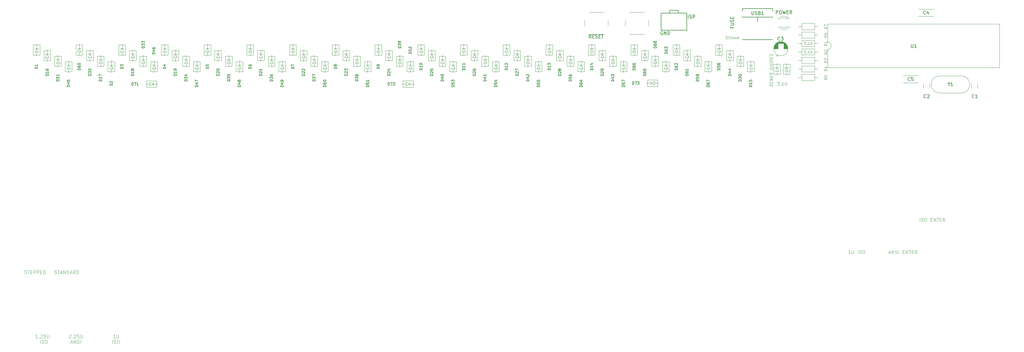
<source format=gbr>
G04 #@! TF.GenerationSoftware,KiCad,Pcbnew,(5.1.6-0-10_14)*
G04 #@! TF.CreationDate,2020-07-09T23:45:03+02:00*
G04 #@! TF.ProjectId,discipline-pcb,64697363-6970-46c6-996e-652d7063622e,rev?*
G04 #@! TF.SameCoordinates,Original*
G04 #@! TF.FileFunction,Legend,Top*
G04 #@! TF.FilePolarity,Positive*
%FSLAX46Y46*%
G04 Gerber Fmt 4.6, Leading zero omitted, Abs format (unit mm)*
G04 Created by KiCad (PCBNEW (5.1.6-0-10_14)) date 2020-07-09 23:45:03*
%MOMM*%
%LPD*%
G01*
G04 APERTURE LIST*
%ADD10C,0.100000*%
%ADD11C,0.120000*%
%ADD12C,0.150000*%
%ADD13C,0.200000*%
%ADD14C,0.203200*%
G04 APERTURE END LIST*
D10*
X305101857Y-130500380D02*
X304530428Y-130500380D01*
X304816142Y-130500380D02*
X304816142Y-129500380D01*
X304720904Y-129643238D01*
X304625666Y-129738476D01*
X304530428Y-129786095D01*
X305530428Y-129500380D02*
X305530428Y-130309904D01*
X305578047Y-130405142D01*
X305625666Y-130452761D01*
X305720904Y-130500380D01*
X305911380Y-130500380D01*
X306006619Y-130452761D01*
X306054238Y-130405142D01*
X306101857Y-130309904D01*
X306101857Y-129500380D01*
X307339952Y-130500380D02*
X307339952Y-129500380D01*
X307768523Y-130452761D02*
X307911380Y-130500380D01*
X308149476Y-130500380D01*
X308244714Y-130452761D01*
X308292333Y-130405142D01*
X308339952Y-130309904D01*
X308339952Y-130214666D01*
X308292333Y-130119428D01*
X308244714Y-130071809D01*
X308149476Y-130024190D01*
X307959000Y-129976571D01*
X307863761Y-129928952D01*
X307816142Y-129881333D01*
X307768523Y-129786095D01*
X307768523Y-129690857D01*
X307816142Y-129595619D01*
X307863761Y-129548000D01*
X307959000Y-129500380D01*
X308197095Y-129500380D01*
X308339952Y-129548000D01*
X308959000Y-129500380D02*
X309149476Y-129500380D01*
X309244714Y-129548000D01*
X309339952Y-129643238D01*
X309387571Y-129833714D01*
X309387571Y-130167047D01*
X309339952Y-130357523D01*
X309244714Y-130452761D01*
X309149476Y-130500380D01*
X308959000Y-130500380D01*
X308863761Y-130452761D01*
X308768523Y-130357523D01*
X308720904Y-130167047D01*
X308720904Y-129833714D01*
X308768523Y-129643238D01*
X308863761Y-129548000D01*
X308959000Y-129500380D01*
X316508333Y-130214666D02*
X316984523Y-130214666D01*
X316413095Y-130500380D02*
X316746428Y-129500380D01*
X317079761Y-130500380D01*
X317413095Y-130500380D02*
X317413095Y-129500380D01*
X317984523Y-130500380D01*
X317984523Y-129500380D01*
X318413095Y-130452761D02*
X318555952Y-130500380D01*
X318794047Y-130500380D01*
X318889285Y-130452761D01*
X318936904Y-130405142D01*
X318984523Y-130309904D01*
X318984523Y-130214666D01*
X318936904Y-130119428D01*
X318889285Y-130071809D01*
X318794047Y-130024190D01*
X318603571Y-129976571D01*
X318508333Y-129928952D01*
X318460714Y-129881333D01*
X318413095Y-129786095D01*
X318413095Y-129690857D01*
X318460714Y-129595619D01*
X318508333Y-129548000D01*
X318603571Y-129500380D01*
X318841666Y-129500380D01*
X318984523Y-129548000D01*
X319413095Y-130500380D02*
X319413095Y-129500380D01*
X320651190Y-129976571D02*
X320984523Y-129976571D01*
X321127380Y-130500380D02*
X320651190Y-130500380D01*
X320651190Y-129500380D01*
X321127380Y-129500380D01*
X321555952Y-130500380D02*
X321555952Y-129500380D01*
X322127380Y-130500380D01*
X322127380Y-129500380D01*
X322460714Y-129500380D02*
X323032142Y-129500380D01*
X322746428Y-130500380D02*
X322746428Y-129500380D01*
X323365476Y-129976571D02*
X323698809Y-129976571D01*
X323841666Y-130500380D02*
X323365476Y-130500380D01*
X323365476Y-129500380D01*
X323841666Y-129500380D01*
X324841666Y-130500380D02*
X324508333Y-130024190D01*
X324270238Y-130500380D02*
X324270238Y-129500380D01*
X324651190Y-129500380D01*
X324746428Y-129548000D01*
X324794047Y-129595619D01*
X324841666Y-129690857D01*
X324841666Y-129833714D01*
X324794047Y-129928952D01*
X324746428Y-129976571D01*
X324651190Y-130024190D01*
X324270238Y-130024190D01*
X325722123Y-120924580D02*
X325722123Y-119924580D01*
X326150695Y-120876961D02*
X326293552Y-120924580D01*
X326531647Y-120924580D01*
X326626885Y-120876961D01*
X326674504Y-120829342D01*
X326722123Y-120734104D01*
X326722123Y-120638866D01*
X326674504Y-120543628D01*
X326626885Y-120496009D01*
X326531647Y-120448390D01*
X326341171Y-120400771D01*
X326245933Y-120353152D01*
X326198314Y-120305533D01*
X326150695Y-120210295D01*
X326150695Y-120115057D01*
X326198314Y-120019819D01*
X326245933Y-119972200D01*
X326341171Y-119924580D01*
X326579266Y-119924580D01*
X326722123Y-119972200D01*
X327341171Y-119924580D02*
X327531647Y-119924580D01*
X327626885Y-119972200D01*
X327722123Y-120067438D01*
X327769742Y-120257914D01*
X327769742Y-120591247D01*
X327722123Y-120781723D01*
X327626885Y-120876961D01*
X327531647Y-120924580D01*
X327341171Y-120924580D01*
X327245933Y-120876961D01*
X327150695Y-120781723D01*
X327103076Y-120591247D01*
X327103076Y-120257914D01*
X327150695Y-120067438D01*
X327245933Y-119972200D01*
X327341171Y-119924580D01*
X328960219Y-120400771D02*
X329293552Y-120400771D01*
X329436409Y-120924580D02*
X328960219Y-120924580D01*
X328960219Y-119924580D01*
X329436409Y-119924580D01*
X329864980Y-120924580D02*
X329864980Y-119924580D01*
X330436409Y-120924580D01*
X330436409Y-119924580D01*
X330769742Y-119924580D02*
X331341171Y-119924580D01*
X331055457Y-120924580D02*
X331055457Y-119924580D01*
X331674504Y-120400771D02*
X332007838Y-120400771D01*
X332150695Y-120924580D02*
X331674504Y-120924580D01*
X331674504Y-119924580D01*
X332150695Y-119924580D01*
X333150695Y-120924580D02*
X332817361Y-120448390D01*
X332579266Y-120924580D02*
X332579266Y-119924580D01*
X332960219Y-119924580D01*
X333055457Y-119972200D01*
X333103076Y-120019819D01*
X333150695Y-120115057D01*
X333150695Y-120257914D01*
X333103076Y-120353152D01*
X333055457Y-120400771D01*
X332960219Y-120448390D01*
X332579266Y-120448390D01*
X86915654Y-155544780D02*
X86344226Y-155544780D01*
X86629940Y-155544780D02*
X86629940Y-154544780D01*
X86534702Y-154687638D01*
X86439464Y-154782876D01*
X86344226Y-154830495D01*
X87344226Y-154544780D02*
X87344226Y-155354304D01*
X87391845Y-155449542D01*
X87439464Y-155497161D01*
X87534702Y-155544780D01*
X87725178Y-155544780D01*
X87820416Y-155497161D01*
X87868035Y-155449542D01*
X87915654Y-155354304D01*
X87915654Y-154544780D01*
X86153750Y-157144780D02*
X86153750Y-156144780D01*
X86582321Y-157097161D02*
X86725178Y-157144780D01*
X86963273Y-157144780D01*
X87058511Y-157097161D01*
X87106130Y-157049542D01*
X87153750Y-156954304D01*
X87153750Y-156859066D01*
X87106130Y-156763828D01*
X87058511Y-156716209D01*
X86963273Y-156668590D01*
X86772797Y-156620971D01*
X86677559Y-156573352D01*
X86629940Y-156525733D01*
X86582321Y-156430495D01*
X86582321Y-156335257D01*
X86629940Y-156240019D01*
X86677559Y-156192400D01*
X86772797Y-156144780D01*
X87010892Y-156144780D01*
X87153750Y-156192400D01*
X87772797Y-156144780D02*
X87963273Y-156144780D01*
X88058511Y-156192400D01*
X88153750Y-156287638D01*
X88201369Y-156478114D01*
X88201369Y-156811447D01*
X88153750Y-157001923D01*
X88058511Y-157097161D01*
X87963273Y-157144780D01*
X87772797Y-157144780D01*
X87677559Y-157097161D01*
X87582321Y-157001923D01*
X87534702Y-156811447D01*
X87534702Y-156478114D01*
X87582321Y-156287638D01*
X87677559Y-156192400D01*
X87772797Y-156144780D01*
X73285600Y-154640019D02*
X73333219Y-154592400D01*
X73428457Y-154544780D01*
X73666552Y-154544780D01*
X73761790Y-154592400D01*
X73809409Y-154640019D01*
X73857028Y-154735257D01*
X73857028Y-154830495D01*
X73809409Y-154973352D01*
X73237980Y-155544780D01*
X73857028Y-155544780D01*
X74285600Y-155449542D02*
X74333219Y-155497161D01*
X74285600Y-155544780D01*
X74237980Y-155497161D01*
X74285600Y-155449542D01*
X74285600Y-155544780D01*
X74714171Y-154640019D02*
X74761790Y-154592400D01*
X74857028Y-154544780D01*
X75095123Y-154544780D01*
X75190361Y-154592400D01*
X75237980Y-154640019D01*
X75285600Y-154735257D01*
X75285600Y-154830495D01*
X75237980Y-154973352D01*
X74666552Y-155544780D01*
X75285600Y-155544780D01*
X76190361Y-154544780D02*
X75714171Y-154544780D01*
X75666552Y-155020971D01*
X75714171Y-154973352D01*
X75809409Y-154925733D01*
X76047504Y-154925733D01*
X76142742Y-154973352D01*
X76190361Y-155020971D01*
X76237980Y-155116209D01*
X76237980Y-155354304D01*
X76190361Y-155449542D01*
X76142742Y-155497161D01*
X76047504Y-155544780D01*
X75809409Y-155544780D01*
X75714171Y-155497161D01*
X75666552Y-155449542D01*
X76666552Y-154544780D02*
X76666552Y-155354304D01*
X76714171Y-155449542D01*
X76761790Y-155497161D01*
X76857028Y-155544780D01*
X77047504Y-155544780D01*
X77142742Y-155497161D01*
X77190361Y-155449542D01*
X77237980Y-155354304D01*
X77237980Y-154544780D01*
X73809409Y-156859066D02*
X74285600Y-156859066D01*
X73714171Y-157144780D02*
X74047504Y-156144780D01*
X74380838Y-157144780D01*
X74714171Y-157144780D02*
X74714171Y-156144780D01*
X75285600Y-157144780D01*
X75285600Y-156144780D01*
X75714171Y-157097161D02*
X75857028Y-157144780D01*
X76095123Y-157144780D01*
X76190361Y-157097161D01*
X76237980Y-157049542D01*
X76285600Y-156954304D01*
X76285600Y-156859066D01*
X76237980Y-156763828D01*
X76190361Y-156716209D01*
X76095123Y-156668590D01*
X75904647Y-156620971D01*
X75809409Y-156573352D01*
X75761790Y-156525733D01*
X75714171Y-156430495D01*
X75714171Y-156335257D01*
X75761790Y-156240019D01*
X75809409Y-156192400D01*
X75904647Y-156144780D01*
X76142742Y-156144780D01*
X76285600Y-156192400D01*
X76714171Y-157144780D02*
X76714171Y-156144780D01*
X63912976Y-155544780D02*
X63341547Y-155544780D01*
X63627261Y-155544780D02*
X63627261Y-154544780D01*
X63532023Y-154687638D01*
X63436785Y-154782876D01*
X63341547Y-154830495D01*
X64341547Y-155449542D02*
X64389166Y-155497161D01*
X64341547Y-155544780D01*
X64293928Y-155497161D01*
X64341547Y-155449542D01*
X64341547Y-155544780D01*
X64770119Y-154640019D02*
X64817738Y-154592400D01*
X64912976Y-154544780D01*
X65151071Y-154544780D01*
X65246309Y-154592400D01*
X65293928Y-154640019D01*
X65341547Y-154735257D01*
X65341547Y-154830495D01*
X65293928Y-154973352D01*
X64722500Y-155544780D01*
X65341547Y-155544780D01*
X66246309Y-154544780D02*
X65770119Y-154544780D01*
X65722500Y-155020971D01*
X65770119Y-154973352D01*
X65865357Y-154925733D01*
X66103452Y-154925733D01*
X66198690Y-154973352D01*
X66246309Y-155020971D01*
X66293928Y-155116209D01*
X66293928Y-155354304D01*
X66246309Y-155449542D01*
X66198690Y-155497161D01*
X66103452Y-155544780D01*
X65865357Y-155544780D01*
X65770119Y-155497161D01*
X65722500Y-155449542D01*
X66722500Y-154544780D02*
X66722500Y-155354304D01*
X66770119Y-155449542D01*
X66817738Y-155497161D01*
X66912976Y-155544780D01*
X67103452Y-155544780D01*
X67198690Y-155497161D01*
X67246309Y-155449542D01*
X67293928Y-155354304D01*
X67293928Y-154544780D01*
X64722500Y-157144780D02*
X64722500Y-156144780D01*
X65151071Y-157097161D02*
X65293928Y-157144780D01*
X65532023Y-157144780D01*
X65627261Y-157097161D01*
X65674880Y-157049542D01*
X65722500Y-156954304D01*
X65722500Y-156859066D01*
X65674880Y-156763828D01*
X65627261Y-156716209D01*
X65532023Y-156668590D01*
X65341547Y-156620971D01*
X65246309Y-156573352D01*
X65198690Y-156525733D01*
X65151071Y-156430495D01*
X65151071Y-156335257D01*
X65198690Y-156240019D01*
X65246309Y-156192400D01*
X65341547Y-156144780D01*
X65579642Y-156144780D01*
X65722500Y-156192400D01*
X66341547Y-156144780D02*
X66532023Y-156144780D01*
X66627261Y-156192400D01*
X66722500Y-156287638D01*
X66770119Y-156478114D01*
X66770119Y-156811447D01*
X66722500Y-157001923D01*
X66627261Y-157097161D01*
X66532023Y-157144780D01*
X66341547Y-157144780D01*
X66246309Y-157097161D01*
X66151071Y-157001923D01*
X66103452Y-156811447D01*
X66103452Y-156478114D01*
X66151071Y-156287638D01*
X66246309Y-156192400D01*
X66341547Y-156144780D01*
X268571435Y-65993549D02*
X268190483Y-65993549D01*
X268152388Y-66374502D01*
X268190483Y-66336406D01*
X268266674Y-66298311D01*
X268457150Y-66298311D01*
X268533340Y-66336406D01*
X268571435Y-66374502D01*
X268609531Y-66450692D01*
X268609531Y-66641168D01*
X268571435Y-66717359D01*
X268533340Y-66755454D01*
X268457150Y-66793549D01*
X268266674Y-66793549D01*
X268190483Y-66755454D01*
X268152388Y-66717359D01*
X269104769Y-65993549D02*
X269180959Y-65993549D01*
X269257150Y-66031645D01*
X269295245Y-66069740D01*
X269333340Y-66145930D01*
X269371435Y-66298311D01*
X269371435Y-66488787D01*
X269333340Y-66641168D01*
X269295245Y-66717359D01*
X269257150Y-66755454D01*
X269180959Y-66793549D01*
X269104769Y-66793549D01*
X269028578Y-66755454D01*
X268990483Y-66717359D01*
X268952388Y-66641168D01*
X268914293Y-66488787D01*
X268914293Y-66298311D01*
X268952388Y-66145930D01*
X268990483Y-66069740D01*
X269028578Y-66031645D01*
X269104769Y-65993549D01*
X269866674Y-65993549D02*
X269942864Y-65993549D01*
X270019055Y-66031645D01*
X270057150Y-66069740D01*
X270095245Y-66145930D01*
X270133340Y-66298311D01*
X270133340Y-66488787D01*
X270095245Y-66641168D01*
X270057150Y-66717359D01*
X270019055Y-66755454D01*
X269942864Y-66793549D01*
X269866674Y-66793549D01*
X269790483Y-66755454D01*
X269752388Y-66717359D01*
X269714293Y-66641168D01*
X269676197Y-66488787D01*
X269676197Y-66298311D01*
X269714293Y-66145930D01*
X269752388Y-66069740D01*
X269790483Y-66031645D01*
X269866674Y-65993549D01*
X270476197Y-66793549D02*
X270476197Y-66260216D01*
X270476197Y-66336406D02*
X270514293Y-66298311D01*
X270590483Y-66260216D01*
X270704769Y-66260216D01*
X270780959Y-66298311D01*
X270819055Y-66374502D01*
X270819055Y-66793549D01*
X270819055Y-66374502D02*
X270857150Y-66298311D01*
X270933340Y-66260216D01*
X271047626Y-66260216D01*
X271123816Y-66298311D01*
X271161912Y-66374502D01*
X271161912Y-66793549D01*
X271504769Y-66564978D02*
X271885721Y-66564978D01*
X271428578Y-66793549D02*
X271695245Y-65993549D01*
X271961912Y-66793549D01*
X283351445Y-79586134D02*
X283970493Y-79586134D01*
X283637159Y-79967087D01*
X283780016Y-79967087D01*
X283875255Y-80014706D01*
X283922874Y-80062325D01*
X283970493Y-80157563D01*
X283970493Y-80395658D01*
X283922874Y-80490896D01*
X283875255Y-80538515D01*
X283780016Y-80586134D01*
X283494302Y-80586134D01*
X283399064Y-80538515D01*
X283351445Y-80490896D01*
X284399064Y-80490896D02*
X284446683Y-80538515D01*
X284399064Y-80586134D01*
X284351445Y-80538515D01*
X284399064Y-80490896D01*
X284399064Y-80586134D01*
X285303826Y-79586134D02*
X285113350Y-79586134D01*
X285018112Y-79633754D01*
X284970493Y-79681373D01*
X284875255Y-79824230D01*
X284827636Y-80014706D01*
X284827636Y-80395658D01*
X284875255Y-80490896D01*
X284922874Y-80538515D01*
X285018112Y-80586134D01*
X285208588Y-80586134D01*
X285303826Y-80538515D01*
X285351445Y-80490896D01*
X285399064Y-80395658D01*
X285399064Y-80157563D01*
X285351445Y-80062325D01*
X285303826Y-80014706D01*
X285208588Y-79967087D01*
X285018112Y-79967087D01*
X284922874Y-80014706D01*
X284875255Y-80062325D01*
X284827636Y-80157563D01*
X285684778Y-79586134D02*
X286018112Y-80586134D01*
X286351445Y-79586134D01*
X281167640Y-80761370D02*
X281167640Y-80161370D01*
X282067640Y-80873870D01*
X282067640Y-80273870D01*
X281596212Y-79872085D02*
X281596212Y-79572085D01*
X282067640Y-79502442D02*
X282067640Y-79931013D01*
X281167640Y-79818513D01*
X281167640Y-79389942D01*
X282067640Y-79116728D02*
X281167640Y-79004228D01*
X282067640Y-78602442D01*
X281167640Y-78489942D01*
X281596212Y-78114942D02*
X281596212Y-77814942D01*
X282067640Y-77745299D02*
X282067640Y-78173870D01*
X281167640Y-78061370D01*
X281167640Y-77632799D01*
X282067640Y-76845299D02*
X281639069Y-77091728D01*
X282067640Y-77359585D02*
X281167640Y-77247085D01*
X281167640Y-76904228D01*
X281210498Y-76823870D01*
X281253355Y-76786370D01*
X281339069Y-76754228D01*
X281467640Y-76770299D01*
X281553355Y-76823870D01*
X281596212Y-76872085D01*
X281639069Y-76963156D01*
X281639069Y-77306013D01*
X282067640Y-75773870D02*
X281167640Y-75661370D01*
X281167640Y-75447085D01*
X281210498Y-75323870D01*
X281296212Y-75248870D01*
X281381926Y-75216728D01*
X281553355Y-75195299D01*
X281681926Y-75211370D01*
X281853355Y-75275656D01*
X281939069Y-75329228D01*
X282024783Y-75425656D01*
X282067640Y-75559585D01*
X282067640Y-75773870D01*
X282067640Y-74873870D02*
X281167640Y-74761370D01*
X281167640Y-74161370D02*
X281167640Y-73989942D01*
X281210498Y-73909585D01*
X281296212Y-73834585D01*
X281467640Y-73813156D01*
X281767640Y-73850656D01*
X281939069Y-73914942D01*
X282024783Y-74011370D01*
X282067640Y-74102442D01*
X282067640Y-74273870D01*
X282024783Y-74354228D01*
X281939069Y-74429228D01*
X281767640Y-74450656D01*
X281467640Y-74413156D01*
X281296212Y-74348870D01*
X281210498Y-74252442D01*
X281167640Y-74161370D01*
X282067640Y-73502442D02*
X281167640Y-73389942D01*
X281167640Y-73175656D01*
X281210498Y-73052442D01*
X281296212Y-72977442D01*
X281381926Y-72945299D01*
X281553355Y-72923870D01*
X281681926Y-72939942D01*
X281853355Y-73004228D01*
X281939069Y-73057799D01*
X282024783Y-73154228D01*
X282067640Y-73288156D01*
X282067640Y-73502442D01*
X281596212Y-72543513D02*
X281596212Y-72243513D01*
X282067640Y-72173870D02*
X282067640Y-72602442D01*
X281167640Y-72489942D01*
X281167640Y-72061370D01*
X282024783Y-71825656D02*
X282067640Y-71702442D01*
X282067640Y-71488156D01*
X282024783Y-71397085D01*
X281981926Y-71348870D01*
X281896212Y-71295299D01*
X281810498Y-71284585D01*
X281724783Y-71316728D01*
X281681926Y-71354228D01*
X281639069Y-71434585D01*
X281596212Y-71600656D01*
X281553355Y-71681013D01*
X281510498Y-71718513D01*
X281424783Y-71750656D01*
X281339069Y-71739942D01*
X281253355Y-71686370D01*
X281210498Y-71638156D01*
X281167640Y-71547085D01*
X281167640Y-71332799D01*
X281210498Y-71209585D01*
D11*
X285400010Y-75514666D02*
X285644982Y-75252196D01*
X286734918Y-75251812D02*
X286979890Y-74989342D01*
X282517900Y-75514282D02*
X282762872Y-75251812D01*
X283865246Y-75251812D02*
X284110218Y-74989342D01*
D12*
X228199557Y-66516574D02*
X227866223Y-66040384D01*
X227628128Y-66516574D02*
X227628128Y-65516574D01*
X228009080Y-65516574D01*
X228104318Y-65564194D01*
X228151938Y-65611813D01*
X228199557Y-65707051D01*
X228199557Y-65849908D01*
X228151938Y-65945146D01*
X228104318Y-65992765D01*
X228009080Y-66040384D01*
X227628128Y-66040384D01*
X228628128Y-65992765D02*
X228961461Y-65992765D01*
X229104318Y-66516574D02*
X228628128Y-66516574D01*
X228628128Y-65516574D01*
X229104318Y-65516574D01*
X229485271Y-66468955D02*
X229628128Y-66516574D01*
X229866223Y-66516574D01*
X229961461Y-66468955D01*
X230009080Y-66421336D01*
X230056699Y-66326098D01*
X230056699Y-66230860D01*
X230009080Y-66135622D01*
X229961461Y-66088003D01*
X229866223Y-66040384D01*
X229675747Y-65992765D01*
X229580509Y-65945146D01*
X229532890Y-65897527D01*
X229485271Y-65802289D01*
X229485271Y-65707051D01*
X229532890Y-65611813D01*
X229580509Y-65564194D01*
X229675747Y-65516574D01*
X229913842Y-65516574D01*
X230056699Y-65564194D01*
X230485271Y-65992765D02*
X230818604Y-65992765D01*
X230961461Y-66516574D02*
X230485271Y-66516574D01*
X230485271Y-65516574D01*
X230961461Y-65516574D01*
X231247176Y-65516574D02*
X231818604Y-65516574D01*
X231532890Y-66516574D02*
X231532890Y-65516574D01*
X283095546Y-59326064D02*
X283095546Y-58326064D01*
X283476498Y-58326064D01*
X283571736Y-58373684D01*
X283619355Y-58421303D01*
X283666974Y-58516541D01*
X283666974Y-58659398D01*
X283619355Y-58754636D01*
X283571736Y-58802255D01*
X283476498Y-58849874D01*
X283095546Y-58849874D01*
X284286022Y-58326064D02*
X284476498Y-58326064D01*
X284571736Y-58373684D01*
X284666974Y-58468922D01*
X284714593Y-58659398D01*
X284714593Y-58992731D01*
X284666974Y-59183207D01*
X284571736Y-59278445D01*
X284476498Y-59326064D01*
X284286022Y-59326064D01*
X284190784Y-59278445D01*
X284095546Y-59183207D01*
X284047927Y-58992731D01*
X284047927Y-58659398D01*
X284095546Y-58468922D01*
X284190784Y-58373684D01*
X284286022Y-58326064D01*
X285047927Y-58326064D02*
X285286022Y-59326064D01*
X285476498Y-58611779D01*
X285666974Y-59326064D01*
X285905070Y-58326064D01*
X286286022Y-58802255D02*
X286619355Y-58802255D01*
X286762212Y-59326064D02*
X286286022Y-59326064D01*
X286286022Y-58326064D01*
X286762212Y-58326064D01*
X287762212Y-59326064D02*
X287428879Y-58849874D01*
X287190784Y-59326064D02*
X287190784Y-58326064D01*
X287571736Y-58326064D01*
X287666974Y-58373684D01*
X287714593Y-58421303D01*
X287762212Y-58516541D01*
X287762212Y-58659398D01*
X287714593Y-58754636D01*
X287666974Y-58802255D01*
X287571736Y-58849874D01*
X287190784Y-58849874D01*
X249414796Y-64566827D02*
X249319558Y-64519207D01*
X249176701Y-64519207D01*
X249033843Y-64566827D01*
X248938605Y-64662065D01*
X248890986Y-64757303D01*
X248843367Y-64947779D01*
X248843367Y-65090636D01*
X248890986Y-65281112D01*
X248938605Y-65376350D01*
X249033843Y-65471588D01*
X249176701Y-65519207D01*
X249271939Y-65519207D01*
X249414796Y-65471588D01*
X249462415Y-65423969D01*
X249462415Y-65090636D01*
X249271939Y-65090636D01*
X249890986Y-65519207D02*
X249890986Y-64519207D01*
X250462415Y-65519207D01*
X250462415Y-64519207D01*
X250938605Y-65519207D02*
X250938605Y-64519207D01*
X251176701Y-64519207D01*
X251319558Y-64566827D01*
X251414796Y-64662065D01*
X251462415Y-64757303D01*
X251510034Y-64947779D01*
X251510034Y-65090636D01*
X251462415Y-65281112D01*
X251414796Y-65376350D01*
X251319558Y-65471588D01*
X251176701Y-65519207D01*
X250938605Y-65519207D01*
X256969474Y-60637358D02*
X256969474Y-59637358D01*
X257398045Y-60589739D02*
X257540903Y-60637358D01*
X257778998Y-60637358D01*
X257874236Y-60589739D01*
X257921855Y-60542120D01*
X257969474Y-60446882D01*
X257969474Y-60351644D01*
X257921855Y-60256406D01*
X257874236Y-60208787D01*
X257778998Y-60161168D01*
X257588522Y-60113549D01*
X257493284Y-60065930D01*
X257445665Y-60018311D01*
X257398045Y-59923073D01*
X257398045Y-59827835D01*
X257445665Y-59732597D01*
X257493284Y-59684978D01*
X257588522Y-59637358D01*
X257826617Y-59637358D01*
X257969474Y-59684978D01*
X258398045Y-60637358D02*
X258398045Y-59637358D01*
X258778998Y-59637358D01*
X258874236Y-59684978D01*
X258921855Y-59732597D01*
X258969474Y-59827835D01*
X258969474Y-59970692D01*
X258921855Y-60065930D01*
X258874236Y-60113549D01*
X258778998Y-60161168D01*
X258398045Y-60161168D01*
D10*
X291862585Y-70192989D02*
X291481633Y-70192989D01*
X291443538Y-70573942D01*
X291481633Y-70535846D01*
X291557823Y-70497751D01*
X291748299Y-70497751D01*
X291824490Y-70535846D01*
X291862585Y-70573942D01*
X291900680Y-70650132D01*
X291900680Y-70840608D01*
X291862585Y-70916799D01*
X291824490Y-70954894D01*
X291748299Y-70992989D01*
X291557823Y-70992989D01*
X291481633Y-70954894D01*
X291443538Y-70916799D01*
X292243538Y-70916799D02*
X292281633Y-70954894D01*
X292243538Y-70992989D01*
X292205442Y-70954894D01*
X292243538Y-70916799D01*
X292243538Y-70992989D01*
X293043538Y-70992989D02*
X292586395Y-70992989D01*
X292814966Y-70992989D02*
X292814966Y-70192989D01*
X292738776Y-70307275D01*
X292662585Y-70383465D01*
X292586395Y-70421561D01*
X293386395Y-70992989D02*
X293386395Y-70192989D01*
X293843538Y-70992989D02*
X293500680Y-70535846D01*
X293843538Y-70192989D02*
X293386395Y-70650132D01*
X291862585Y-67639536D02*
X291481633Y-67639536D01*
X291443538Y-68020489D01*
X291481633Y-67982393D01*
X291557823Y-67944298D01*
X291748299Y-67944298D01*
X291824490Y-67982393D01*
X291862585Y-68020489D01*
X291900680Y-68096679D01*
X291900680Y-68287155D01*
X291862585Y-68363346D01*
X291824490Y-68401441D01*
X291748299Y-68439536D01*
X291557823Y-68439536D01*
X291481633Y-68401441D01*
X291443538Y-68363346D01*
X292243538Y-68363346D02*
X292281633Y-68401441D01*
X292243538Y-68439536D01*
X292205442Y-68401441D01*
X292243538Y-68363346D01*
X292243538Y-68439536D01*
X293043538Y-68439536D02*
X292586395Y-68439536D01*
X292814966Y-68439536D02*
X292814966Y-67639536D01*
X292738776Y-67753822D01*
X292662585Y-67830012D01*
X292586395Y-67868108D01*
X293386395Y-68439536D02*
X293386395Y-67639536D01*
X293843538Y-68439536D02*
X293500680Y-67982393D01*
X293843538Y-67639536D02*
X293386395Y-68096679D01*
X68976474Y-136426063D02*
X69119332Y-136473682D01*
X69357427Y-136473682D01*
X69452665Y-136426063D01*
X69500284Y-136378444D01*
X69547903Y-136283206D01*
X69547903Y-136187968D01*
X69500284Y-136092730D01*
X69452665Y-136045111D01*
X69357427Y-135997492D01*
X69166951Y-135949873D01*
X69071713Y-135902254D01*
X69024094Y-135854635D01*
X68976474Y-135759397D01*
X68976474Y-135664159D01*
X69024094Y-135568921D01*
X69071713Y-135521302D01*
X69166951Y-135473682D01*
X69405046Y-135473682D01*
X69547903Y-135521302D01*
X69833617Y-135473682D02*
X70405046Y-135473682D01*
X70119332Y-136473682D02*
X70119332Y-135473682D01*
X70690760Y-136187968D02*
X71166951Y-136187968D01*
X70595522Y-136473682D02*
X70928855Y-135473682D01*
X71262189Y-136473682D01*
X71595522Y-136473682D02*
X71595522Y-135473682D01*
X72166951Y-136473682D01*
X72166951Y-135473682D01*
X72643141Y-136473682D02*
X72643141Y-135473682D01*
X72881236Y-135473682D01*
X73024094Y-135521302D01*
X73119332Y-135616540D01*
X73166951Y-135711778D01*
X73214570Y-135902254D01*
X73214570Y-136045111D01*
X73166951Y-136235587D01*
X73119332Y-136330825D01*
X73024094Y-136426063D01*
X72881236Y-136473682D01*
X72643141Y-136473682D01*
X73595522Y-136187968D02*
X74071713Y-136187968D01*
X73500284Y-136473682D02*
X73833617Y-135473682D01*
X74166951Y-136473682D01*
X75071713Y-136473682D02*
X74738379Y-135997492D01*
X74500284Y-136473682D02*
X74500284Y-135473682D01*
X74881236Y-135473682D01*
X74976474Y-135521302D01*
X75024094Y-135568921D01*
X75071713Y-135664159D01*
X75071713Y-135807016D01*
X75024094Y-135902254D01*
X74976474Y-135949873D01*
X74881236Y-135997492D01*
X74500284Y-135997492D01*
X75500284Y-136473682D02*
X75500284Y-135473682D01*
X75738379Y-135473682D01*
X75881236Y-135521302D01*
X75976474Y-135616540D01*
X76024094Y-135711778D01*
X76071713Y-135902254D01*
X76071713Y-136045111D01*
X76024094Y-136235587D01*
X75976474Y-136330825D01*
X75881236Y-136426063D01*
X75738379Y-136473682D01*
X75500284Y-136473682D01*
X60056418Y-136426063D02*
X60199275Y-136473682D01*
X60437370Y-136473682D01*
X60532608Y-136426063D01*
X60580227Y-136378444D01*
X60627847Y-136283206D01*
X60627847Y-136187968D01*
X60580227Y-136092730D01*
X60532608Y-136045111D01*
X60437370Y-135997492D01*
X60246894Y-135949873D01*
X60151656Y-135902254D01*
X60104037Y-135854635D01*
X60056418Y-135759397D01*
X60056418Y-135664159D01*
X60104037Y-135568921D01*
X60151656Y-135521302D01*
X60246894Y-135473682D01*
X60484989Y-135473682D01*
X60627847Y-135521302D01*
X60913561Y-135473682D02*
X61484989Y-135473682D01*
X61199275Y-136473682D02*
X61199275Y-135473682D01*
X61818323Y-135949873D02*
X62151656Y-135949873D01*
X62294513Y-136473682D02*
X61818323Y-136473682D01*
X61818323Y-135473682D01*
X62294513Y-135473682D01*
X62723085Y-136473682D02*
X62723085Y-135473682D01*
X63104037Y-135473682D01*
X63199275Y-135521302D01*
X63246894Y-135568921D01*
X63294513Y-135664159D01*
X63294513Y-135807016D01*
X63246894Y-135902254D01*
X63199275Y-135949873D01*
X63104037Y-135997492D01*
X62723085Y-135997492D01*
X63723085Y-136473682D02*
X63723085Y-135473682D01*
X64104037Y-135473682D01*
X64199275Y-135521302D01*
X64246894Y-135568921D01*
X64294513Y-135664159D01*
X64294513Y-135807016D01*
X64246894Y-135902254D01*
X64199275Y-135949873D01*
X64104037Y-135997492D01*
X63723085Y-135997492D01*
X64723085Y-135949873D02*
X65056418Y-135949873D01*
X65199275Y-136473682D02*
X64723085Y-136473682D01*
X64723085Y-135473682D01*
X65199275Y-135473682D01*
X65627847Y-136473682D02*
X65627847Y-135473682D01*
X65865942Y-135473682D01*
X66008799Y-135521302D01*
X66104037Y-135616540D01*
X66151656Y-135711778D01*
X66199275Y-135902254D01*
X66199275Y-136045111D01*
X66151656Y-136235587D01*
X66104037Y-136330825D01*
X66008799Y-136426063D01*
X65865942Y-136473682D01*
X65627847Y-136473682D01*
D11*
X244910000Y-80883000D02*
X247880000Y-80883000D01*
X244900000Y-78883000D02*
X247890000Y-78893000D01*
X247890000Y-80883000D02*
X247890000Y-78893000D01*
X248100000Y-79873000D02*
X246980000Y-79873000D01*
X244640000Y-79873000D02*
X245920000Y-79873000D01*
X244900000Y-80883000D02*
X244900000Y-78883000D01*
X246030000Y-79873000D02*
X246980000Y-79333000D01*
X246040000Y-79883000D02*
X246950000Y-80413000D01*
X246980000Y-80413000D02*
X246980000Y-79333000D01*
X245930000Y-80413000D02*
X245930000Y-79333000D01*
X342826112Y-81385040D02*
X342826112Y-80127040D01*
X340986112Y-81385040D02*
X340986112Y-80127040D01*
X328600238Y-81385040D02*
X328600238Y-80127040D01*
X326760238Y-81385040D02*
X326760238Y-80127040D01*
X325241062Y-79771416D02*
X325241062Y-79786416D01*
X325241062Y-77646416D02*
X325241062Y-77661416D01*
X320701062Y-79771416D02*
X320701062Y-79786416D01*
X320701062Y-77646416D02*
X320701062Y-77661416D01*
X320701062Y-79786416D02*
X325241062Y-79786416D01*
X320701062Y-77646416D02*
X325241062Y-77646416D01*
X329890000Y-60033800D02*
X329890000Y-60048800D01*
X329890000Y-57908800D02*
X329890000Y-57923800D01*
X325350000Y-60033800D02*
X325350000Y-60048800D01*
X325350000Y-57908800D02*
X325350000Y-57923800D01*
X325350000Y-60048800D02*
X329890000Y-60048800D01*
X325350000Y-57908800D02*
X329890000Y-57908800D01*
X286597676Y-69654866D02*
G75*
G03*
X286597676Y-69654866I-2120000J0D01*
G01*
X285317676Y-69654866D02*
X286557676Y-69654866D01*
X282397676Y-69654866D02*
X283637676Y-69654866D01*
X285317676Y-69614866D02*
X286557676Y-69614866D01*
X282397676Y-69614866D02*
X283637676Y-69614866D01*
X285317676Y-69574866D02*
X286556676Y-69574866D01*
X282398676Y-69574866D02*
X283637676Y-69574866D01*
X282400676Y-69534866D02*
X283637676Y-69534866D01*
X285317676Y-69534866D02*
X286554676Y-69534866D01*
X282403676Y-69494866D02*
X283637676Y-69494866D01*
X285317676Y-69494866D02*
X286551676Y-69494866D01*
X282406676Y-69454866D02*
X283637676Y-69454866D01*
X285317676Y-69454866D02*
X286548676Y-69454866D01*
X282410676Y-69414866D02*
X283637676Y-69414866D01*
X285317676Y-69414866D02*
X286544676Y-69414866D01*
X282415676Y-69374866D02*
X283637676Y-69374866D01*
X285317676Y-69374866D02*
X286539676Y-69374866D01*
X282421676Y-69334866D02*
X283637676Y-69334866D01*
X285317676Y-69334866D02*
X286533676Y-69334866D01*
X282427676Y-69294866D02*
X283637676Y-69294866D01*
X285317676Y-69294866D02*
X286527676Y-69294866D01*
X282435676Y-69254866D02*
X283637676Y-69254866D01*
X285317676Y-69254866D02*
X286519676Y-69254866D01*
X282443676Y-69214866D02*
X283637676Y-69214866D01*
X285317676Y-69214866D02*
X286511676Y-69214866D01*
X282452676Y-69174866D02*
X283637676Y-69174866D01*
X285317676Y-69174866D02*
X286502676Y-69174866D01*
X282461676Y-69134866D02*
X283637676Y-69134866D01*
X285317676Y-69134866D02*
X286493676Y-69134866D01*
X282472676Y-69094866D02*
X283637676Y-69094866D01*
X285317676Y-69094866D02*
X286482676Y-69094866D01*
X282483676Y-69054866D02*
X283637676Y-69054866D01*
X285317676Y-69054866D02*
X286471676Y-69054866D01*
X282495676Y-69014866D02*
X283637676Y-69014866D01*
X285317676Y-69014866D02*
X286459676Y-69014866D01*
X282509676Y-68974866D02*
X283637676Y-68974866D01*
X285317676Y-68974866D02*
X286445676Y-68974866D01*
X282523676Y-68933866D02*
X283637676Y-68933866D01*
X285317676Y-68933866D02*
X286431676Y-68933866D01*
X282537676Y-68893866D02*
X283637676Y-68893866D01*
X285317676Y-68893866D02*
X286417676Y-68893866D01*
X282553676Y-68853866D02*
X283637676Y-68853866D01*
X285317676Y-68853866D02*
X286401676Y-68853866D01*
X282570676Y-68813866D02*
X283637676Y-68813866D01*
X285317676Y-68813866D02*
X286384676Y-68813866D01*
X282588676Y-68773866D02*
X283637676Y-68773866D01*
X285317676Y-68773866D02*
X286366676Y-68773866D01*
X282607676Y-68733866D02*
X283637676Y-68733866D01*
X285317676Y-68733866D02*
X286347676Y-68733866D01*
X282626676Y-68693866D02*
X283637676Y-68693866D01*
X285317676Y-68693866D02*
X286328676Y-68693866D01*
X282647676Y-68653866D02*
X283637676Y-68653866D01*
X285317676Y-68653866D02*
X286307676Y-68653866D01*
X282669676Y-68613866D02*
X283637676Y-68613866D01*
X285317676Y-68613866D02*
X286285676Y-68613866D01*
X282692676Y-68573866D02*
X283637676Y-68573866D01*
X285317676Y-68573866D02*
X286262676Y-68573866D01*
X282717676Y-68533866D02*
X283637676Y-68533866D01*
X285317676Y-68533866D02*
X286237676Y-68533866D01*
X282742676Y-68493866D02*
X283637676Y-68493866D01*
X285317676Y-68493866D02*
X286212676Y-68493866D01*
X282769676Y-68453866D02*
X283637676Y-68453866D01*
X285317676Y-68453866D02*
X286185676Y-68453866D01*
X282797676Y-68413866D02*
X283637676Y-68413866D01*
X285317676Y-68413866D02*
X286157676Y-68413866D01*
X282827676Y-68373866D02*
X283637676Y-68373866D01*
X285317676Y-68373866D02*
X286127676Y-68373866D01*
X282858676Y-68333866D02*
X283637676Y-68333866D01*
X285317676Y-68333866D02*
X286096676Y-68333866D01*
X282890676Y-68293866D02*
X283637676Y-68293866D01*
X285317676Y-68293866D02*
X286064676Y-68293866D01*
X282925676Y-68253866D02*
X283637676Y-68253866D01*
X285317676Y-68253866D02*
X286029676Y-68253866D01*
X282961676Y-68213866D02*
X283637676Y-68213866D01*
X285317676Y-68213866D02*
X285993676Y-68213866D01*
X282999676Y-68173866D02*
X283637676Y-68173866D01*
X285317676Y-68173866D02*
X285955676Y-68173866D01*
X283039676Y-68133866D02*
X283637676Y-68133866D01*
X285317676Y-68133866D02*
X285915676Y-68133866D01*
X283081676Y-68093866D02*
X283637676Y-68093866D01*
X285317676Y-68093866D02*
X285873676Y-68093866D01*
X283126676Y-68053866D02*
X285828676Y-68053866D01*
X283173676Y-68013866D02*
X285781676Y-68013866D01*
X283223676Y-67973866D02*
X285731676Y-67973866D01*
X283277676Y-67933866D02*
X285677676Y-67933866D01*
X283335676Y-67893866D02*
X285619676Y-67893866D01*
X283397676Y-67853866D02*
X285557676Y-67853866D01*
X283464676Y-67813866D02*
X285490676Y-67813866D01*
X283537676Y-67773866D02*
X285417676Y-67773866D01*
X283618676Y-67733866D02*
X285336676Y-67733866D01*
X283709676Y-67693866D02*
X285245676Y-67693866D01*
X283813676Y-67653866D02*
X285141676Y-67653866D01*
X283940676Y-67613866D02*
X285014676Y-67613866D01*
X284107676Y-67573866D02*
X284847676Y-67573866D01*
X283282676Y-71924667D02*
X283282676Y-71524667D01*
X283082676Y-71724667D02*
X283482676Y-71724667D01*
X298423430Y-69769182D02*
X298423430Y-75229182D01*
X298423430Y-75229182D02*
X349343430Y-75229182D01*
X349343430Y-75229182D02*
X349343430Y-62309182D01*
X349343430Y-62309182D02*
X298423430Y-62309182D01*
X298423430Y-62309182D02*
X298423430Y-67769182D01*
X298423430Y-67769182D02*
G75*
G02*
X298423430Y-69769182I0J-1000000D01*
G01*
D13*
X254003830Y-59070870D02*
X254003830Y-58270870D01*
X254003830Y-58270870D02*
X251453830Y-58270870D01*
X251453830Y-58270870D02*
X251453830Y-59070870D01*
D14*
X248943830Y-59080870D02*
X256563830Y-59080870D01*
X256563830Y-64160870D02*
X248943830Y-64160870D01*
X248943830Y-64160870D02*
X248943830Y-59080870D01*
X256563830Y-59080870D02*
X256563830Y-64160870D01*
D11*
X338011644Y-82781240D02*
X331611644Y-82781240D01*
X338011644Y-77731240D02*
X331611644Y-77731240D01*
X338011644Y-77731240D02*
G75*
G02*
X338011644Y-82781240I0J-2525000D01*
G01*
X331611644Y-77731240D02*
G75*
G03*
X331611644Y-82781240I0J-2525000D01*
G01*
X294486316Y-76565517D02*
X294486316Y-74725517D01*
X294486316Y-74725517D02*
X290646316Y-74725517D01*
X290646316Y-74725517D02*
X290646316Y-76565517D01*
X290646316Y-76565517D02*
X294486316Y-76565517D01*
X295436316Y-75645517D02*
X294486316Y-75645517D01*
X289696316Y-75645517D02*
X290646316Y-75645517D01*
X294486316Y-74072052D02*
X294486316Y-72232052D01*
X294486316Y-72232052D02*
X290646316Y-72232052D01*
X290646316Y-72232052D02*
X290646316Y-74072052D01*
X290646316Y-74072052D02*
X294486316Y-74072052D01*
X295436316Y-73152052D02*
X294486316Y-73152052D01*
X289696316Y-73152052D02*
X290646316Y-73152052D01*
X294486316Y-79058982D02*
X294486316Y-77218982D01*
X294486316Y-77218982D02*
X290646316Y-77218982D01*
X290646316Y-77218982D02*
X290646316Y-79058982D01*
X290646316Y-79058982D02*
X294486316Y-79058982D01*
X295436316Y-78138982D02*
X294486316Y-78138982D01*
X289696316Y-78138982D02*
X290646316Y-78138982D01*
X290646316Y-69660211D02*
X290646316Y-71500211D01*
X290646316Y-71500211D02*
X294486316Y-71500211D01*
X294486316Y-71500211D02*
X294486316Y-69660211D01*
X294486316Y-69660211D02*
X290646316Y-69660211D01*
X289696316Y-70580211D02*
X290646316Y-70580211D01*
X295436316Y-70580211D02*
X294486316Y-70580211D01*
X290646316Y-67140499D02*
X290646316Y-68980499D01*
X290646316Y-68980499D02*
X294486316Y-68980499D01*
X294486316Y-68980499D02*
X294486316Y-67140499D01*
X294486316Y-67140499D02*
X290646316Y-67140499D01*
X289696316Y-68060499D02*
X290646316Y-68060499D01*
X295436316Y-68060499D02*
X294486316Y-68060499D01*
X290646316Y-64647034D02*
X290646316Y-66487034D01*
X290646316Y-66487034D02*
X294486316Y-66487034D01*
X294486316Y-66487034D02*
X294486316Y-64647034D01*
X294486316Y-64647034D02*
X290646316Y-64647034D01*
X289696316Y-65567034D02*
X290646316Y-65567034D01*
X295436316Y-65567034D02*
X294486316Y-65567034D01*
X294486316Y-63993204D02*
X294486316Y-62153204D01*
X294486316Y-62153204D02*
X290646316Y-62153204D01*
X290646316Y-62153204D02*
X290646316Y-63993204D01*
X290646316Y-63993204D02*
X294486316Y-63993204D01*
X295436316Y-63073204D02*
X294486316Y-63073204D01*
X289696316Y-63073204D02*
X290646316Y-63073204D01*
X283809000Y-63050830D02*
X283809000Y-63206830D01*
X283809000Y-60734830D02*
X283809000Y-60890830D01*
X286410130Y-63050667D02*
G75*
G02*
X284328039Y-63050830I-1041130J1079837D01*
G01*
X286410130Y-60890993D02*
G75*
G03*
X284328039Y-60890830I-1041130J-1079837D01*
G01*
X287041335Y-63049438D02*
G75*
G02*
X283809000Y-63206346I-1672335J1078608D01*
G01*
X287041335Y-60892222D02*
G75*
G03*
X283809000Y-60735314I-1672335J-1078608D01*
G01*
D12*
X282173468Y-60291022D02*
X272923468Y-60291022D01*
X282023468Y-66951022D02*
X273073468Y-66951022D01*
X273068468Y-58541022D02*
X273073468Y-57781022D01*
X282023468Y-57781022D02*
X273073468Y-57781022D01*
X282023468Y-57781022D02*
X282028468Y-58541022D01*
X277548468Y-60291022D02*
X277548468Y-61561022D01*
D11*
X245235732Y-62836074D02*
X245235732Y-61336074D01*
X243985732Y-58836074D02*
X239485732Y-58836074D01*
X238235732Y-61336074D02*
X238235732Y-62836074D01*
X239485732Y-65336074D02*
X243985732Y-65336074D01*
X233235732Y-62836074D02*
X233235732Y-61336074D01*
X231985732Y-58836074D02*
X227485732Y-58836074D01*
X226235732Y-61336074D02*
X226235732Y-62836074D01*
X227485732Y-65336074D02*
X231985732Y-65336074D01*
X62600284Y-68545612D02*
X62600284Y-71515612D01*
X64600284Y-68535612D02*
X64590284Y-71525612D01*
X62600284Y-71525612D02*
X64590284Y-71525612D01*
X63610284Y-71735612D02*
X63610284Y-70615612D01*
X63610284Y-68275612D02*
X63610284Y-69555612D01*
X62600284Y-68535612D02*
X64600284Y-68535612D01*
X63610284Y-69665612D02*
X64150284Y-70615612D01*
X63600284Y-69675612D02*
X63070284Y-70585612D01*
X63070284Y-70615612D02*
X64150284Y-70615612D01*
X63070284Y-69565612D02*
X64150284Y-69565612D01*
X72108673Y-73506199D02*
X72108673Y-76476199D01*
X74108673Y-73496199D02*
X74098673Y-76486199D01*
X72108673Y-76486199D02*
X74098673Y-76486199D01*
X73118673Y-76696199D02*
X73118673Y-75576199D01*
X73118673Y-73236199D02*
X73118673Y-74516199D01*
X72108673Y-73496199D02*
X74108673Y-73496199D01*
X73118673Y-74626199D02*
X73658673Y-75576199D01*
X73108673Y-74636199D02*
X72578673Y-75546199D01*
X72578673Y-75576199D02*
X73658673Y-75576199D01*
X72578673Y-74526199D02*
X73658673Y-74526199D01*
X84786525Y-73506199D02*
X84786525Y-76476199D01*
X86786525Y-73496199D02*
X86776525Y-76486199D01*
X84786525Y-76486199D02*
X86776525Y-76486199D01*
X85796525Y-76696199D02*
X85796525Y-75576199D01*
X85796525Y-73236199D02*
X85796525Y-74516199D01*
X84786525Y-73496199D02*
X86786525Y-73496199D01*
X85796525Y-74626199D02*
X86336525Y-75576199D01*
X85786525Y-74636199D02*
X85256525Y-75546199D01*
X85256525Y-75576199D02*
X86336525Y-75576199D01*
X85256525Y-74526199D02*
X86336525Y-74526199D01*
X87955988Y-68545612D02*
X87955988Y-71515612D01*
X89955988Y-68535612D02*
X89945988Y-71525612D01*
X87955988Y-71525612D02*
X89945988Y-71525612D01*
X88965988Y-71735612D02*
X88965988Y-70615612D01*
X88965988Y-68275612D02*
X88965988Y-69555612D01*
X87955988Y-68535612D02*
X89955988Y-68535612D01*
X88965988Y-69665612D02*
X89505988Y-70615612D01*
X88955988Y-69675612D02*
X88425988Y-70585612D01*
X88425988Y-70615612D02*
X89505988Y-70615612D01*
X88425988Y-69565612D02*
X89505988Y-69565612D01*
X100633840Y-68545612D02*
X100633840Y-71515612D01*
X102633840Y-68535612D02*
X102623840Y-71525612D01*
X100633840Y-71525612D02*
X102623840Y-71525612D01*
X101643840Y-71735612D02*
X101643840Y-70615612D01*
X101643840Y-68275612D02*
X101643840Y-69555612D01*
X100633840Y-68535612D02*
X102633840Y-68535612D01*
X101643840Y-69665612D02*
X102183840Y-70615612D01*
X101633840Y-69675612D02*
X101103840Y-70585612D01*
X101103840Y-70615612D02*
X102183840Y-70615612D01*
X101103840Y-69565612D02*
X102183840Y-69565612D01*
X113311692Y-68545612D02*
X113311692Y-71515612D01*
X115311692Y-68535612D02*
X115301692Y-71525612D01*
X113311692Y-71525612D02*
X115301692Y-71525612D01*
X114321692Y-71735612D02*
X114321692Y-70615612D01*
X114321692Y-68275612D02*
X114321692Y-69555612D01*
X113311692Y-68535612D02*
X115311692Y-68535612D01*
X114321692Y-69665612D02*
X114861692Y-70615612D01*
X114311692Y-69675612D02*
X113781692Y-70585612D01*
X113781692Y-70615612D02*
X114861692Y-70615612D01*
X113781692Y-69565612D02*
X114861692Y-69565612D01*
X125989544Y-68545612D02*
X125989544Y-71515612D01*
X127989544Y-68535612D02*
X127979544Y-71525612D01*
X125989544Y-71525612D02*
X127979544Y-71525612D01*
X126999544Y-71735612D02*
X126999544Y-70615612D01*
X126999544Y-68275612D02*
X126999544Y-69555612D01*
X125989544Y-68535612D02*
X127989544Y-68535612D01*
X126999544Y-69665612D02*
X127539544Y-70615612D01*
X126989544Y-69675612D02*
X126459544Y-70585612D01*
X126459544Y-70615612D02*
X127539544Y-70615612D01*
X126459544Y-69565612D02*
X127539544Y-69565612D01*
X138667396Y-68545612D02*
X138667396Y-71515612D01*
X140667396Y-68535612D02*
X140657396Y-71525612D01*
X138667396Y-71525612D02*
X140657396Y-71525612D01*
X139677396Y-71735612D02*
X139677396Y-70615612D01*
X139677396Y-68275612D02*
X139677396Y-69555612D01*
X138667396Y-68535612D02*
X140667396Y-68535612D01*
X139677396Y-69665612D02*
X140217396Y-70615612D01*
X139667396Y-69675612D02*
X139137396Y-70585612D01*
X139137396Y-70615612D02*
X140217396Y-70615612D01*
X139137396Y-69565612D02*
X140217396Y-69565612D01*
X151345248Y-68545612D02*
X151345248Y-71515612D01*
X153345248Y-68535612D02*
X153335248Y-71525612D01*
X151345248Y-71525612D02*
X153335248Y-71525612D01*
X152355248Y-71735612D02*
X152355248Y-70615612D01*
X152355248Y-68275612D02*
X152355248Y-69555612D01*
X151345248Y-68535612D02*
X153345248Y-68535612D01*
X152355248Y-69665612D02*
X152895248Y-70615612D01*
X152345248Y-69675612D02*
X151815248Y-70585612D01*
X151815248Y-70615612D02*
X152895248Y-70615612D01*
X151815248Y-69565612D02*
X152895248Y-69565612D01*
X164023100Y-68545612D02*
X164023100Y-71515612D01*
X166023100Y-68535612D02*
X166013100Y-71525612D01*
X164023100Y-71525612D02*
X166013100Y-71525612D01*
X165033100Y-71735612D02*
X165033100Y-70615612D01*
X165033100Y-68275612D02*
X165033100Y-69555612D01*
X164023100Y-68535612D02*
X166023100Y-68535612D01*
X165033100Y-69665612D02*
X165573100Y-70615612D01*
X165023100Y-69675612D02*
X164493100Y-70585612D01*
X164493100Y-70615612D02*
X165573100Y-70615612D01*
X164493100Y-69565612D02*
X165573100Y-69565612D01*
X176700952Y-68545612D02*
X176700952Y-71515612D01*
X178700952Y-68535612D02*
X178690952Y-71525612D01*
X176700952Y-71525612D02*
X178690952Y-71525612D01*
X177710952Y-71735612D02*
X177710952Y-70615612D01*
X177710952Y-68275612D02*
X177710952Y-69555612D01*
X176700952Y-68535612D02*
X178700952Y-68535612D01*
X177710952Y-69665612D02*
X178250952Y-70615612D01*
X177700952Y-69675612D02*
X177170952Y-70585612D01*
X177170952Y-70615612D02*
X178250952Y-70615612D01*
X177170952Y-69565612D02*
X178250952Y-69565612D01*
X189378804Y-68545612D02*
X189378804Y-71515612D01*
X191378804Y-68535612D02*
X191368804Y-71525612D01*
X189378804Y-71525612D02*
X191368804Y-71525612D01*
X190388804Y-71735612D02*
X190388804Y-70615612D01*
X190388804Y-68275612D02*
X190388804Y-69555612D01*
X189378804Y-68535612D02*
X191378804Y-68535612D01*
X190388804Y-69665612D02*
X190928804Y-70615612D01*
X190378804Y-69675612D02*
X189848804Y-70585612D01*
X189848804Y-70615612D02*
X190928804Y-70615612D01*
X189848804Y-69565612D02*
X190928804Y-69565612D01*
X202056656Y-68545612D02*
X202056656Y-71515612D01*
X204056656Y-68535612D02*
X204046656Y-71525612D01*
X202056656Y-71525612D02*
X204046656Y-71525612D01*
X203066656Y-71735612D02*
X203066656Y-70615612D01*
X203066656Y-68275612D02*
X203066656Y-69555612D01*
X202056656Y-68535612D02*
X204056656Y-68535612D01*
X203066656Y-69665612D02*
X203606656Y-70615612D01*
X203056656Y-69675612D02*
X202526656Y-70585612D01*
X202526656Y-70615612D02*
X203606656Y-70615612D01*
X202526656Y-69565612D02*
X203606656Y-69565612D01*
X214734508Y-68545612D02*
X214734508Y-71515612D01*
X216734508Y-68535612D02*
X216724508Y-71525612D01*
X214734508Y-71525612D02*
X216724508Y-71525612D01*
X215744508Y-71735612D02*
X215744508Y-70615612D01*
X215744508Y-68275612D02*
X215744508Y-69555612D01*
X214734508Y-68535612D02*
X216734508Y-68535612D01*
X215744508Y-69665612D02*
X216284508Y-70615612D01*
X215734508Y-69675612D02*
X215204508Y-70585612D01*
X215204508Y-70615612D02*
X216284508Y-70615612D01*
X215204508Y-69565612D02*
X216284508Y-69565612D01*
X227342376Y-68545612D02*
X227342376Y-71515612D01*
X229342376Y-68535612D02*
X229332376Y-71525612D01*
X227342376Y-71525612D02*
X229332376Y-71525612D01*
X228352376Y-71735612D02*
X228352376Y-70615612D01*
X228352376Y-68275612D02*
X228352376Y-69555612D01*
X227342376Y-68535612D02*
X229342376Y-68535612D01*
X228352376Y-69665612D02*
X228892376Y-70615612D01*
X228342376Y-69675612D02*
X227812376Y-70585612D01*
X227812376Y-70615612D02*
X228892376Y-70615612D01*
X227812376Y-69565612D02*
X228892376Y-69565612D01*
X275011929Y-74526199D02*
X276091929Y-74526199D01*
X275011929Y-75576199D02*
X276091929Y-75576199D01*
X275541929Y-74636199D02*
X275011929Y-75546199D01*
X275551929Y-74626199D02*
X276091929Y-75576199D01*
X274541929Y-73496199D02*
X276541929Y-73496199D01*
X275551929Y-73236199D02*
X275551929Y-74516199D01*
X275551929Y-76696199D02*
X275551929Y-75576199D01*
X274541929Y-76486199D02*
X276531929Y-76486199D01*
X276541929Y-73496199D02*
X276531929Y-76486199D01*
X274541929Y-73506199D02*
X274541929Y-76476199D01*
X65769747Y-70199141D02*
X65769747Y-73169141D01*
X67769747Y-70189141D02*
X67759747Y-73179141D01*
X65769747Y-73179141D02*
X67759747Y-73179141D01*
X66779747Y-73389141D02*
X66779747Y-72269141D01*
X66779747Y-69929141D02*
X66779747Y-71209141D01*
X65769747Y-70189141D02*
X67769747Y-70189141D01*
X66779747Y-71319141D02*
X67319747Y-72269141D01*
X66769747Y-71329141D02*
X66239747Y-72239141D01*
X66239747Y-72269141D02*
X67319747Y-72269141D01*
X66239747Y-71219141D02*
X67319747Y-71219141D01*
X81617062Y-71852670D02*
X81617062Y-74822670D01*
X83617062Y-71842670D02*
X83607062Y-74832670D01*
X81617062Y-74832670D02*
X83607062Y-74832670D01*
X82627062Y-75042670D02*
X82627062Y-73922670D01*
X82627062Y-71582670D02*
X82627062Y-72862670D01*
X81617062Y-71842670D02*
X83617062Y-71842670D01*
X82627062Y-72972670D02*
X83167062Y-73922670D01*
X82617062Y-72982670D02*
X82087062Y-73892670D01*
X82087062Y-73922670D02*
X83167062Y-73922670D01*
X82087062Y-72872670D02*
X83167062Y-72872670D01*
X91125451Y-70199141D02*
X91125451Y-73169141D01*
X93125451Y-70189141D02*
X93115451Y-73179141D01*
X91125451Y-73179141D02*
X93115451Y-73179141D01*
X92135451Y-73389141D02*
X92135451Y-72269141D01*
X92135451Y-69929141D02*
X92135451Y-71209141D01*
X91125451Y-70189141D02*
X93125451Y-70189141D01*
X92135451Y-71319141D02*
X92675451Y-72269141D01*
X92125451Y-71329141D02*
X91595451Y-72239141D01*
X91595451Y-72269141D02*
X92675451Y-72269141D01*
X91595451Y-71219141D02*
X92675451Y-71219141D01*
X103803303Y-70199141D02*
X103803303Y-73169141D01*
X105803303Y-70189141D02*
X105793303Y-73179141D01*
X103803303Y-73179141D02*
X105793303Y-73179141D01*
X104813303Y-73389141D02*
X104813303Y-72269141D01*
X104813303Y-69929141D02*
X104813303Y-71209141D01*
X103803303Y-70189141D02*
X105803303Y-70189141D01*
X104813303Y-71319141D02*
X105353303Y-72269141D01*
X104803303Y-71329141D02*
X104273303Y-72239141D01*
X104273303Y-72269141D02*
X105353303Y-72269141D01*
X104273303Y-71219141D02*
X105353303Y-71219141D01*
X116481155Y-70199141D02*
X116481155Y-73169141D01*
X118481155Y-70189141D02*
X118471155Y-73179141D01*
X116481155Y-73179141D02*
X118471155Y-73179141D01*
X117491155Y-73389141D02*
X117491155Y-72269141D01*
X117491155Y-69929141D02*
X117491155Y-71209141D01*
X116481155Y-70189141D02*
X118481155Y-70189141D01*
X117491155Y-71319141D02*
X118031155Y-72269141D01*
X117481155Y-71329141D02*
X116951155Y-72239141D01*
X116951155Y-72269141D02*
X118031155Y-72269141D01*
X116951155Y-71219141D02*
X118031155Y-71219141D01*
X129159007Y-70199141D02*
X129159007Y-73169141D01*
X131159007Y-70189141D02*
X131149007Y-73179141D01*
X129159007Y-73179141D02*
X131149007Y-73179141D01*
X130169007Y-73389141D02*
X130169007Y-72269141D01*
X130169007Y-69929141D02*
X130169007Y-71209141D01*
X129159007Y-70189141D02*
X131159007Y-70189141D01*
X130169007Y-71319141D02*
X130709007Y-72269141D01*
X130159007Y-71329141D02*
X129629007Y-72239141D01*
X129629007Y-72269141D02*
X130709007Y-72269141D01*
X129629007Y-71219141D02*
X130709007Y-71219141D01*
X141836859Y-70199141D02*
X141836859Y-73169141D01*
X143836859Y-70189141D02*
X143826859Y-73179141D01*
X141836859Y-73179141D02*
X143826859Y-73179141D01*
X142846859Y-73389141D02*
X142846859Y-72269141D01*
X142846859Y-69929141D02*
X142846859Y-71209141D01*
X141836859Y-70189141D02*
X143836859Y-70189141D01*
X142846859Y-71319141D02*
X143386859Y-72269141D01*
X142836859Y-71329141D02*
X142306859Y-72239141D01*
X142306859Y-72269141D02*
X143386859Y-72269141D01*
X142306859Y-71219141D02*
X143386859Y-71219141D01*
X154514711Y-70199141D02*
X154514711Y-73169141D01*
X156514711Y-70189141D02*
X156504711Y-73179141D01*
X154514711Y-73179141D02*
X156504711Y-73179141D01*
X155524711Y-73389141D02*
X155524711Y-72269141D01*
X155524711Y-69929141D02*
X155524711Y-71209141D01*
X154514711Y-70189141D02*
X156514711Y-70189141D01*
X155524711Y-71319141D02*
X156064711Y-72269141D01*
X155514711Y-71329141D02*
X154984711Y-72239141D01*
X154984711Y-72269141D02*
X156064711Y-72269141D01*
X154984711Y-71219141D02*
X156064711Y-71219141D01*
X167192563Y-70199141D02*
X167192563Y-73169141D01*
X169192563Y-70189141D02*
X169182563Y-73179141D01*
X167192563Y-73179141D02*
X169182563Y-73179141D01*
X168202563Y-73389141D02*
X168202563Y-72269141D01*
X168202563Y-69929141D02*
X168202563Y-71209141D01*
X167192563Y-70189141D02*
X169192563Y-70189141D01*
X168202563Y-71319141D02*
X168742563Y-72269141D01*
X168192563Y-71329141D02*
X167662563Y-72239141D01*
X167662563Y-72269141D02*
X168742563Y-72269141D01*
X167662563Y-71219141D02*
X168742563Y-71219141D01*
X179870415Y-70199141D02*
X179870415Y-73169141D01*
X181870415Y-70189141D02*
X181860415Y-73179141D01*
X179870415Y-73179141D02*
X181860415Y-73179141D01*
X180880415Y-73389141D02*
X180880415Y-72269141D01*
X180880415Y-69929141D02*
X180880415Y-71209141D01*
X179870415Y-70189141D02*
X181870415Y-70189141D01*
X180880415Y-71319141D02*
X181420415Y-72269141D01*
X180870415Y-71329141D02*
X180340415Y-72239141D01*
X180340415Y-72269141D02*
X181420415Y-72269141D01*
X180340415Y-71219141D02*
X181420415Y-71219141D01*
X192548267Y-70199141D02*
X192548267Y-73169141D01*
X194548267Y-70189141D02*
X194538267Y-73179141D01*
X192548267Y-73179141D02*
X194538267Y-73179141D01*
X193558267Y-73389141D02*
X193558267Y-72269141D01*
X193558267Y-69929141D02*
X193558267Y-71209141D01*
X192548267Y-70189141D02*
X194548267Y-70189141D01*
X193558267Y-71319141D02*
X194098267Y-72269141D01*
X193548267Y-71329141D02*
X193018267Y-72239141D01*
X193018267Y-72269141D02*
X194098267Y-72269141D01*
X193018267Y-71219141D02*
X194098267Y-71219141D01*
X205226119Y-70199141D02*
X205226119Y-73169141D01*
X207226119Y-70189141D02*
X207216119Y-73179141D01*
X205226119Y-73179141D02*
X207216119Y-73179141D01*
X206236119Y-73389141D02*
X206236119Y-72269141D01*
X206236119Y-69929141D02*
X206236119Y-71209141D01*
X205226119Y-70189141D02*
X207226119Y-70189141D01*
X206236119Y-71319141D02*
X206776119Y-72269141D01*
X206226119Y-71329141D02*
X205696119Y-72239141D01*
X205696119Y-72269141D02*
X206776119Y-72269141D01*
X205696119Y-71219141D02*
X206776119Y-71219141D01*
X217886475Y-70199141D02*
X217886475Y-73169141D01*
X219886475Y-70189141D02*
X219876475Y-73179141D01*
X217886475Y-73179141D02*
X219876475Y-73179141D01*
X218896475Y-73389141D02*
X218896475Y-72269141D01*
X218896475Y-69929141D02*
X218896475Y-71209141D01*
X217886475Y-70189141D02*
X219886475Y-70189141D01*
X218896475Y-71319141D02*
X219436475Y-72269141D01*
X218886475Y-71329141D02*
X218356475Y-72239141D01*
X218356475Y-72269141D02*
X219436475Y-72269141D01*
X218356475Y-71219141D02*
X219436475Y-71219141D01*
X230493149Y-70199141D02*
X230493149Y-73169141D01*
X232493149Y-70189141D02*
X232483149Y-73179141D01*
X230493149Y-73179141D02*
X232483149Y-73179141D01*
X231503149Y-73389141D02*
X231503149Y-72269141D01*
X231503149Y-69929141D02*
X231503149Y-71209141D01*
X230493149Y-70189141D02*
X232493149Y-70189141D01*
X231503149Y-71319141D02*
X232043149Y-72269141D01*
X231493149Y-71329141D02*
X230963149Y-72239141D01*
X230963149Y-72269141D02*
X232043149Y-72269141D01*
X230963149Y-71219141D02*
X232043149Y-71219141D01*
X271923205Y-72872670D02*
X273003205Y-72872670D01*
X271923205Y-73922670D02*
X273003205Y-73922670D01*
X272453205Y-72982670D02*
X271923205Y-73892670D01*
X272463205Y-72972670D02*
X273003205Y-73922670D01*
X271453205Y-71842670D02*
X273453205Y-71842670D01*
X272463205Y-71582670D02*
X272463205Y-72862670D01*
X272463205Y-75042670D02*
X272463205Y-73922670D01*
X271453205Y-74832670D02*
X273443205Y-74832670D01*
X273453205Y-71842670D02*
X273443205Y-74832670D01*
X271453205Y-71852670D02*
X271453205Y-74822670D01*
X68939210Y-71852670D02*
X68939210Y-74822670D01*
X70939210Y-71842670D02*
X70929210Y-74832670D01*
X68939210Y-74832670D02*
X70929210Y-74832670D01*
X69949210Y-75042670D02*
X69949210Y-73922670D01*
X69949210Y-71582670D02*
X69949210Y-72862670D01*
X68939210Y-71842670D02*
X70939210Y-71842670D01*
X69949210Y-72972670D02*
X70489210Y-73922670D01*
X69939210Y-72982670D02*
X69409210Y-73892670D01*
X69409210Y-73922670D02*
X70489210Y-73922670D01*
X69409210Y-72872670D02*
X70489210Y-72872670D01*
X78447599Y-70199141D02*
X78447599Y-73169141D01*
X80447599Y-70189141D02*
X80437599Y-73179141D01*
X78447599Y-73179141D02*
X80437599Y-73179141D01*
X79457599Y-73389141D02*
X79457599Y-72269141D01*
X79457599Y-69929141D02*
X79457599Y-71209141D01*
X78447599Y-70189141D02*
X80447599Y-70189141D01*
X79457599Y-71319141D02*
X79997599Y-72269141D01*
X79447599Y-71329141D02*
X78917599Y-72239141D01*
X78917599Y-72269141D02*
X79997599Y-72269141D01*
X78917599Y-71219141D02*
X79997599Y-71219141D01*
X94294914Y-71852670D02*
X94294914Y-74822670D01*
X96294914Y-71842670D02*
X96284914Y-74832670D01*
X94294914Y-74832670D02*
X96284914Y-74832670D01*
X95304914Y-75042670D02*
X95304914Y-73922670D01*
X95304914Y-71582670D02*
X95304914Y-72862670D01*
X94294914Y-71842670D02*
X96294914Y-71842670D01*
X95304914Y-72972670D02*
X95844914Y-73922670D01*
X95294914Y-72982670D02*
X94764914Y-73892670D01*
X94764914Y-73922670D02*
X95844914Y-73922670D01*
X94764914Y-72872670D02*
X95844914Y-72872670D01*
X106972766Y-71852670D02*
X106972766Y-74822670D01*
X108972766Y-71842670D02*
X108962766Y-74832670D01*
X106972766Y-74832670D02*
X108962766Y-74832670D01*
X107982766Y-75042670D02*
X107982766Y-73922670D01*
X107982766Y-71582670D02*
X107982766Y-72862670D01*
X106972766Y-71842670D02*
X108972766Y-71842670D01*
X107982766Y-72972670D02*
X108522766Y-73922670D01*
X107972766Y-72982670D02*
X107442766Y-73892670D01*
X107442766Y-73922670D02*
X108522766Y-73922670D01*
X107442766Y-72872670D02*
X108522766Y-72872670D01*
X119650618Y-71852670D02*
X119650618Y-74822670D01*
X121650618Y-71842670D02*
X121640618Y-74832670D01*
X119650618Y-74832670D02*
X121640618Y-74832670D01*
X120660618Y-75042670D02*
X120660618Y-73922670D01*
X120660618Y-71582670D02*
X120660618Y-72862670D01*
X119650618Y-71842670D02*
X121650618Y-71842670D01*
X120660618Y-72972670D02*
X121200618Y-73922670D01*
X120650618Y-72982670D02*
X120120618Y-73892670D01*
X120120618Y-73922670D02*
X121200618Y-73922670D01*
X120120618Y-72872670D02*
X121200618Y-72872670D01*
X132328470Y-71852670D02*
X132328470Y-74822670D01*
X134328470Y-71842670D02*
X134318470Y-74832670D01*
X132328470Y-74832670D02*
X134318470Y-74832670D01*
X133338470Y-75042670D02*
X133338470Y-73922670D01*
X133338470Y-71582670D02*
X133338470Y-72862670D01*
X132328470Y-71842670D02*
X134328470Y-71842670D01*
X133338470Y-72972670D02*
X133878470Y-73922670D01*
X133328470Y-72982670D02*
X132798470Y-73892670D01*
X132798470Y-73922670D02*
X133878470Y-73922670D01*
X132798470Y-72872670D02*
X133878470Y-72872670D01*
X145006322Y-71852670D02*
X145006322Y-74822670D01*
X147006322Y-71842670D02*
X146996322Y-74832670D01*
X145006322Y-74832670D02*
X146996322Y-74832670D01*
X146016322Y-75042670D02*
X146016322Y-73922670D01*
X146016322Y-71582670D02*
X146016322Y-72862670D01*
X145006322Y-71842670D02*
X147006322Y-71842670D01*
X146016322Y-72972670D02*
X146556322Y-73922670D01*
X146006322Y-72982670D02*
X145476322Y-73892670D01*
X145476322Y-73922670D02*
X146556322Y-73922670D01*
X145476322Y-72872670D02*
X146556322Y-72872670D01*
X157684174Y-71852670D02*
X157684174Y-74822670D01*
X159684174Y-71842670D02*
X159674174Y-74832670D01*
X157684174Y-74832670D02*
X159674174Y-74832670D01*
X158694174Y-75042670D02*
X158694174Y-73922670D01*
X158694174Y-71582670D02*
X158694174Y-72862670D01*
X157684174Y-71842670D02*
X159684174Y-71842670D01*
X158694174Y-72972670D02*
X159234174Y-73922670D01*
X158684174Y-72982670D02*
X158154174Y-73892670D01*
X158154174Y-73922670D02*
X159234174Y-73922670D01*
X158154174Y-72872670D02*
X159234174Y-72872670D01*
X170362026Y-71852670D02*
X170362026Y-74822670D01*
X172362026Y-71842670D02*
X172352026Y-74832670D01*
X170362026Y-74832670D02*
X172352026Y-74832670D01*
X171372026Y-75042670D02*
X171372026Y-73922670D01*
X171372026Y-71582670D02*
X171372026Y-72862670D01*
X170362026Y-71842670D02*
X172362026Y-71842670D01*
X171372026Y-72972670D02*
X171912026Y-73922670D01*
X171362026Y-72982670D02*
X170832026Y-73892670D01*
X170832026Y-73922670D02*
X171912026Y-73922670D01*
X170832026Y-72872670D02*
X171912026Y-72872670D01*
X183039878Y-71852670D02*
X183039878Y-74822670D01*
X185039878Y-71842670D02*
X185029878Y-74832670D01*
X183039878Y-74832670D02*
X185029878Y-74832670D01*
X184049878Y-75042670D02*
X184049878Y-73922670D01*
X184049878Y-71582670D02*
X184049878Y-72862670D01*
X183039878Y-71842670D02*
X185039878Y-71842670D01*
X184049878Y-72972670D02*
X184589878Y-73922670D01*
X184039878Y-72982670D02*
X183509878Y-73892670D01*
X183509878Y-73922670D02*
X184589878Y-73922670D01*
X183509878Y-72872670D02*
X184589878Y-72872670D01*
X195717730Y-71852670D02*
X195717730Y-74822670D01*
X197717730Y-71842670D02*
X197707730Y-74832670D01*
X195717730Y-74832670D02*
X197707730Y-74832670D01*
X196727730Y-75042670D02*
X196727730Y-73922670D01*
X196727730Y-71582670D02*
X196727730Y-72862670D01*
X195717730Y-71842670D02*
X197717730Y-71842670D01*
X196727730Y-72972670D02*
X197267730Y-73922670D01*
X196717730Y-72982670D02*
X196187730Y-73892670D01*
X196187730Y-73922670D02*
X197267730Y-73922670D01*
X196187730Y-72872670D02*
X197267730Y-72872670D01*
X208395582Y-71852670D02*
X208395582Y-74822670D01*
X210395582Y-71842670D02*
X210385582Y-74832670D01*
X208395582Y-74832670D02*
X210385582Y-74832670D01*
X209405582Y-75042670D02*
X209405582Y-73922670D01*
X209405582Y-71582670D02*
X209405582Y-72862670D01*
X208395582Y-71842670D02*
X210395582Y-71842670D01*
X209405582Y-72972670D02*
X209945582Y-73922670D01*
X209395582Y-72982670D02*
X208865582Y-73892670D01*
X208865582Y-73922670D02*
X209945582Y-73922670D01*
X208865582Y-72872670D02*
X209945582Y-72872670D01*
X233643922Y-71852670D02*
X233643922Y-74822670D01*
X235643922Y-71842670D02*
X235633922Y-74832670D01*
X233643922Y-74832670D02*
X235633922Y-74832670D01*
X234653922Y-75042670D02*
X234653922Y-73922670D01*
X234653922Y-71582670D02*
X234653922Y-72862670D01*
X233643922Y-71842670D02*
X235643922Y-71842670D01*
X234653922Y-72972670D02*
X235193922Y-73922670D01*
X234643922Y-72982670D02*
X234113922Y-73892670D01*
X234113922Y-73922670D02*
X235193922Y-73922670D01*
X234113922Y-72872670D02*
X235193922Y-72872670D01*
X268834481Y-71219141D02*
X269914481Y-71219141D01*
X268834481Y-72269141D02*
X269914481Y-72269141D01*
X269364481Y-71329141D02*
X268834481Y-72239141D01*
X269374481Y-71319141D02*
X269914481Y-72269141D01*
X268364481Y-70189141D02*
X270364481Y-70189141D01*
X269374481Y-69929141D02*
X269374481Y-71209141D01*
X269374481Y-73389141D02*
X269374481Y-72269141D01*
X268364481Y-73179141D02*
X270354481Y-73179141D01*
X270364481Y-70189141D02*
X270354481Y-73179141D01*
X268364481Y-70199141D02*
X268364481Y-73169141D01*
X97464377Y-73506199D02*
X97464377Y-76476199D01*
X99464377Y-73496199D02*
X99454377Y-76486199D01*
X97464377Y-76486199D02*
X99454377Y-76486199D01*
X98474377Y-76696199D02*
X98474377Y-75576199D01*
X98474377Y-73236199D02*
X98474377Y-74516199D01*
X97464377Y-73496199D02*
X99464377Y-73496199D01*
X98474377Y-74626199D02*
X99014377Y-75576199D01*
X98464377Y-74636199D02*
X97934377Y-75546199D01*
X97934377Y-75576199D02*
X99014377Y-75576199D01*
X97934377Y-74526199D02*
X99014377Y-74526199D01*
X110142229Y-73506199D02*
X110142229Y-76476199D01*
X112142229Y-73496199D02*
X112132229Y-76486199D01*
X110142229Y-76486199D02*
X112132229Y-76486199D01*
X111152229Y-76696199D02*
X111152229Y-75576199D01*
X111152229Y-73236199D02*
X111152229Y-74516199D01*
X110142229Y-73496199D02*
X112142229Y-73496199D01*
X111152229Y-74626199D02*
X111692229Y-75576199D01*
X111142229Y-74636199D02*
X110612229Y-75546199D01*
X110612229Y-75576199D02*
X111692229Y-75576199D01*
X110612229Y-74526199D02*
X111692229Y-74526199D01*
X122820081Y-73506199D02*
X122820081Y-76476199D01*
X124820081Y-73496199D02*
X124810081Y-76486199D01*
X122820081Y-76486199D02*
X124810081Y-76486199D01*
X123830081Y-76696199D02*
X123830081Y-75576199D01*
X123830081Y-73236199D02*
X123830081Y-74516199D01*
X122820081Y-73496199D02*
X124820081Y-73496199D01*
X123830081Y-74626199D02*
X124370081Y-75576199D01*
X123820081Y-74636199D02*
X123290081Y-75546199D01*
X123290081Y-75576199D02*
X124370081Y-75576199D01*
X123290081Y-74526199D02*
X124370081Y-74526199D01*
X135497933Y-73506199D02*
X135497933Y-76476199D01*
X137497933Y-73496199D02*
X137487933Y-76486199D01*
X135497933Y-76486199D02*
X137487933Y-76486199D01*
X136507933Y-76696199D02*
X136507933Y-75576199D01*
X136507933Y-73236199D02*
X136507933Y-74516199D01*
X135497933Y-73496199D02*
X137497933Y-73496199D01*
X136507933Y-74626199D02*
X137047933Y-75576199D01*
X136497933Y-74636199D02*
X135967933Y-75546199D01*
X135967933Y-75576199D02*
X137047933Y-75576199D01*
X135967933Y-74526199D02*
X137047933Y-74526199D01*
X148175785Y-73506199D02*
X148175785Y-76476199D01*
X150175785Y-73496199D02*
X150165785Y-76486199D01*
X148175785Y-76486199D02*
X150165785Y-76486199D01*
X149185785Y-76696199D02*
X149185785Y-75576199D01*
X149185785Y-73236199D02*
X149185785Y-74516199D01*
X148175785Y-73496199D02*
X150175785Y-73496199D01*
X149185785Y-74626199D02*
X149725785Y-75576199D01*
X149175785Y-74636199D02*
X148645785Y-75546199D01*
X148645785Y-75576199D02*
X149725785Y-75576199D01*
X148645785Y-74526199D02*
X149725785Y-74526199D01*
X160853637Y-73506199D02*
X160853637Y-76476199D01*
X162853637Y-73496199D02*
X162843637Y-76486199D01*
X160853637Y-76486199D02*
X162843637Y-76486199D01*
X161863637Y-76696199D02*
X161863637Y-75576199D01*
X161863637Y-73236199D02*
X161863637Y-74516199D01*
X160853637Y-73496199D02*
X162853637Y-73496199D01*
X161863637Y-74626199D02*
X162403637Y-75576199D01*
X161853637Y-74636199D02*
X161323637Y-75546199D01*
X161323637Y-75576199D02*
X162403637Y-75576199D01*
X161323637Y-74526199D02*
X162403637Y-74526199D01*
X173531489Y-73506199D02*
X173531489Y-76476199D01*
X175531489Y-73496199D02*
X175521489Y-76486199D01*
X173531489Y-76486199D02*
X175521489Y-76486199D01*
X174541489Y-76696199D02*
X174541489Y-75576199D01*
X174541489Y-73236199D02*
X174541489Y-74516199D01*
X173531489Y-73496199D02*
X175531489Y-73496199D01*
X174541489Y-74626199D02*
X175081489Y-75576199D01*
X174531489Y-74636199D02*
X174001489Y-75546199D01*
X174001489Y-75576199D02*
X175081489Y-75576199D01*
X174001489Y-74526199D02*
X175081489Y-74526199D01*
X186209341Y-73506199D02*
X186209341Y-76476199D01*
X188209341Y-73496199D02*
X188199341Y-76486199D01*
X186209341Y-76486199D02*
X188199341Y-76486199D01*
X187219341Y-76696199D02*
X187219341Y-75576199D01*
X187219341Y-73236199D02*
X187219341Y-74516199D01*
X186209341Y-73496199D02*
X188209341Y-73496199D01*
X187219341Y-74626199D02*
X187759341Y-75576199D01*
X187209341Y-74636199D02*
X186679341Y-75546199D01*
X186679341Y-75576199D02*
X187759341Y-75576199D01*
X186679341Y-74526199D02*
X187759341Y-74526199D01*
X198887193Y-73506199D02*
X198887193Y-76476199D01*
X200887193Y-73496199D02*
X200877193Y-76486199D01*
X198887193Y-76486199D02*
X200877193Y-76486199D01*
X199897193Y-76696199D02*
X199897193Y-75576199D01*
X199897193Y-73236199D02*
X199897193Y-74516199D01*
X198887193Y-73496199D02*
X200887193Y-73496199D01*
X199897193Y-74626199D02*
X200437193Y-75576199D01*
X199887193Y-74636199D02*
X199357193Y-75546199D01*
X199357193Y-75576199D02*
X200437193Y-75576199D01*
X199357193Y-74526199D02*
X200437193Y-74526199D01*
X211565045Y-73506199D02*
X211565045Y-76476199D01*
X213565045Y-73496199D02*
X213555045Y-76486199D01*
X211565045Y-76486199D02*
X213555045Y-76486199D01*
X212575045Y-76696199D02*
X212575045Y-75576199D01*
X212575045Y-73236199D02*
X212575045Y-74516199D01*
X211565045Y-73496199D02*
X213565045Y-73496199D01*
X212575045Y-74626199D02*
X213115045Y-75576199D01*
X212565045Y-74636199D02*
X212035045Y-75546199D01*
X212035045Y-75576199D02*
X213115045Y-75576199D01*
X212035045Y-74526199D02*
X213115045Y-74526199D01*
X221038442Y-71852670D02*
X221038442Y-74822670D01*
X223038442Y-71842670D02*
X223028442Y-74832670D01*
X221038442Y-74832670D02*
X223028442Y-74832670D01*
X222048442Y-75042670D02*
X222048442Y-73922670D01*
X222048442Y-71582670D02*
X222048442Y-72862670D01*
X221038442Y-71842670D02*
X223038442Y-71842670D01*
X222048442Y-72972670D02*
X222588442Y-73922670D01*
X222038442Y-72982670D02*
X221508442Y-73892670D01*
X221508442Y-73922670D02*
X222588442Y-73922670D01*
X221508442Y-72872670D02*
X222588442Y-72872670D01*
X236794695Y-73506199D02*
X236794695Y-76476199D01*
X238794695Y-73496199D02*
X238784695Y-76486199D01*
X236794695Y-76486199D02*
X238784695Y-76486199D01*
X237804695Y-76696199D02*
X237804695Y-75576199D01*
X237804695Y-73236199D02*
X237804695Y-74516199D01*
X236794695Y-73496199D02*
X238794695Y-73496199D01*
X237804695Y-74626199D02*
X238344695Y-75576199D01*
X237794695Y-74636199D02*
X237264695Y-75546199D01*
X237264695Y-75576199D02*
X238344695Y-75576199D01*
X237264695Y-74526199D02*
X238344695Y-74526199D01*
X265559606Y-69565612D02*
X266639606Y-69565612D01*
X265559606Y-70615612D02*
X266639606Y-70615612D01*
X266089606Y-69675612D02*
X265559606Y-70585612D01*
X266099606Y-69665612D02*
X266639606Y-70615612D01*
X265089606Y-68535612D02*
X267089606Y-68535612D01*
X266099606Y-68275612D02*
X266099606Y-69555612D01*
X266099606Y-71735612D02*
X266099606Y-70615612D01*
X265089606Y-71525612D02*
X267079606Y-71525612D01*
X267089606Y-68535612D02*
X267079606Y-71525612D01*
X265089606Y-68545612D02*
X265089606Y-71515612D01*
X259258058Y-72872670D02*
X260338058Y-72872670D01*
X259258058Y-73922670D02*
X260338058Y-73922670D01*
X259788058Y-72982670D02*
X259258058Y-73892670D01*
X259798058Y-72972670D02*
X260338058Y-73922670D01*
X258788058Y-71842670D02*
X260788058Y-71842670D01*
X259798058Y-71582670D02*
X259798058Y-72862670D01*
X259798058Y-75042670D02*
X259798058Y-73922670D01*
X258788058Y-74832670D02*
X260778058Y-74832670D01*
X260788058Y-71842670D02*
X260778058Y-74832670D01*
X258788058Y-71852670D02*
X258788058Y-74822670D01*
X75278136Y-68545612D02*
X75278136Y-71515612D01*
X77278136Y-68535612D02*
X77268136Y-71525612D01*
X75278136Y-71525612D02*
X77268136Y-71525612D01*
X76288136Y-71735612D02*
X76288136Y-70615612D01*
X76288136Y-68275612D02*
X76288136Y-69555612D01*
X75278136Y-68535612D02*
X77278136Y-68535612D01*
X76288136Y-69665612D02*
X76828136Y-70615612D01*
X76278136Y-69675612D02*
X75748136Y-70585612D01*
X75748136Y-70615612D02*
X76828136Y-70615612D01*
X75748136Y-69565612D02*
X76828136Y-69565612D01*
X256107284Y-71219141D02*
X257187284Y-71219141D01*
X256107284Y-72269141D02*
X257187284Y-72269141D01*
X256637284Y-71329141D02*
X256107284Y-72239141D01*
X256647284Y-71319141D02*
X257187284Y-72269141D01*
X255637284Y-70189141D02*
X257637284Y-70189141D01*
X256647284Y-69929141D02*
X256647284Y-71209141D01*
X256647284Y-73389141D02*
X256647284Y-72269141D01*
X255637284Y-73179141D02*
X257627284Y-73179141D01*
X257637284Y-70189141D02*
X257627284Y-73179141D01*
X255637284Y-70199141D02*
X255637284Y-73169141D01*
X252956511Y-69565612D02*
X254036511Y-69565612D01*
X252956511Y-70615612D02*
X254036511Y-70615612D01*
X253486511Y-69675612D02*
X252956511Y-70585612D01*
X253496511Y-69665612D02*
X254036511Y-70615612D01*
X252486511Y-68535612D02*
X254486511Y-68535612D01*
X253496511Y-68275612D02*
X253496511Y-69555612D01*
X253496511Y-71735612D02*
X253496511Y-70615612D01*
X252486511Y-71525612D02*
X254476511Y-71525612D01*
X254486511Y-68535612D02*
X254476511Y-71525612D01*
X252486511Y-68545612D02*
X252486511Y-71515612D01*
X249335738Y-73506199D02*
X249335738Y-76476199D01*
X251335738Y-73496199D02*
X251325738Y-76486199D01*
X249335738Y-76486199D02*
X251325738Y-76486199D01*
X250345738Y-76696199D02*
X250345738Y-75576199D01*
X250345738Y-73236199D02*
X250345738Y-74516199D01*
X249335738Y-73496199D02*
X251335738Y-73496199D01*
X250345738Y-74626199D02*
X250885738Y-75576199D01*
X250335738Y-74636199D02*
X249805738Y-75546199D01*
X249805738Y-75576199D02*
X250885738Y-75576199D01*
X249805738Y-74526199D02*
X250885738Y-74526199D01*
X224190409Y-73506199D02*
X224190409Y-76476199D01*
X226190409Y-73496199D02*
X226180409Y-76486199D01*
X224190409Y-76486199D02*
X226180409Y-76486199D01*
X225200409Y-76696199D02*
X225200409Y-75576199D01*
X225200409Y-73236199D02*
X225200409Y-74516199D01*
X224190409Y-73496199D02*
X226190409Y-73496199D01*
X225200409Y-74626199D02*
X225740409Y-75576199D01*
X225190409Y-74636199D02*
X224660409Y-75546199D01*
X224660409Y-75576199D02*
X225740409Y-75576199D01*
X224660409Y-74526199D02*
X225740409Y-74526199D01*
X243096241Y-70199141D02*
X243096241Y-73169141D01*
X245096241Y-70189141D02*
X245086241Y-73179141D01*
X243096241Y-73179141D02*
X245086241Y-73179141D01*
X244106241Y-73389141D02*
X244106241Y-72269141D01*
X244106241Y-69929141D02*
X244106241Y-71209141D01*
X243096241Y-70189141D02*
X245096241Y-70189141D01*
X244106241Y-71319141D02*
X244646241Y-72269141D01*
X244096241Y-71329141D02*
X243566241Y-72239141D01*
X243566241Y-72269141D02*
X244646241Y-72269141D01*
X243566241Y-71219141D02*
X244646241Y-71219141D01*
X239945468Y-68545612D02*
X239945468Y-71515612D01*
X241945468Y-68535612D02*
X241935468Y-71525612D01*
X239945468Y-71525612D02*
X241935468Y-71525612D01*
X240955468Y-71735612D02*
X240955468Y-70615612D01*
X240955468Y-68275612D02*
X240955468Y-69555612D01*
X239945468Y-68535612D02*
X241945468Y-68535612D01*
X240955468Y-69665612D02*
X241495468Y-70615612D01*
X240945468Y-69675612D02*
X240415468Y-70585612D01*
X240415468Y-70615612D02*
X241495468Y-70615612D01*
X240415468Y-69565612D02*
X241495468Y-69565612D01*
X262408832Y-74526199D02*
X263488832Y-74526199D01*
X262408832Y-75576199D02*
X263488832Y-75576199D01*
X262938832Y-74636199D02*
X262408832Y-75546199D01*
X262948832Y-74626199D02*
X263488832Y-75576199D01*
X261938832Y-73496199D02*
X263938832Y-73496199D01*
X262948832Y-73236199D02*
X262948832Y-74516199D01*
X262948832Y-76696199D02*
X262948832Y-75576199D01*
X261938832Y-76486199D02*
X263928832Y-76486199D01*
X263938832Y-73496199D02*
X263928832Y-76486199D01*
X261938832Y-73506199D02*
X261938832Y-76476199D01*
X246184965Y-71852670D02*
X246184965Y-74822670D01*
X248184965Y-71842670D02*
X248174965Y-74832670D01*
X246184965Y-74832670D02*
X248174965Y-74832670D01*
X247194965Y-75042670D02*
X247194965Y-73922670D01*
X247194965Y-71582670D02*
X247194965Y-72862670D01*
X246184965Y-71842670D02*
X248184965Y-71842670D01*
X247194965Y-72972670D02*
X247734965Y-73922670D01*
X247184965Y-72982670D02*
X246654965Y-73892670D01*
X246654965Y-73922670D02*
X247734965Y-73922670D01*
X246654965Y-72872670D02*
X247734965Y-72872670D01*
X285174982Y-74232196D02*
X285174982Y-77202196D01*
X287174982Y-74222196D02*
X287164982Y-77212196D01*
X285174982Y-77212196D02*
X287164982Y-77212196D01*
X286184982Y-77422196D02*
X286184982Y-76302196D01*
X286184982Y-73962196D02*
X286184982Y-75242196D01*
X285174982Y-74222196D02*
X287174982Y-74222196D01*
X286184982Y-75352196D02*
X286724982Y-76302196D01*
X286174982Y-75362196D02*
X285644982Y-76272196D01*
X285644982Y-76302196D02*
X286724982Y-76302196D01*
X285644982Y-75252196D02*
X286724982Y-75252196D01*
X282305310Y-74232196D02*
X282305310Y-77202196D01*
X284305310Y-74222196D02*
X284295310Y-77212196D01*
X282305310Y-77212196D02*
X284295310Y-77212196D01*
X283315310Y-77422196D02*
X283315310Y-76302196D01*
X283315310Y-73962196D02*
X283315310Y-75242196D01*
X282305310Y-74222196D02*
X284305310Y-74222196D01*
X283315310Y-75352196D02*
X283855310Y-76302196D01*
X283305310Y-75362196D02*
X282775310Y-76272196D01*
X282775310Y-76302196D02*
X283855310Y-76302196D01*
X282775310Y-75252196D02*
X283855310Y-75252196D01*
X98240000Y-79607000D02*
X98240000Y-80687000D01*
X97190000Y-79607000D02*
X97190000Y-80687000D01*
X98130000Y-80137000D02*
X97220000Y-79607000D01*
X98140000Y-80147000D02*
X97190000Y-80687000D01*
X99270000Y-79137000D02*
X99270000Y-81137000D01*
X99530000Y-80147000D02*
X98250000Y-80147000D01*
X96070000Y-80147000D02*
X97190000Y-80147000D01*
X96280000Y-79137000D02*
X96280000Y-81127000D01*
X99270000Y-81137000D02*
X96280000Y-81127000D01*
X99260000Y-79137000D02*
X96290000Y-79137000D01*
X174313000Y-79607000D02*
X174313000Y-80687000D01*
X173263000Y-79607000D02*
X173263000Y-80687000D01*
X174203000Y-80137000D02*
X173293000Y-79607000D01*
X174213000Y-80147000D02*
X173263000Y-80687000D01*
X175343000Y-79137000D02*
X175343000Y-81137000D01*
X175603000Y-80147000D02*
X174323000Y-80147000D01*
X172143000Y-80147000D02*
X173263000Y-80147000D01*
X172353000Y-79137000D02*
X172353000Y-81127000D01*
X175343000Y-81137000D02*
X172353000Y-81127000D01*
X175333000Y-79137000D02*
X172363000Y-79137000D01*
D12*
X240455571Y-80244904D02*
X240455571Y-79444904D01*
X240646047Y-79444904D01*
X240760333Y-79483000D01*
X240836523Y-79559190D01*
X240874619Y-79635380D01*
X240912714Y-79787761D01*
X240912714Y-79902047D01*
X240874619Y-80054428D01*
X240836523Y-80130619D01*
X240760333Y-80206809D01*
X240646047Y-80244904D01*
X240455571Y-80244904D01*
X241179380Y-79444904D02*
X241712714Y-79444904D01*
X241369857Y-80244904D01*
X241941285Y-79444904D02*
X242436523Y-79444904D01*
X242169857Y-79749666D01*
X242284142Y-79749666D01*
X242360333Y-79787761D01*
X242398428Y-79825857D01*
X242436523Y-79902047D01*
X242436523Y-80092523D01*
X242398428Y-80168714D01*
X242360333Y-80206809D01*
X242284142Y-80244904D01*
X242055571Y-80244904D01*
X241979380Y-80206809D01*
X241941285Y-80168714D01*
X341844433Y-84130480D02*
X341796814Y-84178099D01*
X341653957Y-84225718D01*
X341558719Y-84225718D01*
X341415861Y-84178099D01*
X341320623Y-84082861D01*
X341273004Y-83987623D01*
X341225385Y-83797147D01*
X341225385Y-83654290D01*
X341273004Y-83463814D01*
X341320623Y-83368576D01*
X341415861Y-83273338D01*
X341558719Y-83225718D01*
X341653957Y-83225718D01*
X341796814Y-83273338D01*
X341844433Y-83320957D01*
X342796814Y-84225718D02*
X342225385Y-84225718D01*
X342511100Y-84225718D02*
X342511100Y-83225718D01*
X342415861Y-83368576D01*
X342320623Y-83463814D01*
X342225385Y-83511433D01*
X327566065Y-84182974D02*
X327518446Y-84230593D01*
X327375589Y-84278212D01*
X327280351Y-84278212D01*
X327137493Y-84230593D01*
X327042255Y-84135355D01*
X326994636Y-84040117D01*
X326947017Y-83849641D01*
X326947017Y-83706784D01*
X326994636Y-83516308D01*
X327042255Y-83421070D01*
X327137493Y-83325832D01*
X327280351Y-83278212D01*
X327375589Y-83278212D01*
X327518446Y-83325832D01*
X327566065Y-83373451D01*
X327947017Y-83373451D02*
X327994636Y-83325832D01*
X328089874Y-83278212D01*
X328327970Y-83278212D01*
X328423208Y-83325832D01*
X328470827Y-83373451D01*
X328518446Y-83468689D01*
X328518446Y-83563927D01*
X328470827Y-83706784D01*
X327899398Y-84278212D01*
X328518446Y-84278212D01*
X322806609Y-79056060D02*
X322758990Y-79103679D01*
X322616133Y-79151298D01*
X322520895Y-79151298D01*
X322378037Y-79103679D01*
X322282799Y-79008441D01*
X322235180Y-78913203D01*
X322187561Y-78722727D01*
X322187561Y-78579870D01*
X322235180Y-78389394D01*
X322282799Y-78294156D01*
X322378037Y-78198918D01*
X322520895Y-78151298D01*
X322616133Y-78151298D01*
X322758990Y-78198918D01*
X322806609Y-78246537D01*
X323711371Y-78151298D02*
X323235180Y-78151298D01*
X323187561Y-78627489D01*
X323235180Y-78579870D01*
X323330418Y-78532251D01*
X323568514Y-78532251D01*
X323663752Y-78579870D01*
X323711371Y-78627489D01*
X323758990Y-78722727D01*
X323758990Y-78960822D01*
X323711371Y-79056060D01*
X323663752Y-79103679D01*
X323568514Y-79151298D01*
X323330418Y-79151298D01*
X323235180Y-79103679D01*
X323187561Y-79056060D01*
X327403053Y-59353440D02*
X327355434Y-59401059D01*
X327212577Y-59448678D01*
X327117339Y-59448678D01*
X326974481Y-59401059D01*
X326879243Y-59305821D01*
X326831624Y-59210583D01*
X326784005Y-59020107D01*
X326784005Y-58877250D01*
X326831624Y-58686774D01*
X326879243Y-58591536D01*
X326974481Y-58496298D01*
X327117339Y-58448678D01*
X327212577Y-58448678D01*
X327355434Y-58496298D01*
X327403053Y-58543917D01*
X328260196Y-58782012D02*
X328260196Y-59448678D01*
X328022100Y-58401059D02*
X327784005Y-59115345D01*
X328403053Y-59115345D01*
X284223519Y-67087428D02*
X284175900Y-67135047D01*
X284033043Y-67182666D01*
X283937805Y-67182666D01*
X283794947Y-67135047D01*
X283699709Y-67039809D01*
X283652090Y-66944571D01*
X283604471Y-66754095D01*
X283604471Y-66611238D01*
X283652090Y-66420762D01*
X283699709Y-66325524D01*
X283794947Y-66230286D01*
X283937805Y-66182666D01*
X284033043Y-66182666D01*
X284175900Y-66230286D01*
X284223519Y-66277905D01*
X284556852Y-66182666D02*
X285175900Y-66182666D01*
X284842566Y-66563619D01*
X284985424Y-66563619D01*
X285080662Y-66611238D01*
X285128281Y-66658857D01*
X285175900Y-66754095D01*
X285175900Y-66992190D01*
X285128281Y-67087428D01*
X285080662Y-67135047D01*
X284985424Y-67182666D01*
X284699709Y-67182666D01*
X284604471Y-67135047D01*
X284556852Y-67087428D01*
X323156263Y-68317422D02*
X323156263Y-69126946D01*
X323203882Y-69222184D01*
X323251501Y-69269803D01*
X323346739Y-69317422D01*
X323537215Y-69317422D01*
X323632453Y-69269803D01*
X323680072Y-69222184D01*
X323727691Y-69126946D01*
X323727691Y-68317422D01*
X324727691Y-69317422D02*
X324156263Y-69317422D01*
X324441977Y-69317422D02*
X324441977Y-68317422D01*
X324346739Y-68460280D01*
X324251501Y-68555518D01*
X324156263Y-68603137D01*
X334335453Y-80213494D02*
X334335453Y-80689684D01*
X334002120Y-79689684D02*
X334335453Y-80213494D01*
X334668786Y-79689684D01*
X335525929Y-80689684D02*
X334954501Y-80689684D01*
X335240215Y-80689684D02*
X335240215Y-79689684D01*
X335144977Y-79832542D01*
X335049739Y-79927780D01*
X334954501Y-79975399D01*
D10*
X298202249Y-75760001D02*
X297821297Y-76026668D01*
X298202249Y-76217144D02*
X297402249Y-76217144D01*
X297402249Y-75912382D01*
X297440345Y-75836191D01*
X297478440Y-75798096D01*
X297554630Y-75760001D01*
X297668916Y-75760001D01*
X297745106Y-75798096D01*
X297783202Y-75836191D01*
X297821297Y-75912382D01*
X297821297Y-76217144D01*
X297668916Y-75074287D02*
X298202249Y-75074287D01*
X297364154Y-75264763D02*
X297935583Y-75455239D01*
X297935583Y-74960001D01*
X298202249Y-73249086D02*
X297821297Y-73515753D01*
X298202249Y-73706229D02*
X297402249Y-73706229D01*
X297402249Y-73401467D01*
X297440345Y-73325276D01*
X297478440Y-73287181D01*
X297554630Y-73249086D01*
X297668916Y-73249086D01*
X297745106Y-73287181D01*
X297783202Y-73325276D01*
X297821297Y-73401467D01*
X297821297Y-73706229D01*
X297402249Y-72982419D02*
X297402249Y-72487181D01*
X297707011Y-72753848D01*
X297707011Y-72639562D01*
X297745106Y-72563372D01*
X297783202Y-72525276D01*
X297859392Y-72487181D01*
X298049868Y-72487181D01*
X298126059Y-72525276D01*
X298164154Y-72563372D01*
X298202249Y-72639562D01*
X298202249Y-72868133D01*
X298164154Y-72944324D01*
X298126059Y-72982419D01*
X298202249Y-78270917D02*
X297821297Y-78537584D01*
X298202249Y-78728060D02*
X297402249Y-78728060D01*
X297402249Y-78423298D01*
X297440345Y-78347107D01*
X297478440Y-78309012D01*
X297554630Y-78270917D01*
X297668916Y-78270917D01*
X297745106Y-78309012D01*
X297783202Y-78347107D01*
X297821297Y-78423298D01*
X297821297Y-78728060D01*
X297402249Y-77547107D02*
X297402249Y-77928060D01*
X297783202Y-77966155D01*
X297745106Y-77928060D01*
X297707011Y-77851869D01*
X297707011Y-77661393D01*
X297745106Y-77585203D01*
X297783202Y-77547107D01*
X297859392Y-77509012D01*
X298049868Y-77509012D01*
X298126059Y-77547107D01*
X298164154Y-77585203D01*
X298202249Y-77661393D01*
X298202249Y-77851869D01*
X298164154Y-77928060D01*
X298126059Y-77966155D01*
X298202249Y-68227256D02*
X297821297Y-68493923D01*
X298202249Y-68684399D02*
X297402249Y-68684399D01*
X297402249Y-68379637D01*
X297440345Y-68303446D01*
X297478440Y-68265351D01*
X297554630Y-68227256D01*
X297668916Y-68227256D01*
X297745106Y-68265351D01*
X297783202Y-68303446D01*
X297821297Y-68379637D01*
X297821297Y-68684399D01*
X298202249Y-67465351D02*
X298202249Y-67922494D01*
X298202249Y-67693923D02*
X297402249Y-67693923D01*
X297516535Y-67770113D01*
X297592725Y-67846303D01*
X297630821Y-67922494D01*
X298202249Y-70738171D02*
X297821297Y-71004838D01*
X298202249Y-71195314D02*
X297402249Y-71195314D01*
X297402249Y-70890552D01*
X297440345Y-70814361D01*
X297478440Y-70776266D01*
X297554630Y-70738171D01*
X297668916Y-70738171D01*
X297745106Y-70776266D01*
X297783202Y-70814361D01*
X297821297Y-70890552D01*
X297821297Y-71195314D01*
X297478440Y-70433409D02*
X297440345Y-70395314D01*
X297402249Y-70319123D01*
X297402249Y-70128647D01*
X297440345Y-70052457D01*
X297478440Y-70014361D01*
X297554630Y-69976266D01*
X297630821Y-69976266D01*
X297745106Y-70014361D01*
X298202249Y-70471504D01*
X298202249Y-69976266D01*
X298202249Y-65716341D02*
X297821297Y-65983008D01*
X298202249Y-66173484D02*
X297402249Y-66173484D01*
X297402249Y-65868722D01*
X297440345Y-65792531D01*
X297478440Y-65754436D01*
X297554630Y-65716341D01*
X297668916Y-65716341D01*
X297745106Y-65754436D01*
X297783202Y-65792531D01*
X297821297Y-65868722D01*
X297821297Y-66173484D01*
X297402249Y-65030627D02*
X297402249Y-65183008D01*
X297440345Y-65259198D01*
X297478440Y-65297293D01*
X297592725Y-65373484D01*
X297745106Y-65411579D01*
X298049868Y-65411579D01*
X298126059Y-65373484D01*
X298164154Y-65335388D01*
X298202249Y-65259198D01*
X298202249Y-65106817D01*
X298164154Y-65030627D01*
X298126059Y-64992531D01*
X298049868Y-64954436D01*
X297859392Y-64954436D01*
X297783202Y-64992531D01*
X297745106Y-65030627D01*
X297707011Y-65106817D01*
X297707011Y-65259198D01*
X297745106Y-65335388D01*
X297783202Y-65373484D01*
X297859392Y-65411579D01*
X298202249Y-63205426D02*
X297821297Y-63472093D01*
X298202249Y-63662569D02*
X297402249Y-63662569D01*
X297402249Y-63357807D01*
X297440345Y-63281616D01*
X297478440Y-63243521D01*
X297554630Y-63205426D01*
X297668916Y-63205426D01*
X297745106Y-63243521D01*
X297783202Y-63281616D01*
X297821297Y-63357807D01*
X297821297Y-63662569D01*
X297402249Y-62938759D02*
X297402249Y-62405426D01*
X298202249Y-62748283D01*
D12*
X275827870Y-58606032D02*
X275827870Y-59415556D01*
X275875489Y-59510794D01*
X275923108Y-59558413D01*
X276018346Y-59606032D01*
X276208823Y-59606032D01*
X276304061Y-59558413D01*
X276351680Y-59510794D01*
X276399299Y-59415556D01*
X276399299Y-58606032D01*
X276827870Y-59558413D02*
X276970727Y-59606032D01*
X277208823Y-59606032D01*
X277304061Y-59558413D01*
X277351680Y-59510794D01*
X277399299Y-59415556D01*
X277399299Y-59320318D01*
X277351680Y-59225080D01*
X277304061Y-59177461D01*
X277208823Y-59129842D01*
X277018346Y-59082223D01*
X276923108Y-59034604D01*
X276875489Y-58986985D01*
X276827870Y-58891747D01*
X276827870Y-58796509D01*
X276875489Y-58701271D01*
X276923108Y-58653652D01*
X277018346Y-58606032D01*
X277256442Y-58606032D01*
X277399299Y-58653652D01*
X278161204Y-59082223D02*
X278304061Y-59129842D01*
X278351680Y-59177461D01*
X278399299Y-59272699D01*
X278399299Y-59415556D01*
X278351680Y-59510794D01*
X278304061Y-59558413D01*
X278208823Y-59606032D01*
X277827870Y-59606032D01*
X277827870Y-58606032D01*
X278161204Y-58606032D01*
X278256442Y-58653652D01*
X278304061Y-58701271D01*
X278351680Y-58796509D01*
X278351680Y-58891747D01*
X278304061Y-58986985D01*
X278256442Y-59034604D01*
X278161204Y-59082223D01*
X277827870Y-59082223D01*
X279351680Y-59606032D02*
X278780251Y-59606032D01*
X279065966Y-59606032D02*
X279065966Y-58606032D01*
X278970727Y-58748890D01*
X278875489Y-58844128D01*
X278780251Y-58891747D01*
X270006185Y-63190361D02*
X270006185Y-63523695D01*
X270529994Y-63523695D02*
X269529994Y-63523695D01*
X269529994Y-63047504D01*
X269529994Y-62666552D02*
X270339518Y-62666552D01*
X270434756Y-62618933D01*
X270482375Y-62571314D01*
X270529994Y-62476076D01*
X270529994Y-62285599D01*
X270482375Y-62190361D01*
X270434756Y-62142742D01*
X270339518Y-62095123D01*
X269529994Y-62095123D01*
X270482375Y-61666552D02*
X270529994Y-61523695D01*
X270529994Y-61285599D01*
X270482375Y-61190361D01*
X270434756Y-61142742D01*
X270339518Y-61095123D01*
X270244280Y-61095123D01*
X270149042Y-61142742D01*
X270101423Y-61190361D01*
X270053804Y-61285599D01*
X270006185Y-61476076D01*
X269958566Y-61571314D01*
X269910947Y-61618933D01*
X269815709Y-61666552D01*
X269720471Y-61666552D01*
X269625233Y-61618933D01*
X269577614Y-61571314D01*
X269529994Y-61476076D01*
X269529994Y-61237980D01*
X269577614Y-61095123D01*
X270006185Y-60666552D02*
X270006185Y-60333218D01*
X270529994Y-60190361D02*
X270529994Y-60666552D01*
X269529994Y-60666552D01*
X269529994Y-60190361D01*
X63962188Y-75566088D02*
X63162188Y-75566088D01*
X63162188Y-75375612D01*
X63200284Y-75261326D01*
X63276474Y-75185135D01*
X63352664Y-75147040D01*
X63505045Y-75108945D01*
X63619331Y-75108945D01*
X63771712Y-75147040D01*
X63847903Y-75185135D01*
X63924093Y-75261326D01*
X63962188Y-75375612D01*
X63962188Y-75566088D01*
X63962188Y-74347040D02*
X63962188Y-74804183D01*
X63962188Y-74575612D02*
X63162188Y-74575612D01*
X63276474Y-74651802D01*
X63352664Y-74727992D01*
X63390760Y-74804183D01*
X73470577Y-80907627D02*
X72670577Y-80907627D01*
X72670577Y-80717151D01*
X72708673Y-80602865D01*
X72784863Y-80526675D01*
X72861053Y-80488579D01*
X73013434Y-80450484D01*
X73127720Y-80450484D01*
X73280101Y-80488579D01*
X73356292Y-80526675D01*
X73432482Y-80602865D01*
X73470577Y-80717151D01*
X73470577Y-80907627D01*
X72937244Y-79764770D02*
X73470577Y-79764770D01*
X72632482Y-79955246D02*
X73203911Y-80145722D01*
X73203911Y-79650484D01*
X72670577Y-78964770D02*
X72670577Y-79345722D01*
X73051530Y-79383818D01*
X73013434Y-79345722D01*
X72975339Y-79269532D01*
X72975339Y-79079056D01*
X73013434Y-79002865D01*
X73051530Y-78964770D01*
X73127720Y-78926675D01*
X73318196Y-78926675D01*
X73394387Y-78964770D01*
X73432482Y-79002865D01*
X73470577Y-79079056D01*
X73470577Y-79269532D01*
X73432482Y-79345722D01*
X73394387Y-79383818D01*
X86148429Y-80526675D02*
X85348429Y-80526675D01*
X85348429Y-80336199D01*
X85386525Y-80221913D01*
X85462715Y-80145722D01*
X85538905Y-80107627D01*
X85691286Y-80069532D01*
X85805572Y-80069532D01*
X85957953Y-80107627D01*
X86034144Y-80145722D01*
X86110334Y-80221913D01*
X86148429Y-80336199D01*
X86148429Y-80526675D01*
X85424620Y-79764770D02*
X85386525Y-79726675D01*
X85348429Y-79650484D01*
X85348429Y-79460008D01*
X85386525Y-79383818D01*
X85424620Y-79345722D01*
X85500810Y-79307627D01*
X85577001Y-79307627D01*
X85691286Y-79345722D01*
X86148429Y-79802865D01*
X86148429Y-79307627D01*
X89317892Y-75566088D02*
X88517892Y-75566088D01*
X88517892Y-75375612D01*
X88555988Y-75261326D01*
X88632178Y-75185135D01*
X88708368Y-75147040D01*
X88860749Y-75108945D01*
X88975035Y-75108945D01*
X89127416Y-75147040D01*
X89203607Y-75185135D01*
X89279797Y-75261326D01*
X89317892Y-75375612D01*
X89317892Y-75566088D01*
X88517892Y-74842278D02*
X88517892Y-74347040D01*
X88822654Y-74613707D01*
X88822654Y-74499421D01*
X88860749Y-74423231D01*
X88898845Y-74385135D01*
X88975035Y-74347040D01*
X89165511Y-74347040D01*
X89241702Y-74385135D01*
X89279797Y-74423231D01*
X89317892Y-74499421D01*
X89317892Y-74727992D01*
X89279797Y-74804183D01*
X89241702Y-74842278D01*
X101995744Y-75566088D02*
X101195744Y-75566088D01*
X101195744Y-75375612D01*
X101233840Y-75261326D01*
X101310030Y-75185135D01*
X101386220Y-75147040D01*
X101538601Y-75108945D01*
X101652887Y-75108945D01*
X101805268Y-75147040D01*
X101881459Y-75185135D01*
X101957649Y-75261326D01*
X101995744Y-75375612D01*
X101995744Y-75566088D01*
X101462411Y-74423231D02*
X101995744Y-74423231D01*
X101157649Y-74613707D02*
X101729078Y-74804183D01*
X101729078Y-74308945D01*
X114673596Y-75566088D02*
X113873596Y-75566088D01*
X113873596Y-75375612D01*
X113911692Y-75261326D01*
X113987882Y-75185135D01*
X114064072Y-75147040D01*
X114216453Y-75108945D01*
X114330739Y-75108945D01*
X114483120Y-75147040D01*
X114559311Y-75185135D01*
X114635501Y-75261326D01*
X114673596Y-75375612D01*
X114673596Y-75566088D01*
X113873596Y-74385135D02*
X113873596Y-74766088D01*
X114254549Y-74804183D01*
X114216453Y-74766088D01*
X114178358Y-74689897D01*
X114178358Y-74499421D01*
X114216453Y-74423231D01*
X114254549Y-74385135D01*
X114330739Y-74347040D01*
X114521215Y-74347040D01*
X114597406Y-74385135D01*
X114635501Y-74423231D01*
X114673596Y-74499421D01*
X114673596Y-74689897D01*
X114635501Y-74766088D01*
X114597406Y-74804183D01*
X127351448Y-75566088D02*
X126551448Y-75566088D01*
X126551448Y-75375612D01*
X126589544Y-75261326D01*
X126665734Y-75185135D01*
X126741924Y-75147040D01*
X126894305Y-75108945D01*
X127008591Y-75108945D01*
X127160972Y-75147040D01*
X127237163Y-75185135D01*
X127313353Y-75261326D01*
X127351448Y-75375612D01*
X127351448Y-75566088D01*
X126551448Y-74423231D02*
X126551448Y-74575612D01*
X126589544Y-74651802D01*
X126627639Y-74689897D01*
X126741924Y-74766088D01*
X126894305Y-74804183D01*
X127199067Y-74804183D01*
X127275258Y-74766088D01*
X127313353Y-74727992D01*
X127351448Y-74651802D01*
X127351448Y-74499421D01*
X127313353Y-74423231D01*
X127275258Y-74385135D01*
X127199067Y-74347040D01*
X127008591Y-74347040D01*
X126932401Y-74385135D01*
X126894305Y-74423231D01*
X126856210Y-74499421D01*
X126856210Y-74651802D01*
X126894305Y-74727992D01*
X126932401Y-74766088D01*
X127008591Y-74804183D01*
X140029300Y-75566088D02*
X139229300Y-75566088D01*
X139229300Y-75375612D01*
X139267396Y-75261326D01*
X139343586Y-75185135D01*
X139419776Y-75147040D01*
X139572157Y-75108945D01*
X139686443Y-75108945D01*
X139838824Y-75147040D01*
X139915015Y-75185135D01*
X139991205Y-75261326D01*
X140029300Y-75375612D01*
X140029300Y-75566088D01*
X139229300Y-74842278D02*
X139229300Y-74308945D01*
X140029300Y-74651802D01*
X152707152Y-75566088D02*
X151907152Y-75566088D01*
X151907152Y-75375612D01*
X151945248Y-75261326D01*
X152021438Y-75185135D01*
X152097628Y-75147040D01*
X152250009Y-75108945D01*
X152364295Y-75108945D01*
X152516676Y-75147040D01*
X152592867Y-75185135D01*
X152669057Y-75261326D01*
X152707152Y-75375612D01*
X152707152Y-75566088D01*
X152250009Y-74651802D02*
X152211914Y-74727992D01*
X152173819Y-74766088D01*
X152097628Y-74804183D01*
X152059533Y-74804183D01*
X151983343Y-74766088D01*
X151945248Y-74727992D01*
X151907152Y-74651802D01*
X151907152Y-74499421D01*
X151945248Y-74423231D01*
X151983343Y-74385135D01*
X152059533Y-74347040D01*
X152097628Y-74347040D01*
X152173819Y-74385135D01*
X152211914Y-74423231D01*
X152250009Y-74499421D01*
X152250009Y-74651802D01*
X152288105Y-74727992D01*
X152326200Y-74766088D01*
X152402390Y-74804183D01*
X152554771Y-74804183D01*
X152630962Y-74766088D01*
X152669057Y-74727992D01*
X152707152Y-74651802D01*
X152707152Y-74499421D01*
X152669057Y-74423231D01*
X152630962Y-74385135D01*
X152554771Y-74347040D01*
X152402390Y-74347040D01*
X152326200Y-74385135D01*
X152288105Y-74423231D01*
X152250009Y-74499421D01*
X165385004Y-75566088D02*
X164585004Y-75566088D01*
X164585004Y-75375612D01*
X164623100Y-75261326D01*
X164699290Y-75185135D01*
X164775480Y-75147040D01*
X164927861Y-75108945D01*
X165042147Y-75108945D01*
X165194528Y-75147040D01*
X165270719Y-75185135D01*
X165346909Y-75261326D01*
X165385004Y-75375612D01*
X165385004Y-75566088D01*
X165385004Y-74727992D02*
X165385004Y-74575612D01*
X165346909Y-74499421D01*
X165308814Y-74461326D01*
X165194528Y-74385135D01*
X165042147Y-74347040D01*
X164737385Y-74347040D01*
X164661195Y-74385135D01*
X164623100Y-74423231D01*
X164585004Y-74499421D01*
X164585004Y-74651802D01*
X164623100Y-74727992D01*
X164661195Y-74766088D01*
X164737385Y-74804183D01*
X164927861Y-74804183D01*
X165004052Y-74766088D01*
X165042147Y-74727992D01*
X165080242Y-74651802D01*
X165080242Y-74499421D01*
X165042147Y-74423231D01*
X165004052Y-74385135D01*
X164927861Y-74347040D01*
X178062856Y-75947040D02*
X177262856Y-75947040D01*
X177262856Y-75756564D01*
X177300952Y-75642278D01*
X177377142Y-75566088D01*
X177453332Y-75527992D01*
X177605713Y-75489897D01*
X177719999Y-75489897D01*
X177872380Y-75527992D01*
X177948571Y-75566088D01*
X178024761Y-75642278D01*
X178062856Y-75756564D01*
X178062856Y-75947040D01*
X178062856Y-74727992D02*
X178062856Y-75185135D01*
X178062856Y-74956564D02*
X177262856Y-74956564D01*
X177377142Y-75032754D01*
X177453332Y-75108945D01*
X177491428Y-75185135D01*
X177262856Y-74232754D02*
X177262856Y-74156564D01*
X177300952Y-74080373D01*
X177339047Y-74042278D01*
X177415237Y-74004183D01*
X177567618Y-73966088D01*
X177758094Y-73966088D01*
X177910475Y-74004183D01*
X177986666Y-74042278D01*
X178024761Y-74080373D01*
X178062856Y-74156564D01*
X178062856Y-74232754D01*
X178024761Y-74308945D01*
X177986666Y-74347040D01*
X177910475Y-74385135D01*
X177758094Y-74423231D01*
X177567618Y-74423231D01*
X177415237Y-74385135D01*
X177339047Y-74347040D01*
X177300952Y-74308945D01*
X177262856Y-74232754D01*
X190740708Y-75947040D02*
X189940708Y-75947040D01*
X189940708Y-75756564D01*
X189978804Y-75642278D01*
X190054994Y-75566088D01*
X190131184Y-75527992D01*
X190283565Y-75489897D01*
X190397851Y-75489897D01*
X190550232Y-75527992D01*
X190626423Y-75566088D01*
X190702613Y-75642278D01*
X190740708Y-75756564D01*
X190740708Y-75947040D01*
X190740708Y-74727992D02*
X190740708Y-75185135D01*
X190740708Y-74956564D02*
X189940708Y-74956564D01*
X190054994Y-75032754D01*
X190131184Y-75108945D01*
X190169280Y-75185135D01*
X190740708Y-73966088D02*
X190740708Y-74423231D01*
X190740708Y-74194659D02*
X189940708Y-74194659D01*
X190054994Y-74270850D01*
X190131184Y-74347040D01*
X190169280Y-74423231D01*
X203418560Y-75947040D02*
X202618560Y-75947040D01*
X202618560Y-75756564D01*
X202656656Y-75642278D01*
X202732846Y-75566088D01*
X202809036Y-75527992D01*
X202961417Y-75489897D01*
X203075703Y-75489897D01*
X203228084Y-75527992D01*
X203304275Y-75566088D01*
X203380465Y-75642278D01*
X203418560Y-75756564D01*
X203418560Y-75947040D01*
X203418560Y-74727992D02*
X203418560Y-75185135D01*
X203418560Y-74956564D02*
X202618560Y-74956564D01*
X202732846Y-75032754D01*
X202809036Y-75108945D01*
X202847132Y-75185135D01*
X202694751Y-74423231D02*
X202656656Y-74385135D01*
X202618560Y-74308945D01*
X202618560Y-74118469D01*
X202656656Y-74042278D01*
X202694751Y-74004183D01*
X202770941Y-73966088D01*
X202847132Y-73966088D01*
X202961417Y-74004183D01*
X203418560Y-74461326D01*
X203418560Y-73966088D01*
X216096412Y-75947040D02*
X215296412Y-75947040D01*
X215296412Y-75756564D01*
X215334508Y-75642278D01*
X215410698Y-75566088D01*
X215486888Y-75527992D01*
X215639269Y-75489897D01*
X215753555Y-75489897D01*
X215905936Y-75527992D01*
X215982127Y-75566088D01*
X216058317Y-75642278D01*
X216096412Y-75756564D01*
X216096412Y-75947040D01*
X216096412Y-74727992D02*
X216096412Y-75185135D01*
X216096412Y-74956564D02*
X215296412Y-74956564D01*
X215410698Y-75032754D01*
X215486888Y-75108945D01*
X215524984Y-75185135D01*
X215296412Y-74461326D02*
X215296412Y-73966088D01*
X215601174Y-74232754D01*
X215601174Y-74118469D01*
X215639269Y-74042278D01*
X215677365Y-74004183D01*
X215753555Y-73966088D01*
X215944031Y-73966088D01*
X216020222Y-74004183D01*
X216058317Y-74042278D01*
X216096412Y-74118469D01*
X216096412Y-74347040D01*
X216058317Y-74423231D01*
X216020222Y-74461326D01*
X228704280Y-75947040D02*
X227904280Y-75947040D01*
X227904280Y-75756564D01*
X227942376Y-75642278D01*
X228018566Y-75566088D01*
X228094756Y-75527992D01*
X228247137Y-75489897D01*
X228361423Y-75489897D01*
X228513804Y-75527992D01*
X228589995Y-75566088D01*
X228666185Y-75642278D01*
X228704280Y-75756564D01*
X228704280Y-75947040D01*
X228704280Y-74727992D02*
X228704280Y-75185135D01*
X228704280Y-74956564D02*
X227904280Y-74956564D01*
X228018566Y-75032754D01*
X228094756Y-75108945D01*
X228132852Y-75185135D01*
X228170947Y-74042278D02*
X228704280Y-74042278D01*
X227866185Y-74232754D02*
X228437614Y-74423231D01*
X228437614Y-73927992D01*
X275903833Y-80907627D02*
X275103833Y-80907627D01*
X275103833Y-80717151D01*
X275141929Y-80602865D01*
X275218119Y-80526675D01*
X275294309Y-80488579D01*
X275446690Y-80450484D01*
X275560976Y-80450484D01*
X275713357Y-80488579D01*
X275789548Y-80526675D01*
X275865738Y-80602865D01*
X275903833Y-80717151D01*
X275903833Y-80907627D01*
X275903833Y-79688579D02*
X275903833Y-80145722D01*
X275903833Y-79917151D02*
X275103833Y-79917151D01*
X275218119Y-79993341D01*
X275294309Y-80069532D01*
X275332405Y-80145722D01*
X275103833Y-78964770D02*
X275103833Y-79345722D01*
X275484786Y-79383818D01*
X275446690Y-79345722D01*
X275408595Y-79269532D01*
X275408595Y-79079056D01*
X275446690Y-79002865D01*
X275484786Y-78964770D01*
X275560976Y-78926675D01*
X275751452Y-78926675D01*
X275827643Y-78964770D01*
X275865738Y-79002865D01*
X275903833Y-79079056D01*
X275903833Y-79269532D01*
X275865738Y-79345722D01*
X275827643Y-79383818D01*
X67131651Y-77600569D02*
X66331651Y-77600569D01*
X66331651Y-77410093D01*
X66369747Y-77295807D01*
X66445937Y-77219617D01*
X66522127Y-77181521D01*
X66674508Y-77143426D01*
X66788794Y-77143426D01*
X66941175Y-77181521D01*
X67017366Y-77219617D01*
X67093556Y-77295807D01*
X67131651Y-77410093D01*
X67131651Y-77600569D01*
X67131651Y-76381521D02*
X67131651Y-76838664D01*
X67131651Y-76610093D02*
X66331651Y-76610093D01*
X66445937Y-76686283D01*
X66522127Y-76762474D01*
X66560223Y-76838664D01*
X66331651Y-75695807D02*
X66331651Y-75848188D01*
X66369747Y-75924379D01*
X66407842Y-75962474D01*
X66522127Y-76038664D01*
X66674508Y-76076760D01*
X66979270Y-76076760D01*
X67055461Y-76038664D01*
X67093556Y-76000569D01*
X67131651Y-75924379D01*
X67131651Y-75771998D01*
X67093556Y-75695807D01*
X67055461Y-75657712D01*
X66979270Y-75619617D01*
X66788794Y-75619617D01*
X66712604Y-75657712D01*
X66674508Y-75695807D01*
X66636413Y-75771998D01*
X66636413Y-75924379D01*
X66674508Y-76000569D01*
X66712604Y-76038664D01*
X66788794Y-76076760D01*
X82978966Y-79254098D02*
X82178966Y-79254098D01*
X82178966Y-79063622D01*
X82217062Y-78949336D01*
X82293252Y-78873146D01*
X82369442Y-78835050D01*
X82521823Y-78796955D01*
X82636109Y-78796955D01*
X82788490Y-78835050D01*
X82864681Y-78873146D01*
X82940871Y-78949336D01*
X82978966Y-79063622D01*
X82978966Y-79254098D01*
X82978966Y-78035050D02*
X82978966Y-78492193D01*
X82978966Y-78263622D02*
X82178966Y-78263622D01*
X82293252Y-78339812D01*
X82369442Y-78416003D01*
X82407538Y-78492193D01*
X82178966Y-77768384D02*
X82178966Y-77235050D01*
X82978966Y-77577908D01*
X92487355Y-77600569D02*
X91687355Y-77600569D01*
X91687355Y-77410093D01*
X91725451Y-77295807D01*
X91801641Y-77219617D01*
X91877831Y-77181521D01*
X92030212Y-77143426D01*
X92144498Y-77143426D01*
X92296879Y-77181521D01*
X92373070Y-77219617D01*
X92449260Y-77295807D01*
X92487355Y-77410093D01*
X92487355Y-77600569D01*
X92487355Y-76381521D02*
X92487355Y-76838664D01*
X92487355Y-76610093D02*
X91687355Y-76610093D01*
X91801641Y-76686283D01*
X91877831Y-76762474D01*
X91915927Y-76838664D01*
X92030212Y-75924379D02*
X91992117Y-76000569D01*
X91954022Y-76038664D01*
X91877831Y-76076760D01*
X91839736Y-76076760D01*
X91763546Y-76038664D01*
X91725451Y-76000569D01*
X91687355Y-75924379D01*
X91687355Y-75771998D01*
X91725451Y-75695807D01*
X91763546Y-75657712D01*
X91839736Y-75619617D01*
X91877831Y-75619617D01*
X91954022Y-75657712D01*
X91992117Y-75695807D01*
X92030212Y-75771998D01*
X92030212Y-75924379D01*
X92068308Y-76000569D01*
X92106403Y-76038664D01*
X92182593Y-76076760D01*
X92334974Y-76076760D01*
X92411165Y-76038664D01*
X92449260Y-76000569D01*
X92487355Y-75924379D01*
X92487355Y-75771998D01*
X92449260Y-75695807D01*
X92411165Y-75657712D01*
X92334974Y-75619617D01*
X92182593Y-75619617D01*
X92106403Y-75657712D01*
X92068308Y-75695807D01*
X92030212Y-75771998D01*
X105165207Y-77600569D02*
X104365207Y-77600569D01*
X104365207Y-77410093D01*
X104403303Y-77295807D01*
X104479493Y-77219617D01*
X104555683Y-77181521D01*
X104708064Y-77143426D01*
X104822350Y-77143426D01*
X104974731Y-77181521D01*
X105050922Y-77219617D01*
X105127112Y-77295807D01*
X105165207Y-77410093D01*
X105165207Y-77600569D01*
X105165207Y-76381521D02*
X105165207Y-76838664D01*
X105165207Y-76610093D02*
X104365207Y-76610093D01*
X104479493Y-76686283D01*
X104555683Y-76762474D01*
X104593779Y-76838664D01*
X105165207Y-76000569D02*
X105165207Y-75848188D01*
X105127112Y-75771998D01*
X105089017Y-75733902D01*
X104974731Y-75657712D01*
X104822350Y-75619617D01*
X104517588Y-75619617D01*
X104441398Y-75657712D01*
X104403303Y-75695807D01*
X104365207Y-75771998D01*
X104365207Y-75924379D01*
X104403303Y-76000569D01*
X104441398Y-76038664D01*
X104517588Y-76076760D01*
X104708064Y-76076760D01*
X104784255Y-76038664D01*
X104822350Y-76000569D01*
X104860445Y-75924379D01*
X104860445Y-75771998D01*
X104822350Y-75695807D01*
X104784255Y-75657712D01*
X104708064Y-75619617D01*
X117843059Y-77600569D02*
X117043059Y-77600569D01*
X117043059Y-77410093D01*
X117081155Y-77295807D01*
X117157345Y-77219617D01*
X117233535Y-77181521D01*
X117385916Y-77143426D01*
X117500202Y-77143426D01*
X117652583Y-77181521D01*
X117728774Y-77219617D01*
X117804964Y-77295807D01*
X117843059Y-77410093D01*
X117843059Y-77600569D01*
X117119250Y-76838664D02*
X117081155Y-76800569D01*
X117043059Y-76724379D01*
X117043059Y-76533902D01*
X117081155Y-76457712D01*
X117119250Y-76419617D01*
X117195440Y-76381521D01*
X117271631Y-76381521D01*
X117385916Y-76419617D01*
X117843059Y-76876760D01*
X117843059Y-76381521D01*
X117043059Y-75886283D02*
X117043059Y-75810093D01*
X117081155Y-75733902D01*
X117119250Y-75695807D01*
X117195440Y-75657712D01*
X117347821Y-75619617D01*
X117538297Y-75619617D01*
X117690678Y-75657712D01*
X117766869Y-75695807D01*
X117804964Y-75733902D01*
X117843059Y-75810093D01*
X117843059Y-75886283D01*
X117804964Y-75962474D01*
X117766869Y-76000569D01*
X117690678Y-76038664D01*
X117538297Y-76076760D01*
X117347821Y-76076760D01*
X117195440Y-76038664D01*
X117119250Y-76000569D01*
X117081155Y-75962474D01*
X117043059Y-75886283D01*
X130520911Y-77600569D02*
X129720911Y-77600569D01*
X129720911Y-77410093D01*
X129759007Y-77295807D01*
X129835197Y-77219617D01*
X129911387Y-77181521D01*
X130063768Y-77143426D01*
X130178054Y-77143426D01*
X130330435Y-77181521D01*
X130406626Y-77219617D01*
X130482816Y-77295807D01*
X130520911Y-77410093D01*
X130520911Y-77600569D01*
X129797102Y-76838664D02*
X129759007Y-76800569D01*
X129720911Y-76724379D01*
X129720911Y-76533902D01*
X129759007Y-76457712D01*
X129797102Y-76419617D01*
X129873292Y-76381521D01*
X129949483Y-76381521D01*
X130063768Y-76419617D01*
X130520911Y-76876760D01*
X130520911Y-76381521D01*
X130520911Y-75619617D02*
X130520911Y-76076760D01*
X130520911Y-75848188D02*
X129720911Y-75848188D01*
X129835197Y-75924379D01*
X129911387Y-76000569D01*
X129949483Y-76076760D01*
X143198763Y-77600569D02*
X142398763Y-77600569D01*
X142398763Y-77410093D01*
X142436859Y-77295807D01*
X142513049Y-77219617D01*
X142589239Y-77181521D01*
X142741620Y-77143426D01*
X142855906Y-77143426D01*
X143008287Y-77181521D01*
X143084478Y-77219617D01*
X143160668Y-77295807D01*
X143198763Y-77410093D01*
X143198763Y-77600569D01*
X142474954Y-76838664D02*
X142436859Y-76800569D01*
X142398763Y-76724379D01*
X142398763Y-76533902D01*
X142436859Y-76457712D01*
X142474954Y-76419617D01*
X142551144Y-76381521D01*
X142627335Y-76381521D01*
X142741620Y-76419617D01*
X143198763Y-76876760D01*
X143198763Y-76381521D01*
X142474954Y-76076760D02*
X142436859Y-76038664D01*
X142398763Y-75962474D01*
X142398763Y-75771998D01*
X142436859Y-75695807D01*
X142474954Y-75657712D01*
X142551144Y-75619617D01*
X142627335Y-75619617D01*
X142741620Y-75657712D01*
X143198763Y-76114855D01*
X143198763Y-75619617D01*
X155876615Y-77600569D02*
X155076615Y-77600569D01*
X155076615Y-77410093D01*
X155114711Y-77295807D01*
X155190901Y-77219617D01*
X155267091Y-77181521D01*
X155419472Y-77143426D01*
X155533758Y-77143426D01*
X155686139Y-77181521D01*
X155762330Y-77219617D01*
X155838520Y-77295807D01*
X155876615Y-77410093D01*
X155876615Y-77600569D01*
X155152806Y-76838664D02*
X155114711Y-76800569D01*
X155076615Y-76724379D01*
X155076615Y-76533902D01*
X155114711Y-76457712D01*
X155152806Y-76419617D01*
X155228996Y-76381521D01*
X155305187Y-76381521D01*
X155419472Y-76419617D01*
X155876615Y-76876760D01*
X155876615Y-76381521D01*
X155076615Y-76114855D02*
X155076615Y-75619617D01*
X155381377Y-75886283D01*
X155381377Y-75771998D01*
X155419472Y-75695807D01*
X155457568Y-75657712D01*
X155533758Y-75619617D01*
X155724234Y-75619617D01*
X155800425Y-75657712D01*
X155838520Y-75695807D01*
X155876615Y-75771998D01*
X155876615Y-76000569D01*
X155838520Y-76076760D01*
X155800425Y-76114855D01*
X168554467Y-77600569D02*
X167754467Y-77600569D01*
X167754467Y-77410093D01*
X167792563Y-77295807D01*
X167868753Y-77219617D01*
X167944943Y-77181521D01*
X168097324Y-77143426D01*
X168211610Y-77143426D01*
X168363991Y-77181521D01*
X168440182Y-77219617D01*
X168516372Y-77295807D01*
X168554467Y-77410093D01*
X168554467Y-77600569D01*
X167830658Y-76838664D02*
X167792563Y-76800569D01*
X167754467Y-76724379D01*
X167754467Y-76533902D01*
X167792563Y-76457712D01*
X167830658Y-76419617D01*
X167906848Y-76381521D01*
X167983039Y-76381521D01*
X168097324Y-76419617D01*
X168554467Y-76876760D01*
X168554467Y-76381521D01*
X168021134Y-75695807D02*
X168554467Y-75695807D01*
X167716372Y-75886283D02*
X168287801Y-76076760D01*
X168287801Y-75581521D01*
X181232319Y-77600569D02*
X180432319Y-77600569D01*
X180432319Y-77410093D01*
X180470415Y-77295807D01*
X180546605Y-77219617D01*
X180622795Y-77181521D01*
X180775176Y-77143426D01*
X180889462Y-77143426D01*
X181041843Y-77181521D01*
X181118034Y-77219617D01*
X181194224Y-77295807D01*
X181232319Y-77410093D01*
X181232319Y-77600569D01*
X180508510Y-76838664D02*
X180470415Y-76800569D01*
X180432319Y-76724379D01*
X180432319Y-76533902D01*
X180470415Y-76457712D01*
X180508510Y-76419617D01*
X180584700Y-76381521D01*
X180660891Y-76381521D01*
X180775176Y-76419617D01*
X181232319Y-76876760D01*
X181232319Y-76381521D01*
X180432319Y-75657712D02*
X180432319Y-76038664D01*
X180813272Y-76076760D01*
X180775176Y-76038664D01*
X180737081Y-75962474D01*
X180737081Y-75771998D01*
X180775176Y-75695807D01*
X180813272Y-75657712D01*
X180889462Y-75619617D01*
X181079938Y-75619617D01*
X181156129Y-75657712D01*
X181194224Y-75695807D01*
X181232319Y-75771998D01*
X181232319Y-75962474D01*
X181194224Y-76038664D01*
X181156129Y-76076760D01*
X193910171Y-77600569D02*
X193110171Y-77600569D01*
X193110171Y-77410093D01*
X193148267Y-77295807D01*
X193224457Y-77219617D01*
X193300647Y-77181521D01*
X193453028Y-77143426D01*
X193567314Y-77143426D01*
X193719695Y-77181521D01*
X193795886Y-77219617D01*
X193872076Y-77295807D01*
X193910171Y-77410093D01*
X193910171Y-77600569D01*
X193186362Y-76838664D02*
X193148267Y-76800569D01*
X193110171Y-76724379D01*
X193110171Y-76533902D01*
X193148267Y-76457712D01*
X193186362Y-76419617D01*
X193262552Y-76381521D01*
X193338743Y-76381521D01*
X193453028Y-76419617D01*
X193910171Y-76876760D01*
X193910171Y-76381521D01*
X193110171Y-75695807D02*
X193110171Y-75848188D01*
X193148267Y-75924379D01*
X193186362Y-75962474D01*
X193300647Y-76038664D01*
X193453028Y-76076760D01*
X193757790Y-76076760D01*
X193833981Y-76038664D01*
X193872076Y-76000569D01*
X193910171Y-75924379D01*
X193910171Y-75771998D01*
X193872076Y-75695807D01*
X193833981Y-75657712D01*
X193757790Y-75619617D01*
X193567314Y-75619617D01*
X193491124Y-75657712D01*
X193453028Y-75695807D01*
X193414933Y-75771998D01*
X193414933Y-75924379D01*
X193453028Y-76000569D01*
X193491124Y-76038664D01*
X193567314Y-76076760D01*
X206588023Y-77600569D02*
X205788023Y-77600569D01*
X205788023Y-77410093D01*
X205826119Y-77295807D01*
X205902309Y-77219617D01*
X205978499Y-77181521D01*
X206130880Y-77143426D01*
X206245166Y-77143426D01*
X206397547Y-77181521D01*
X206473738Y-77219617D01*
X206549928Y-77295807D01*
X206588023Y-77410093D01*
X206588023Y-77600569D01*
X205864214Y-76838664D02*
X205826119Y-76800569D01*
X205788023Y-76724379D01*
X205788023Y-76533902D01*
X205826119Y-76457712D01*
X205864214Y-76419617D01*
X205940404Y-76381521D01*
X206016595Y-76381521D01*
X206130880Y-76419617D01*
X206588023Y-76876760D01*
X206588023Y-76381521D01*
X205788023Y-76114855D02*
X205788023Y-75581521D01*
X206588023Y-75924379D01*
X219248379Y-77600569D02*
X218448379Y-77600569D01*
X218448379Y-77410093D01*
X218486475Y-77295807D01*
X218562665Y-77219617D01*
X218638855Y-77181521D01*
X218791236Y-77143426D01*
X218905522Y-77143426D01*
X219057903Y-77181521D01*
X219134094Y-77219617D01*
X219210284Y-77295807D01*
X219248379Y-77410093D01*
X219248379Y-77600569D01*
X218524570Y-76838664D02*
X218486475Y-76800569D01*
X218448379Y-76724379D01*
X218448379Y-76533902D01*
X218486475Y-76457712D01*
X218524570Y-76419617D01*
X218600760Y-76381521D01*
X218676951Y-76381521D01*
X218791236Y-76419617D01*
X219248379Y-76876760D01*
X219248379Y-76381521D01*
X218791236Y-75924379D02*
X218753141Y-76000569D01*
X218715046Y-76038664D01*
X218638855Y-76076760D01*
X218600760Y-76076760D01*
X218524570Y-76038664D01*
X218486475Y-76000569D01*
X218448379Y-75924379D01*
X218448379Y-75771998D01*
X218486475Y-75695807D01*
X218524570Y-75657712D01*
X218600760Y-75619617D01*
X218638855Y-75619617D01*
X218715046Y-75657712D01*
X218753141Y-75695807D01*
X218791236Y-75771998D01*
X218791236Y-75924379D01*
X218829332Y-76000569D01*
X218867427Y-76038664D01*
X218943617Y-76076760D01*
X219095998Y-76076760D01*
X219172189Y-76038664D01*
X219210284Y-76000569D01*
X219248379Y-75924379D01*
X219248379Y-75771998D01*
X219210284Y-75695807D01*
X219172189Y-75657712D01*
X219095998Y-75619617D01*
X218943617Y-75619617D01*
X218867427Y-75657712D01*
X218829332Y-75695807D01*
X218791236Y-75771998D01*
X231855053Y-77600569D02*
X231055053Y-77600569D01*
X231055053Y-77410093D01*
X231093149Y-77295807D01*
X231169339Y-77219617D01*
X231245529Y-77181521D01*
X231397910Y-77143426D01*
X231512196Y-77143426D01*
X231664577Y-77181521D01*
X231740768Y-77219617D01*
X231816958Y-77295807D01*
X231855053Y-77410093D01*
X231855053Y-77600569D01*
X231131244Y-76838664D02*
X231093149Y-76800569D01*
X231055053Y-76724379D01*
X231055053Y-76533902D01*
X231093149Y-76457712D01*
X231131244Y-76419617D01*
X231207434Y-76381521D01*
X231283625Y-76381521D01*
X231397910Y-76419617D01*
X231855053Y-76876760D01*
X231855053Y-76381521D01*
X231855053Y-76000569D02*
X231855053Y-75848188D01*
X231816958Y-75771998D01*
X231778863Y-75733902D01*
X231664577Y-75657712D01*
X231512196Y-75619617D01*
X231207434Y-75619617D01*
X231131244Y-75657712D01*
X231093149Y-75695807D01*
X231055053Y-75771998D01*
X231055053Y-75924379D01*
X231093149Y-76000569D01*
X231131244Y-76038664D01*
X231207434Y-76076760D01*
X231397910Y-76076760D01*
X231474101Y-76038664D01*
X231512196Y-76000569D01*
X231550291Y-75924379D01*
X231550291Y-75771998D01*
X231512196Y-75695807D01*
X231474101Y-75657712D01*
X231397910Y-75619617D01*
X272815109Y-79254098D02*
X272015109Y-79254098D01*
X272015109Y-79063622D01*
X272053205Y-78949336D01*
X272129395Y-78873146D01*
X272205585Y-78835050D01*
X272357966Y-78796955D01*
X272472252Y-78796955D01*
X272624633Y-78835050D01*
X272700824Y-78873146D01*
X272777014Y-78949336D01*
X272815109Y-79063622D01*
X272815109Y-79254098D01*
X272015109Y-78530289D02*
X272015109Y-78035050D01*
X272319871Y-78301717D01*
X272319871Y-78187431D01*
X272357966Y-78111241D01*
X272396062Y-78073146D01*
X272472252Y-78035050D01*
X272662728Y-78035050D01*
X272738919Y-78073146D01*
X272777014Y-78111241D01*
X272815109Y-78187431D01*
X272815109Y-78416003D01*
X272777014Y-78492193D01*
X272738919Y-78530289D01*
X272015109Y-77539812D02*
X272015109Y-77463622D01*
X272053205Y-77387431D01*
X272091300Y-77349336D01*
X272167490Y-77311241D01*
X272319871Y-77273146D01*
X272510347Y-77273146D01*
X272662728Y-77311241D01*
X272738919Y-77349336D01*
X272777014Y-77387431D01*
X272815109Y-77463622D01*
X272815109Y-77539812D01*
X272777014Y-77616003D01*
X272738919Y-77654098D01*
X272662728Y-77692193D01*
X272510347Y-77730289D01*
X272319871Y-77730289D01*
X272167490Y-77692193D01*
X272091300Y-77654098D01*
X272053205Y-77616003D01*
X272015109Y-77539812D01*
X70301114Y-79254098D02*
X69501114Y-79254098D01*
X69501114Y-79063622D01*
X69539210Y-78949336D01*
X69615400Y-78873146D01*
X69691590Y-78835050D01*
X69843971Y-78796955D01*
X69958257Y-78796955D01*
X70110638Y-78835050D01*
X70186829Y-78873146D01*
X70263019Y-78949336D01*
X70301114Y-79063622D01*
X70301114Y-79254098D01*
X69501114Y-78530289D02*
X69501114Y-78035050D01*
X69805876Y-78301717D01*
X69805876Y-78187431D01*
X69843971Y-78111241D01*
X69882067Y-78073146D01*
X69958257Y-78035050D01*
X70148733Y-78035050D01*
X70224924Y-78073146D01*
X70263019Y-78111241D01*
X70301114Y-78187431D01*
X70301114Y-78416003D01*
X70263019Y-78492193D01*
X70224924Y-78530289D01*
X70301114Y-77273146D02*
X70301114Y-77730289D01*
X70301114Y-77501717D02*
X69501114Y-77501717D01*
X69615400Y-77577908D01*
X69691590Y-77654098D01*
X69729686Y-77730289D01*
X79809503Y-77600569D02*
X79009503Y-77600569D01*
X79009503Y-77410093D01*
X79047599Y-77295807D01*
X79123789Y-77219617D01*
X79199979Y-77181521D01*
X79352360Y-77143426D01*
X79466646Y-77143426D01*
X79619027Y-77181521D01*
X79695218Y-77219617D01*
X79771408Y-77295807D01*
X79809503Y-77410093D01*
X79809503Y-77600569D01*
X79009503Y-76876760D02*
X79009503Y-76381521D01*
X79314265Y-76648188D01*
X79314265Y-76533902D01*
X79352360Y-76457712D01*
X79390456Y-76419617D01*
X79466646Y-76381521D01*
X79657122Y-76381521D01*
X79733313Y-76419617D01*
X79771408Y-76457712D01*
X79809503Y-76533902D01*
X79809503Y-76762474D01*
X79771408Y-76838664D01*
X79733313Y-76876760D01*
X79085694Y-76076760D02*
X79047599Y-76038664D01*
X79009503Y-75962474D01*
X79009503Y-75771998D01*
X79047599Y-75695807D01*
X79085694Y-75657712D01*
X79161884Y-75619617D01*
X79238075Y-75619617D01*
X79352360Y-75657712D01*
X79809503Y-76114855D01*
X79809503Y-75619617D01*
X95611904Y-69424428D02*
X94811904Y-69424428D01*
X94811904Y-69233952D01*
X94850000Y-69119666D01*
X94926190Y-69043476D01*
X95002380Y-69005380D01*
X95154761Y-68967285D01*
X95269047Y-68967285D01*
X95421428Y-69005380D01*
X95497619Y-69043476D01*
X95573809Y-69119666D01*
X95611904Y-69233952D01*
X95611904Y-69424428D01*
X94811904Y-68700619D02*
X94811904Y-68205380D01*
X95116666Y-68472047D01*
X95116666Y-68357761D01*
X95154761Y-68281571D01*
X95192857Y-68243476D01*
X95269047Y-68205380D01*
X95459523Y-68205380D01*
X95535714Y-68243476D01*
X95573809Y-68281571D01*
X95611904Y-68357761D01*
X95611904Y-68586333D01*
X95573809Y-68662523D01*
X95535714Y-68700619D01*
X94811904Y-67938714D02*
X94811904Y-67443476D01*
X95116666Y-67710142D01*
X95116666Y-67595857D01*
X95154761Y-67519666D01*
X95192857Y-67481571D01*
X95269047Y-67443476D01*
X95459523Y-67443476D01*
X95535714Y-67481571D01*
X95573809Y-67519666D01*
X95611904Y-67595857D01*
X95611904Y-67824428D01*
X95573809Y-67900619D01*
X95535714Y-67938714D01*
X108334670Y-79254098D02*
X107534670Y-79254098D01*
X107534670Y-79063622D01*
X107572766Y-78949336D01*
X107648956Y-78873146D01*
X107725146Y-78835050D01*
X107877527Y-78796955D01*
X107991813Y-78796955D01*
X108144194Y-78835050D01*
X108220385Y-78873146D01*
X108296575Y-78949336D01*
X108334670Y-79063622D01*
X108334670Y-79254098D01*
X107534670Y-78530289D02*
X107534670Y-78035050D01*
X107839432Y-78301717D01*
X107839432Y-78187431D01*
X107877527Y-78111241D01*
X107915623Y-78073146D01*
X107991813Y-78035050D01*
X108182289Y-78035050D01*
X108258480Y-78073146D01*
X108296575Y-78111241D01*
X108334670Y-78187431D01*
X108334670Y-78416003D01*
X108296575Y-78492193D01*
X108258480Y-78530289D01*
X107801337Y-77349336D02*
X108334670Y-77349336D01*
X107496575Y-77539812D02*
X108068004Y-77730289D01*
X108068004Y-77235050D01*
X121012522Y-79254098D02*
X120212522Y-79254098D01*
X120212522Y-79063622D01*
X120250618Y-78949336D01*
X120326808Y-78873146D01*
X120402998Y-78835050D01*
X120555379Y-78796955D01*
X120669665Y-78796955D01*
X120822046Y-78835050D01*
X120898237Y-78873146D01*
X120974427Y-78949336D01*
X121012522Y-79063622D01*
X121012522Y-79254098D01*
X120212522Y-78530289D02*
X120212522Y-78035050D01*
X120517284Y-78301717D01*
X120517284Y-78187431D01*
X120555379Y-78111241D01*
X120593475Y-78073146D01*
X120669665Y-78035050D01*
X120860141Y-78035050D01*
X120936332Y-78073146D01*
X120974427Y-78111241D01*
X121012522Y-78187431D01*
X121012522Y-78416003D01*
X120974427Y-78492193D01*
X120936332Y-78530289D01*
X120212522Y-77311241D02*
X120212522Y-77692193D01*
X120593475Y-77730289D01*
X120555379Y-77692193D01*
X120517284Y-77616003D01*
X120517284Y-77425527D01*
X120555379Y-77349336D01*
X120593475Y-77311241D01*
X120669665Y-77273146D01*
X120860141Y-77273146D01*
X120936332Y-77311241D01*
X120974427Y-77349336D01*
X121012522Y-77425527D01*
X121012522Y-77616003D01*
X120974427Y-77692193D01*
X120936332Y-77730289D01*
X133690374Y-79254098D02*
X132890374Y-79254098D01*
X132890374Y-79063622D01*
X132928470Y-78949336D01*
X133004660Y-78873146D01*
X133080850Y-78835050D01*
X133233231Y-78796955D01*
X133347517Y-78796955D01*
X133499898Y-78835050D01*
X133576089Y-78873146D01*
X133652279Y-78949336D01*
X133690374Y-79063622D01*
X133690374Y-79254098D01*
X132890374Y-78530289D02*
X132890374Y-78035050D01*
X133195136Y-78301717D01*
X133195136Y-78187431D01*
X133233231Y-78111241D01*
X133271327Y-78073146D01*
X133347517Y-78035050D01*
X133537993Y-78035050D01*
X133614184Y-78073146D01*
X133652279Y-78111241D01*
X133690374Y-78187431D01*
X133690374Y-78416003D01*
X133652279Y-78492193D01*
X133614184Y-78530289D01*
X132890374Y-77349336D02*
X132890374Y-77501717D01*
X132928470Y-77577908D01*
X132966565Y-77616003D01*
X133080850Y-77692193D01*
X133233231Y-77730289D01*
X133537993Y-77730289D01*
X133614184Y-77692193D01*
X133652279Y-77654098D01*
X133690374Y-77577908D01*
X133690374Y-77425527D01*
X133652279Y-77349336D01*
X133614184Y-77311241D01*
X133537993Y-77273146D01*
X133347517Y-77273146D01*
X133271327Y-77311241D01*
X133233231Y-77349336D01*
X133195136Y-77425527D01*
X133195136Y-77577908D01*
X133233231Y-77654098D01*
X133271327Y-77692193D01*
X133347517Y-77730289D01*
X146368226Y-79254098D02*
X145568226Y-79254098D01*
X145568226Y-79063622D01*
X145606322Y-78949336D01*
X145682512Y-78873146D01*
X145758702Y-78835050D01*
X145911083Y-78796955D01*
X146025369Y-78796955D01*
X146177750Y-78835050D01*
X146253941Y-78873146D01*
X146330131Y-78949336D01*
X146368226Y-79063622D01*
X146368226Y-79254098D01*
X145568226Y-78530289D02*
X145568226Y-78035050D01*
X145872988Y-78301717D01*
X145872988Y-78187431D01*
X145911083Y-78111241D01*
X145949179Y-78073146D01*
X146025369Y-78035050D01*
X146215845Y-78035050D01*
X146292036Y-78073146D01*
X146330131Y-78111241D01*
X146368226Y-78187431D01*
X146368226Y-78416003D01*
X146330131Y-78492193D01*
X146292036Y-78530289D01*
X145568226Y-77768384D02*
X145568226Y-77235050D01*
X146368226Y-77577908D01*
X159046078Y-79254098D02*
X158246078Y-79254098D01*
X158246078Y-79063622D01*
X158284174Y-78949336D01*
X158360364Y-78873146D01*
X158436554Y-78835050D01*
X158588935Y-78796955D01*
X158703221Y-78796955D01*
X158855602Y-78835050D01*
X158931793Y-78873146D01*
X159007983Y-78949336D01*
X159046078Y-79063622D01*
X159046078Y-79254098D01*
X158246078Y-78530289D02*
X158246078Y-78035050D01*
X158550840Y-78301717D01*
X158550840Y-78187431D01*
X158588935Y-78111241D01*
X158627031Y-78073146D01*
X158703221Y-78035050D01*
X158893697Y-78035050D01*
X158969888Y-78073146D01*
X159007983Y-78111241D01*
X159046078Y-78187431D01*
X159046078Y-78416003D01*
X159007983Y-78492193D01*
X158969888Y-78530289D01*
X158588935Y-77577908D02*
X158550840Y-77654098D01*
X158512745Y-77692193D01*
X158436554Y-77730289D01*
X158398459Y-77730289D01*
X158322269Y-77692193D01*
X158284174Y-77654098D01*
X158246078Y-77577908D01*
X158246078Y-77425527D01*
X158284174Y-77349336D01*
X158322269Y-77311241D01*
X158398459Y-77273146D01*
X158436554Y-77273146D01*
X158512745Y-77311241D01*
X158550840Y-77349336D01*
X158588935Y-77425527D01*
X158588935Y-77577908D01*
X158627031Y-77654098D01*
X158665126Y-77692193D01*
X158741316Y-77730289D01*
X158893697Y-77730289D01*
X158969888Y-77692193D01*
X159007983Y-77654098D01*
X159046078Y-77577908D01*
X159046078Y-77425527D01*
X159007983Y-77349336D01*
X158969888Y-77311241D01*
X158893697Y-77273146D01*
X158741316Y-77273146D01*
X158665126Y-77311241D01*
X158627031Y-77349336D01*
X158588935Y-77425527D01*
X171723930Y-69424428D02*
X170923930Y-69424428D01*
X170923930Y-69233952D01*
X170962026Y-69119666D01*
X171038216Y-69043476D01*
X171114406Y-69005380D01*
X171266787Y-68967285D01*
X171381073Y-68967285D01*
X171533454Y-69005380D01*
X171609645Y-69043476D01*
X171685835Y-69119666D01*
X171723930Y-69233952D01*
X171723930Y-69424428D01*
X170923930Y-68700619D02*
X170923930Y-68205380D01*
X171228692Y-68472047D01*
X171228692Y-68357761D01*
X171266787Y-68281571D01*
X171304883Y-68243476D01*
X171381073Y-68205380D01*
X171571549Y-68205380D01*
X171647740Y-68243476D01*
X171685835Y-68281571D01*
X171723930Y-68357761D01*
X171723930Y-68586333D01*
X171685835Y-68662523D01*
X171647740Y-68700619D01*
X171723930Y-67824428D02*
X171723930Y-67672047D01*
X171685835Y-67595857D01*
X171647740Y-67557761D01*
X171533454Y-67481571D01*
X171381073Y-67443476D01*
X171076311Y-67443476D01*
X171000121Y-67481571D01*
X170962026Y-67519666D01*
X170923930Y-67595857D01*
X170923930Y-67748238D01*
X170962026Y-67824428D01*
X171000121Y-67862523D01*
X171076311Y-67900619D01*
X171266787Y-67900619D01*
X171342978Y-67862523D01*
X171381073Y-67824428D01*
X171419168Y-67748238D01*
X171419168Y-67595857D01*
X171381073Y-67519666D01*
X171342978Y-67481571D01*
X171266787Y-67443476D01*
X184401782Y-79254098D02*
X183601782Y-79254098D01*
X183601782Y-79063622D01*
X183639878Y-78949336D01*
X183716068Y-78873146D01*
X183792258Y-78835050D01*
X183944639Y-78796955D01*
X184058925Y-78796955D01*
X184211306Y-78835050D01*
X184287497Y-78873146D01*
X184363687Y-78949336D01*
X184401782Y-79063622D01*
X184401782Y-79254098D01*
X183868449Y-78111241D02*
X184401782Y-78111241D01*
X183563687Y-78301717D02*
X184135116Y-78492193D01*
X184135116Y-77996955D01*
X183601782Y-77539812D02*
X183601782Y-77463622D01*
X183639878Y-77387431D01*
X183677973Y-77349336D01*
X183754163Y-77311241D01*
X183906544Y-77273146D01*
X184097020Y-77273146D01*
X184249401Y-77311241D01*
X184325592Y-77349336D01*
X184363687Y-77387431D01*
X184401782Y-77463622D01*
X184401782Y-77539812D01*
X184363687Y-77616003D01*
X184325592Y-77654098D01*
X184249401Y-77692193D01*
X184097020Y-77730289D01*
X183906544Y-77730289D01*
X183754163Y-77692193D01*
X183677973Y-77654098D01*
X183639878Y-77616003D01*
X183601782Y-77539812D01*
X197079634Y-79254098D02*
X196279634Y-79254098D01*
X196279634Y-79063622D01*
X196317730Y-78949336D01*
X196393920Y-78873146D01*
X196470110Y-78835050D01*
X196622491Y-78796955D01*
X196736777Y-78796955D01*
X196889158Y-78835050D01*
X196965349Y-78873146D01*
X197041539Y-78949336D01*
X197079634Y-79063622D01*
X197079634Y-79254098D01*
X196546301Y-78111241D02*
X197079634Y-78111241D01*
X196241539Y-78301717D02*
X196812968Y-78492193D01*
X196812968Y-77996955D01*
X197079634Y-77273146D02*
X197079634Y-77730289D01*
X197079634Y-77501717D02*
X196279634Y-77501717D01*
X196393920Y-77577908D01*
X196470110Y-77654098D01*
X196508206Y-77730289D01*
X209757486Y-79254098D02*
X208957486Y-79254098D01*
X208957486Y-79063622D01*
X208995582Y-78949336D01*
X209071772Y-78873146D01*
X209147962Y-78835050D01*
X209300343Y-78796955D01*
X209414629Y-78796955D01*
X209567010Y-78835050D01*
X209643201Y-78873146D01*
X209719391Y-78949336D01*
X209757486Y-79063622D01*
X209757486Y-79254098D01*
X209224153Y-78111241D02*
X209757486Y-78111241D01*
X208919391Y-78301717D02*
X209490820Y-78492193D01*
X209490820Y-77996955D01*
X209033677Y-77730289D02*
X208995582Y-77692193D01*
X208957486Y-77616003D01*
X208957486Y-77425527D01*
X208995582Y-77349336D01*
X209033677Y-77311241D01*
X209109867Y-77273146D01*
X209186058Y-77273146D01*
X209300343Y-77311241D01*
X209757486Y-77768384D01*
X209757486Y-77273146D01*
X235005826Y-79254098D02*
X234205826Y-79254098D01*
X234205826Y-79063622D01*
X234243922Y-78949336D01*
X234320112Y-78873146D01*
X234396302Y-78835050D01*
X234548683Y-78796955D01*
X234662969Y-78796955D01*
X234815350Y-78835050D01*
X234891541Y-78873146D01*
X234967731Y-78949336D01*
X235005826Y-79063622D01*
X235005826Y-79254098D01*
X234472493Y-78111241D02*
X235005826Y-78111241D01*
X234167731Y-78301717D02*
X234739160Y-78492193D01*
X234739160Y-77996955D01*
X234205826Y-77768384D02*
X234205826Y-77273146D01*
X234510588Y-77539812D01*
X234510588Y-77425527D01*
X234548683Y-77349336D01*
X234586779Y-77311241D01*
X234662969Y-77273146D01*
X234853445Y-77273146D01*
X234929636Y-77311241D01*
X234967731Y-77349336D01*
X235005826Y-77425527D01*
X235005826Y-77654098D01*
X234967731Y-77730289D01*
X234929636Y-77768384D01*
X269726385Y-77600569D02*
X268926385Y-77600569D01*
X268926385Y-77410093D01*
X268964481Y-77295807D01*
X269040671Y-77219617D01*
X269116861Y-77181521D01*
X269269242Y-77143426D01*
X269383528Y-77143426D01*
X269535909Y-77181521D01*
X269612100Y-77219617D01*
X269688290Y-77295807D01*
X269726385Y-77410093D01*
X269726385Y-77600569D01*
X269193052Y-76457712D02*
X269726385Y-76457712D01*
X268888290Y-76648188D02*
X269459719Y-76838664D01*
X269459719Y-76343426D01*
X269193052Y-75695807D02*
X269726385Y-75695807D01*
X268888290Y-75886283D02*
X269459719Y-76076760D01*
X269459719Y-75581521D01*
X98786904Y-71202428D02*
X97986904Y-71202428D01*
X97986904Y-71011952D01*
X98025000Y-70897666D01*
X98101190Y-70821476D01*
X98177380Y-70783380D01*
X98329761Y-70745285D01*
X98444047Y-70745285D01*
X98596428Y-70783380D01*
X98672619Y-70821476D01*
X98748809Y-70897666D01*
X98786904Y-71011952D01*
X98786904Y-71202428D01*
X98253571Y-70059571D02*
X98786904Y-70059571D01*
X97948809Y-70250047D02*
X98520238Y-70440523D01*
X98520238Y-69945285D01*
X97986904Y-69297666D02*
X97986904Y-69450047D01*
X98025000Y-69526238D01*
X98063095Y-69564333D01*
X98177380Y-69640523D01*
X98329761Y-69678619D01*
X98634523Y-69678619D01*
X98710714Y-69640523D01*
X98748809Y-69602428D01*
X98786904Y-69526238D01*
X98786904Y-69373857D01*
X98748809Y-69297666D01*
X98710714Y-69259571D01*
X98634523Y-69221476D01*
X98444047Y-69221476D01*
X98367857Y-69259571D01*
X98329761Y-69297666D01*
X98291666Y-69373857D01*
X98291666Y-69526238D01*
X98329761Y-69602428D01*
X98367857Y-69640523D01*
X98444047Y-69678619D01*
X111504133Y-80907627D02*
X110704133Y-80907627D01*
X110704133Y-80717151D01*
X110742229Y-80602865D01*
X110818419Y-80526675D01*
X110894609Y-80488579D01*
X111046990Y-80450484D01*
X111161276Y-80450484D01*
X111313657Y-80488579D01*
X111389848Y-80526675D01*
X111466038Y-80602865D01*
X111504133Y-80717151D01*
X111504133Y-80907627D01*
X110970800Y-79764770D02*
X111504133Y-79764770D01*
X110666038Y-79955246D02*
X111237467Y-80145722D01*
X111237467Y-79650484D01*
X110704133Y-79421913D02*
X110704133Y-78888579D01*
X111504133Y-79231437D01*
X124181985Y-80907627D02*
X123381985Y-80907627D01*
X123381985Y-80717151D01*
X123420081Y-80602865D01*
X123496271Y-80526675D01*
X123572461Y-80488579D01*
X123724842Y-80450484D01*
X123839128Y-80450484D01*
X123991509Y-80488579D01*
X124067700Y-80526675D01*
X124143890Y-80602865D01*
X124181985Y-80717151D01*
X124181985Y-80907627D01*
X123648652Y-79764770D02*
X124181985Y-79764770D01*
X123343890Y-79955246D02*
X123915319Y-80145722D01*
X123915319Y-79650484D01*
X123724842Y-79231437D02*
X123686747Y-79307627D01*
X123648652Y-79345722D01*
X123572461Y-79383818D01*
X123534366Y-79383818D01*
X123458176Y-79345722D01*
X123420081Y-79307627D01*
X123381985Y-79231437D01*
X123381985Y-79079056D01*
X123420081Y-79002865D01*
X123458176Y-78964770D01*
X123534366Y-78926675D01*
X123572461Y-78926675D01*
X123648652Y-78964770D01*
X123686747Y-79002865D01*
X123724842Y-79079056D01*
X123724842Y-79231437D01*
X123762938Y-79307627D01*
X123801033Y-79345722D01*
X123877223Y-79383818D01*
X124029604Y-79383818D01*
X124105795Y-79345722D01*
X124143890Y-79307627D01*
X124181985Y-79231437D01*
X124181985Y-79079056D01*
X124143890Y-79002865D01*
X124105795Y-78964770D01*
X124029604Y-78926675D01*
X123877223Y-78926675D01*
X123801033Y-78964770D01*
X123762938Y-79002865D01*
X123724842Y-79079056D01*
X136859837Y-80907627D02*
X136059837Y-80907627D01*
X136059837Y-80717151D01*
X136097933Y-80602865D01*
X136174123Y-80526675D01*
X136250313Y-80488579D01*
X136402694Y-80450484D01*
X136516980Y-80450484D01*
X136669361Y-80488579D01*
X136745552Y-80526675D01*
X136821742Y-80602865D01*
X136859837Y-80717151D01*
X136859837Y-80907627D01*
X136326504Y-79764770D02*
X136859837Y-79764770D01*
X136021742Y-79955246D02*
X136593171Y-80145722D01*
X136593171Y-79650484D01*
X136859837Y-79307627D02*
X136859837Y-79155246D01*
X136821742Y-79079056D01*
X136783647Y-79040960D01*
X136669361Y-78964770D01*
X136516980Y-78926675D01*
X136212218Y-78926675D01*
X136136028Y-78964770D01*
X136097933Y-79002865D01*
X136059837Y-79079056D01*
X136059837Y-79231437D01*
X136097933Y-79307627D01*
X136136028Y-79345722D01*
X136212218Y-79383818D01*
X136402694Y-79383818D01*
X136478885Y-79345722D01*
X136516980Y-79307627D01*
X136555075Y-79231437D01*
X136555075Y-79079056D01*
X136516980Y-79002865D01*
X136478885Y-78964770D01*
X136402694Y-78926675D01*
X149537689Y-80907627D02*
X148737689Y-80907627D01*
X148737689Y-80717151D01*
X148775785Y-80602865D01*
X148851975Y-80526675D01*
X148928165Y-80488579D01*
X149080546Y-80450484D01*
X149194832Y-80450484D01*
X149347213Y-80488579D01*
X149423404Y-80526675D01*
X149499594Y-80602865D01*
X149537689Y-80717151D01*
X149537689Y-80907627D01*
X148737689Y-79726675D02*
X148737689Y-80107627D01*
X149118642Y-80145722D01*
X149080546Y-80107627D01*
X149042451Y-80031437D01*
X149042451Y-79840960D01*
X149080546Y-79764770D01*
X149118642Y-79726675D01*
X149194832Y-79688579D01*
X149385308Y-79688579D01*
X149461499Y-79726675D01*
X149499594Y-79764770D01*
X149537689Y-79840960D01*
X149537689Y-80031437D01*
X149499594Y-80107627D01*
X149461499Y-80145722D01*
X148737689Y-79193341D02*
X148737689Y-79117151D01*
X148775785Y-79040960D01*
X148813880Y-79002865D01*
X148890070Y-78964770D01*
X149042451Y-78926675D01*
X149232927Y-78926675D01*
X149385308Y-78964770D01*
X149461499Y-79002865D01*
X149499594Y-79040960D01*
X149537689Y-79117151D01*
X149537689Y-79193341D01*
X149499594Y-79269532D01*
X149461499Y-79307627D01*
X149385308Y-79345722D01*
X149232927Y-79383818D01*
X149042451Y-79383818D01*
X148890070Y-79345722D01*
X148813880Y-79307627D01*
X148775785Y-79269532D01*
X148737689Y-79193341D01*
X162215541Y-80907627D02*
X161415541Y-80907627D01*
X161415541Y-80717151D01*
X161453637Y-80602865D01*
X161529827Y-80526675D01*
X161606017Y-80488579D01*
X161758398Y-80450484D01*
X161872684Y-80450484D01*
X162025065Y-80488579D01*
X162101256Y-80526675D01*
X162177446Y-80602865D01*
X162215541Y-80717151D01*
X162215541Y-80907627D01*
X161415541Y-79726675D02*
X161415541Y-80107627D01*
X161796494Y-80145722D01*
X161758398Y-80107627D01*
X161720303Y-80031437D01*
X161720303Y-79840960D01*
X161758398Y-79764770D01*
X161796494Y-79726675D01*
X161872684Y-79688579D01*
X162063160Y-79688579D01*
X162139351Y-79726675D01*
X162177446Y-79764770D01*
X162215541Y-79840960D01*
X162215541Y-80031437D01*
X162177446Y-80107627D01*
X162139351Y-80145722D01*
X162215541Y-78926675D02*
X162215541Y-79383818D01*
X162215541Y-79155246D02*
X161415541Y-79155246D01*
X161529827Y-79231437D01*
X161606017Y-79307627D01*
X161644113Y-79383818D01*
X174859904Y-71075428D02*
X174059904Y-71075428D01*
X174059904Y-70884952D01*
X174098000Y-70770666D01*
X174174190Y-70694476D01*
X174250380Y-70656380D01*
X174402761Y-70618285D01*
X174517047Y-70618285D01*
X174669428Y-70656380D01*
X174745619Y-70694476D01*
X174821809Y-70770666D01*
X174859904Y-70884952D01*
X174859904Y-71075428D01*
X174059904Y-69894476D02*
X174059904Y-70275428D01*
X174440857Y-70313523D01*
X174402761Y-70275428D01*
X174364666Y-70199238D01*
X174364666Y-70008761D01*
X174402761Y-69932571D01*
X174440857Y-69894476D01*
X174517047Y-69856380D01*
X174707523Y-69856380D01*
X174783714Y-69894476D01*
X174821809Y-69932571D01*
X174859904Y-70008761D01*
X174859904Y-70199238D01*
X174821809Y-70275428D01*
X174783714Y-70313523D01*
X174136095Y-69551619D02*
X174098000Y-69513523D01*
X174059904Y-69437333D01*
X174059904Y-69246857D01*
X174098000Y-69170666D01*
X174136095Y-69132571D01*
X174212285Y-69094476D01*
X174288476Y-69094476D01*
X174402761Y-69132571D01*
X174859904Y-69589714D01*
X174859904Y-69094476D01*
X187571245Y-80907627D02*
X186771245Y-80907627D01*
X186771245Y-80717151D01*
X186809341Y-80602865D01*
X186885531Y-80526675D01*
X186961721Y-80488579D01*
X187114102Y-80450484D01*
X187228388Y-80450484D01*
X187380769Y-80488579D01*
X187456960Y-80526675D01*
X187533150Y-80602865D01*
X187571245Y-80717151D01*
X187571245Y-80907627D01*
X186771245Y-79726675D02*
X186771245Y-80107627D01*
X187152198Y-80145722D01*
X187114102Y-80107627D01*
X187076007Y-80031437D01*
X187076007Y-79840960D01*
X187114102Y-79764770D01*
X187152198Y-79726675D01*
X187228388Y-79688579D01*
X187418864Y-79688579D01*
X187495055Y-79726675D01*
X187533150Y-79764770D01*
X187571245Y-79840960D01*
X187571245Y-80031437D01*
X187533150Y-80107627D01*
X187495055Y-80145722D01*
X186771245Y-79421913D02*
X186771245Y-78926675D01*
X187076007Y-79193341D01*
X187076007Y-79079056D01*
X187114102Y-79002865D01*
X187152198Y-78964770D01*
X187228388Y-78926675D01*
X187418864Y-78926675D01*
X187495055Y-78964770D01*
X187533150Y-79002865D01*
X187571245Y-79079056D01*
X187571245Y-79307627D01*
X187533150Y-79383818D01*
X187495055Y-79421913D01*
X200249097Y-80907627D02*
X199449097Y-80907627D01*
X199449097Y-80717151D01*
X199487193Y-80602865D01*
X199563383Y-80526675D01*
X199639573Y-80488579D01*
X199791954Y-80450484D01*
X199906240Y-80450484D01*
X200058621Y-80488579D01*
X200134812Y-80526675D01*
X200211002Y-80602865D01*
X200249097Y-80717151D01*
X200249097Y-80907627D01*
X199449097Y-79726675D02*
X199449097Y-80107627D01*
X199830050Y-80145722D01*
X199791954Y-80107627D01*
X199753859Y-80031437D01*
X199753859Y-79840960D01*
X199791954Y-79764770D01*
X199830050Y-79726675D01*
X199906240Y-79688579D01*
X200096716Y-79688579D01*
X200172907Y-79726675D01*
X200211002Y-79764770D01*
X200249097Y-79840960D01*
X200249097Y-80031437D01*
X200211002Y-80107627D01*
X200172907Y-80145722D01*
X199715764Y-79002865D02*
X200249097Y-79002865D01*
X199411002Y-79193341D02*
X199982431Y-79383818D01*
X199982431Y-78888579D01*
X212926949Y-80907627D02*
X212126949Y-80907627D01*
X212126949Y-80717151D01*
X212165045Y-80602865D01*
X212241235Y-80526675D01*
X212317425Y-80488579D01*
X212469806Y-80450484D01*
X212584092Y-80450484D01*
X212736473Y-80488579D01*
X212812664Y-80526675D01*
X212888854Y-80602865D01*
X212926949Y-80717151D01*
X212926949Y-80907627D01*
X212126949Y-79726675D02*
X212126949Y-80107627D01*
X212507902Y-80145722D01*
X212469806Y-80107627D01*
X212431711Y-80031437D01*
X212431711Y-79840960D01*
X212469806Y-79764770D01*
X212507902Y-79726675D01*
X212584092Y-79688579D01*
X212774568Y-79688579D01*
X212850759Y-79726675D01*
X212888854Y-79764770D01*
X212926949Y-79840960D01*
X212926949Y-80031437D01*
X212888854Y-80107627D01*
X212850759Y-80145722D01*
X212126949Y-78964770D02*
X212126949Y-79345722D01*
X212507902Y-79383818D01*
X212469806Y-79345722D01*
X212431711Y-79269532D01*
X212431711Y-79079056D01*
X212469806Y-79002865D01*
X212507902Y-78964770D01*
X212584092Y-78926675D01*
X212774568Y-78926675D01*
X212850759Y-78964770D01*
X212888854Y-79002865D01*
X212926949Y-79079056D01*
X212926949Y-79269532D01*
X212888854Y-79345722D01*
X212850759Y-79383818D01*
X222400346Y-79254098D02*
X221600346Y-79254098D01*
X221600346Y-79063622D01*
X221638442Y-78949336D01*
X221714632Y-78873146D01*
X221790822Y-78835050D01*
X221943203Y-78796955D01*
X222057489Y-78796955D01*
X222209870Y-78835050D01*
X222286061Y-78873146D01*
X222362251Y-78949336D01*
X222400346Y-79063622D01*
X222400346Y-79254098D01*
X221600346Y-78073146D02*
X221600346Y-78454098D01*
X221981299Y-78492193D01*
X221943203Y-78454098D01*
X221905108Y-78377908D01*
X221905108Y-78187431D01*
X221943203Y-78111241D01*
X221981299Y-78073146D01*
X222057489Y-78035050D01*
X222247965Y-78035050D01*
X222324156Y-78073146D01*
X222362251Y-78111241D01*
X222400346Y-78187431D01*
X222400346Y-78377908D01*
X222362251Y-78454098D01*
X222324156Y-78492193D01*
X221600346Y-77349336D02*
X221600346Y-77501717D01*
X221638442Y-77577908D01*
X221676537Y-77616003D01*
X221790822Y-77692193D01*
X221943203Y-77730289D01*
X222247965Y-77730289D01*
X222324156Y-77692193D01*
X222362251Y-77654098D01*
X222400346Y-77577908D01*
X222400346Y-77425527D01*
X222362251Y-77349336D01*
X222324156Y-77311241D01*
X222247965Y-77273146D01*
X222057489Y-77273146D01*
X221981299Y-77311241D01*
X221943203Y-77349336D01*
X221905108Y-77425527D01*
X221905108Y-77577908D01*
X221943203Y-77654098D01*
X221981299Y-77692193D01*
X222057489Y-77730289D01*
X238156599Y-80907627D02*
X237356599Y-80907627D01*
X237356599Y-80717151D01*
X237394695Y-80602865D01*
X237470885Y-80526675D01*
X237547075Y-80488579D01*
X237699456Y-80450484D01*
X237813742Y-80450484D01*
X237966123Y-80488579D01*
X238042314Y-80526675D01*
X238118504Y-80602865D01*
X238156599Y-80717151D01*
X238156599Y-80907627D01*
X237356599Y-79726675D02*
X237356599Y-80107627D01*
X237737552Y-80145722D01*
X237699456Y-80107627D01*
X237661361Y-80031437D01*
X237661361Y-79840960D01*
X237699456Y-79764770D01*
X237737552Y-79726675D01*
X237813742Y-79688579D01*
X238004218Y-79688579D01*
X238080409Y-79726675D01*
X238118504Y-79764770D01*
X238156599Y-79840960D01*
X238156599Y-80031437D01*
X238118504Y-80107627D01*
X238080409Y-80145722D01*
X237356599Y-79421913D02*
X237356599Y-78888579D01*
X238156599Y-79231437D01*
X266451510Y-75947040D02*
X265651510Y-75947040D01*
X265651510Y-75756564D01*
X265689606Y-75642278D01*
X265765796Y-75566088D01*
X265841986Y-75527992D01*
X265994367Y-75489897D01*
X266108653Y-75489897D01*
X266261034Y-75527992D01*
X266337225Y-75566088D01*
X266413415Y-75642278D01*
X266451510Y-75756564D01*
X266451510Y-75947040D01*
X265651510Y-74766088D02*
X265651510Y-75147040D01*
X266032463Y-75185135D01*
X265994367Y-75147040D01*
X265956272Y-75070850D01*
X265956272Y-74880373D01*
X265994367Y-74804183D01*
X266032463Y-74766088D01*
X266108653Y-74727992D01*
X266299129Y-74727992D01*
X266375320Y-74766088D01*
X266413415Y-74804183D01*
X266451510Y-74880373D01*
X266451510Y-75070850D01*
X266413415Y-75147040D01*
X266375320Y-75185135D01*
X265994367Y-74270850D02*
X265956272Y-74347040D01*
X265918177Y-74385135D01*
X265841986Y-74423231D01*
X265803891Y-74423231D01*
X265727701Y-74385135D01*
X265689606Y-74347040D01*
X265651510Y-74270850D01*
X265651510Y-74118469D01*
X265689606Y-74042278D01*
X265727701Y-74004183D01*
X265803891Y-73966088D01*
X265841986Y-73966088D01*
X265918177Y-74004183D01*
X265956272Y-74042278D01*
X265994367Y-74118469D01*
X265994367Y-74270850D01*
X266032463Y-74347040D01*
X266070558Y-74385135D01*
X266146748Y-74423231D01*
X266299129Y-74423231D01*
X266375320Y-74385135D01*
X266413415Y-74347040D01*
X266451510Y-74270850D01*
X266451510Y-74118469D01*
X266413415Y-74042278D01*
X266375320Y-74004183D01*
X266299129Y-73966088D01*
X266146748Y-73966088D01*
X266070558Y-74004183D01*
X266032463Y-74042278D01*
X265994367Y-74118469D01*
X260149962Y-79254098D02*
X259349962Y-79254098D01*
X259349962Y-79063622D01*
X259388058Y-78949336D01*
X259464248Y-78873146D01*
X259540438Y-78835050D01*
X259692819Y-78796955D01*
X259807105Y-78796955D01*
X259959486Y-78835050D01*
X260035677Y-78873146D01*
X260111867Y-78949336D01*
X260149962Y-79063622D01*
X260149962Y-79254098D01*
X259349962Y-78073146D02*
X259349962Y-78454098D01*
X259730915Y-78492193D01*
X259692819Y-78454098D01*
X259654724Y-78377908D01*
X259654724Y-78187431D01*
X259692819Y-78111241D01*
X259730915Y-78073146D01*
X259807105Y-78035050D01*
X259997581Y-78035050D01*
X260073772Y-78073146D01*
X260111867Y-78111241D01*
X260149962Y-78187431D01*
X260149962Y-78377908D01*
X260111867Y-78454098D01*
X260073772Y-78492193D01*
X260149962Y-77654098D02*
X260149962Y-77501717D01*
X260111867Y-77425527D01*
X260073772Y-77387431D01*
X259959486Y-77311241D01*
X259807105Y-77273146D01*
X259502343Y-77273146D01*
X259426153Y-77311241D01*
X259388058Y-77349336D01*
X259349962Y-77425527D01*
X259349962Y-77577908D01*
X259388058Y-77654098D01*
X259426153Y-77692193D01*
X259502343Y-77730289D01*
X259692819Y-77730289D01*
X259769010Y-77692193D01*
X259807105Y-77654098D01*
X259845200Y-77577908D01*
X259845200Y-77425527D01*
X259807105Y-77349336D01*
X259769010Y-77311241D01*
X259692819Y-77273146D01*
X76640040Y-75947040D02*
X75840040Y-75947040D01*
X75840040Y-75756564D01*
X75878136Y-75642278D01*
X75954326Y-75566088D01*
X76030516Y-75527992D01*
X76182897Y-75489897D01*
X76297183Y-75489897D01*
X76449564Y-75527992D01*
X76525755Y-75566088D01*
X76601945Y-75642278D01*
X76640040Y-75756564D01*
X76640040Y-75947040D01*
X75840040Y-74804183D02*
X75840040Y-74956564D01*
X75878136Y-75032754D01*
X75916231Y-75070850D01*
X76030516Y-75147040D01*
X76182897Y-75185135D01*
X76487659Y-75185135D01*
X76563850Y-75147040D01*
X76601945Y-75108945D01*
X76640040Y-75032754D01*
X76640040Y-74880373D01*
X76601945Y-74804183D01*
X76563850Y-74766088D01*
X76487659Y-74727992D01*
X76297183Y-74727992D01*
X76220993Y-74766088D01*
X76182897Y-74804183D01*
X76144802Y-74880373D01*
X76144802Y-75032754D01*
X76182897Y-75108945D01*
X76220993Y-75147040D01*
X76297183Y-75185135D01*
X75840040Y-74232754D02*
X75840040Y-74156564D01*
X75878136Y-74080373D01*
X75916231Y-74042278D01*
X75992421Y-74004183D01*
X76144802Y-73966088D01*
X76335278Y-73966088D01*
X76487659Y-74004183D01*
X76563850Y-74042278D01*
X76601945Y-74080373D01*
X76640040Y-74156564D01*
X76640040Y-74232754D01*
X76601945Y-74308945D01*
X76563850Y-74347040D01*
X76487659Y-74385135D01*
X76335278Y-74423231D01*
X76144802Y-74423231D01*
X75992421Y-74385135D01*
X75916231Y-74347040D01*
X75878136Y-74308945D01*
X75840040Y-74232754D01*
X256999188Y-77600569D02*
X256199188Y-77600569D01*
X256199188Y-77410093D01*
X256237284Y-77295807D01*
X256313474Y-77219617D01*
X256389664Y-77181521D01*
X256542045Y-77143426D01*
X256656331Y-77143426D01*
X256808712Y-77181521D01*
X256884903Y-77219617D01*
X256961093Y-77295807D01*
X256999188Y-77410093D01*
X256999188Y-77600569D01*
X256199188Y-76457712D02*
X256199188Y-76610093D01*
X256237284Y-76686283D01*
X256275379Y-76724379D01*
X256389664Y-76800569D01*
X256542045Y-76838664D01*
X256846807Y-76838664D01*
X256922998Y-76800569D01*
X256961093Y-76762474D01*
X256999188Y-76686283D01*
X256999188Y-76533902D01*
X256961093Y-76457712D01*
X256922998Y-76419617D01*
X256846807Y-76381521D01*
X256656331Y-76381521D01*
X256580141Y-76419617D01*
X256542045Y-76457712D01*
X256503950Y-76533902D01*
X256503950Y-76686283D01*
X256542045Y-76762474D01*
X256580141Y-76800569D01*
X256656331Y-76838664D01*
X256999188Y-75619617D02*
X256999188Y-76076760D01*
X256999188Y-75848188D02*
X256199188Y-75848188D01*
X256313474Y-75924379D01*
X256389664Y-76000569D01*
X256427760Y-76076760D01*
X253848415Y-75947040D02*
X253048415Y-75947040D01*
X253048415Y-75756564D01*
X253086511Y-75642278D01*
X253162701Y-75566088D01*
X253238891Y-75527992D01*
X253391272Y-75489897D01*
X253505558Y-75489897D01*
X253657939Y-75527992D01*
X253734130Y-75566088D01*
X253810320Y-75642278D01*
X253848415Y-75756564D01*
X253848415Y-75947040D01*
X253048415Y-74804183D02*
X253048415Y-74956564D01*
X253086511Y-75032754D01*
X253124606Y-75070850D01*
X253238891Y-75147040D01*
X253391272Y-75185135D01*
X253696034Y-75185135D01*
X253772225Y-75147040D01*
X253810320Y-75108945D01*
X253848415Y-75032754D01*
X253848415Y-74880373D01*
X253810320Y-74804183D01*
X253772225Y-74766088D01*
X253696034Y-74727992D01*
X253505558Y-74727992D01*
X253429368Y-74766088D01*
X253391272Y-74804183D01*
X253353177Y-74880373D01*
X253353177Y-75032754D01*
X253391272Y-75108945D01*
X253429368Y-75147040D01*
X253505558Y-75185135D01*
X253124606Y-74423231D02*
X253086511Y-74385135D01*
X253048415Y-74308945D01*
X253048415Y-74118469D01*
X253086511Y-74042278D01*
X253124606Y-74004183D01*
X253200796Y-73966088D01*
X253276987Y-73966088D01*
X253391272Y-74004183D01*
X253848415Y-74461326D01*
X253848415Y-73966088D01*
X250805904Y-71075428D02*
X250005904Y-71075428D01*
X250005904Y-70884952D01*
X250044000Y-70770666D01*
X250120190Y-70694476D01*
X250196380Y-70656380D01*
X250348761Y-70618285D01*
X250463047Y-70618285D01*
X250615428Y-70656380D01*
X250691619Y-70694476D01*
X250767809Y-70770666D01*
X250805904Y-70884952D01*
X250805904Y-71075428D01*
X250005904Y-69932571D02*
X250005904Y-70084952D01*
X250044000Y-70161142D01*
X250082095Y-70199238D01*
X250196380Y-70275428D01*
X250348761Y-70313523D01*
X250653523Y-70313523D01*
X250729714Y-70275428D01*
X250767809Y-70237333D01*
X250805904Y-70161142D01*
X250805904Y-70008761D01*
X250767809Y-69932571D01*
X250729714Y-69894476D01*
X250653523Y-69856380D01*
X250463047Y-69856380D01*
X250386857Y-69894476D01*
X250348761Y-69932571D01*
X250310666Y-70008761D01*
X250310666Y-70161142D01*
X250348761Y-70237333D01*
X250386857Y-70275428D01*
X250463047Y-70313523D01*
X250005904Y-69589714D02*
X250005904Y-69094476D01*
X250310666Y-69361142D01*
X250310666Y-69246857D01*
X250348761Y-69170666D01*
X250386857Y-69132571D01*
X250463047Y-69094476D01*
X250653523Y-69094476D01*
X250729714Y-69132571D01*
X250767809Y-69170666D01*
X250805904Y-69246857D01*
X250805904Y-69475428D01*
X250767809Y-69551619D01*
X250729714Y-69589714D01*
X225552313Y-80907627D02*
X224752313Y-80907627D01*
X224752313Y-80717151D01*
X224790409Y-80602865D01*
X224866599Y-80526675D01*
X224942789Y-80488579D01*
X225095170Y-80450484D01*
X225209456Y-80450484D01*
X225361837Y-80488579D01*
X225438028Y-80526675D01*
X225514218Y-80602865D01*
X225552313Y-80717151D01*
X225552313Y-80907627D01*
X224752313Y-79764770D02*
X224752313Y-79917151D01*
X224790409Y-79993341D01*
X224828504Y-80031437D01*
X224942789Y-80107627D01*
X225095170Y-80145722D01*
X225399932Y-80145722D01*
X225476123Y-80107627D01*
X225514218Y-80069532D01*
X225552313Y-79993341D01*
X225552313Y-79840960D01*
X225514218Y-79764770D01*
X225476123Y-79726675D01*
X225399932Y-79688579D01*
X225209456Y-79688579D01*
X225133266Y-79726675D01*
X225095170Y-79764770D01*
X225057075Y-79840960D01*
X225057075Y-79993341D01*
X225095170Y-80069532D01*
X225133266Y-80107627D01*
X225209456Y-80145722D01*
X225018980Y-79002865D02*
X225552313Y-79002865D01*
X224714218Y-79193341D02*
X225285647Y-79383818D01*
X225285647Y-78888579D01*
X244458145Y-77600569D02*
X243658145Y-77600569D01*
X243658145Y-77410093D01*
X243696241Y-77295807D01*
X243772431Y-77219617D01*
X243848621Y-77181521D01*
X244001002Y-77143426D01*
X244115288Y-77143426D01*
X244267669Y-77181521D01*
X244343860Y-77219617D01*
X244420050Y-77295807D01*
X244458145Y-77410093D01*
X244458145Y-77600569D01*
X243658145Y-76457712D02*
X243658145Y-76610093D01*
X243696241Y-76686283D01*
X243734336Y-76724379D01*
X243848621Y-76800569D01*
X244001002Y-76838664D01*
X244305764Y-76838664D01*
X244381955Y-76800569D01*
X244420050Y-76762474D01*
X244458145Y-76686283D01*
X244458145Y-76533902D01*
X244420050Y-76457712D01*
X244381955Y-76419617D01*
X244305764Y-76381521D01*
X244115288Y-76381521D01*
X244039098Y-76419617D01*
X244001002Y-76457712D01*
X243962907Y-76533902D01*
X243962907Y-76686283D01*
X244001002Y-76762474D01*
X244039098Y-76800569D01*
X244115288Y-76838664D01*
X243658145Y-75657712D02*
X243658145Y-76038664D01*
X244039098Y-76076760D01*
X244001002Y-76038664D01*
X243962907Y-75962474D01*
X243962907Y-75771998D01*
X244001002Y-75695807D01*
X244039098Y-75657712D01*
X244115288Y-75619617D01*
X244305764Y-75619617D01*
X244381955Y-75657712D01*
X244420050Y-75695807D01*
X244458145Y-75771998D01*
X244458145Y-75962474D01*
X244420050Y-76038664D01*
X244381955Y-76076760D01*
X241307372Y-75947040D02*
X240507372Y-75947040D01*
X240507372Y-75756564D01*
X240545468Y-75642278D01*
X240621658Y-75566088D01*
X240697848Y-75527992D01*
X240850229Y-75489897D01*
X240964515Y-75489897D01*
X241116896Y-75527992D01*
X241193087Y-75566088D01*
X241269277Y-75642278D01*
X241307372Y-75756564D01*
X241307372Y-75947040D01*
X240507372Y-74804183D02*
X240507372Y-74956564D01*
X240545468Y-75032754D01*
X240583563Y-75070850D01*
X240697848Y-75147040D01*
X240850229Y-75185135D01*
X241154991Y-75185135D01*
X241231182Y-75147040D01*
X241269277Y-75108945D01*
X241307372Y-75032754D01*
X241307372Y-74880373D01*
X241269277Y-74804183D01*
X241231182Y-74766088D01*
X241154991Y-74727992D01*
X240964515Y-74727992D01*
X240888325Y-74766088D01*
X240850229Y-74804183D01*
X240812134Y-74880373D01*
X240812134Y-75032754D01*
X240850229Y-75108945D01*
X240888325Y-75147040D01*
X240964515Y-75185135D01*
X240507372Y-74042278D02*
X240507372Y-74194659D01*
X240545468Y-74270850D01*
X240583563Y-74308945D01*
X240697848Y-74385135D01*
X240850229Y-74423231D01*
X241154991Y-74423231D01*
X241231182Y-74385135D01*
X241269277Y-74347040D01*
X241307372Y-74270850D01*
X241307372Y-74118469D01*
X241269277Y-74042278D01*
X241231182Y-74004183D01*
X241154991Y-73966088D01*
X240964515Y-73966088D01*
X240888325Y-74004183D01*
X240850229Y-74042278D01*
X240812134Y-74118469D01*
X240812134Y-74270850D01*
X240850229Y-74347040D01*
X240888325Y-74385135D01*
X240964515Y-74423231D01*
X263300736Y-80907627D02*
X262500736Y-80907627D01*
X262500736Y-80717151D01*
X262538832Y-80602865D01*
X262615022Y-80526675D01*
X262691212Y-80488579D01*
X262843593Y-80450484D01*
X262957879Y-80450484D01*
X263110260Y-80488579D01*
X263186451Y-80526675D01*
X263262641Y-80602865D01*
X263300736Y-80717151D01*
X263300736Y-80907627D01*
X262500736Y-79764770D02*
X262500736Y-79917151D01*
X262538832Y-79993341D01*
X262576927Y-80031437D01*
X262691212Y-80107627D01*
X262843593Y-80145722D01*
X263148355Y-80145722D01*
X263224546Y-80107627D01*
X263262641Y-80069532D01*
X263300736Y-79993341D01*
X263300736Y-79840960D01*
X263262641Y-79764770D01*
X263224546Y-79726675D01*
X263148355Y-79688579D01*
X262957879Y-79688579D01*
X262881689Y-79726675D01*
X262843593Y-79764770D01*
X262805498Y-79840960D01*
X262805498Y-79993341D01*
X262843593Y-80069532D01*
X262881689Y-80107627D01*
X262957879Y-80145722D01*
X262500736Y-79421913D02*
X262500736Y-78888579D01*
X263300736Y-79231437D01*
X247546869Y-69424428D02*
X246746869Y-69424428D01*
X246746869Y-69233952D01*
X246784965Y-69119666D01*
X246861155Y-69043476D01*
X246937345Y-69005380D01*
X247089726Y-68967285D01*
X247204012Y-68967285D01*
X247356393Y-69005380D01*
X247432584Y-69043476D01*
X247508774Y-69119666D01*
X247546869Y-69233952D01*
X247546869Y-69424428D01*
X246746869Y-68281571D02*
X246746869Y-68433952D01*
X246784965Y-68510142D01*
X246823060Y-68548238D01*
X246937345Y-68624428D01*
X247089726Y-68662523D01*
X247394488Y-68662523D01*
X247470679Y-68624428D01*
X247508774Y-68586333D01*
X247546869Y-68510142D01*
X247546869Y-68357761D01*
X247508774Y-68281571D01*
X247470679Y-68243476D01*
X247394488Y-68205380D01*
X247204012Y-68205380D01*
X247127822Y-68243476D01*
X247089726Y-68281571D01*
X247051631Y-68357761D01*
X247051631Y-68510142D01*
X247089726Y-68586333D01*
X247127822Y-68624428D01*
X247204012Y-68662523D01*
X247089726Y-67748238D02*
X247051631Y-67824428D01*
X247013536Y-67862523D01*
X246937345Y-67900619D01*
X246899250Y-67900619D01*
X246823060Y-67862523D01*
X246784965Y-67824428D01*
X246746869Y-67748238D01*
X246746869Y-67595857D01*
X246784965Y-67519666D01*
X246823060Y-67481571D01*
X246899250Y-67443476D01*
X246937345Y-67443476D01*
X247013536Y-67481571D01*
X247051631Y-67519666D01*
X247089726Y-67595857D01*
X247089726Y-67748238D01*
X247127822Y-67824428D01*
X247165917Y-67862523D01*
X247242107Y-67900619D01*
X247394488Y-67900619D01*
X247470679Y-67862523D01*
X247508774Y-67824428D01*
X247546869Y-67748238D01*
X247546869Y-67595857D01*
X247508774Y-67519666D01*
X247470679Y-67481571D01*
X247394488Y-67443476D01*
X247242107Y-67443476D01*
X247165917Y-67481571D01*
X247127822Y-67519666D01*
X247089726Y-67595857D01*
X91865571Y-80498904D02*
X91865571Y-79698904D01*
X92056047Y-79698904D01*
X92170333Y-79737000D01*
X92246523Y-79813190D01*
X92284619Y-79889380D01*
X92322714Y-80041761D01*
X92322714Y-80156047D01*
X92284619Y-80308428D01*
X92246523Y-80384619D01*
X92170333Y-80460809D01*
X92056047Y-80498904D01*
X91865571Y-80498904D01*
X92589380Y-79698904D02*
X93122714Y-79698904D01*
X92779857Y-80498904D01*
X93846523Y-80498904D02*
X93389380Y-80498904D01*
X93617952Y-80498904D02*
X93617952Y-79698904D01*
X93541761Y-79813190D01*
X93465571Y-79889380D01*
X93389380Y-79927476D01*
X167931571Y-80498904D02*
X167931571Y-79698904D01*
X168122047Y-79698904D01*
X168236333Y-79737000D01*
X168312523Y-79813190D01*
X168350619Y-79889380D01*
X168388714Y-80041761D01*
X168388714Y-80156047D01*
X168350619Y-80308428D01*
X168312523Y-80384619D01*
X168236333Y-80460809D01*
X168122047Y-80498904D01*
X167931571Y-80498904D01*
X168655380Y-79698904D02*
X169188714Y-79698904D01*
X168845857Y-80498904D01*
X169455380Y-79775095D02*
X169493476Y-79737000D01*
X169569666Y-79698904D01*
X169760142Y-79698904D01*
X169836333Y-79737000D01*
X169874428Y-79775095D01*
X169912523Y-79851285D01*
X169912523Y-79927476D01*
X169874428Y-80041761D01*
X169417285Y-80498904D01*
X169912523Y-80498904D01*
M02*

</source>
